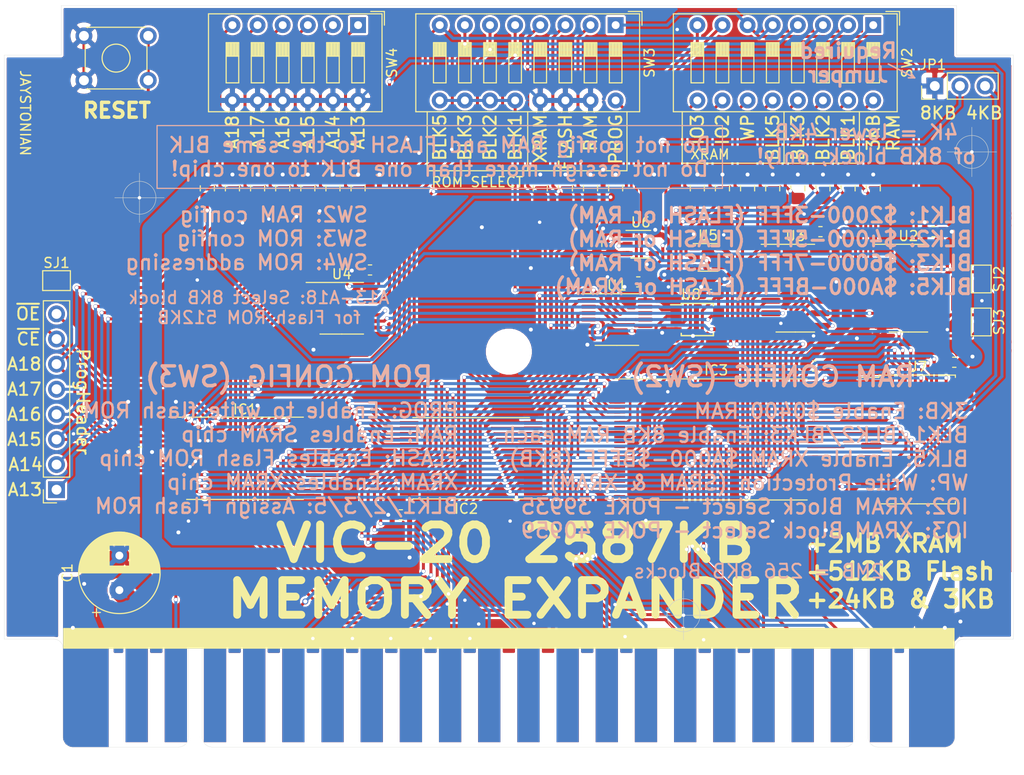
<source format=kicad_pcb>
(kicad_pcb (version 20171130) (host pcbnew "(5.1.10)-1")
  (title_block (title "VIC-20 Hyper Expander SMD") (rev 2) (company Jaystonian))
  (layers (0 F.Cu signal) (31 B.Cu signal) (34 B.Paste user hide) (35 F.Paste user hide) (36 B.SilkS user hide) (37 F.SilkS user) (38 B.Mask user hide) (39 F.Mask user hide) (44 Edge.Cuts user))
  (net 0 "")
  (net 1 +5V)
  (net 2 GND)
  (net 3 /A11)
  (net 4 /A9)
  (net 5 /A8)
  (net 6 /EA13)
  (net 7 /EA14)
  (net 8 /EA17)
  (net 9 /~PROG)
  (net 10 /EA18)
  (net 11 /EA16)
  (net 12 /EA15)
  (net 13 /A12)
  (net 14 /A7)
  (net 15 /A6)
  (net 16 /A5)
  (net 17 /A4)
  (net 18 /A3)
  (net 19 /A2)
  (net 20 /A1)
  (net 21 /A0)
  (net 22 /D0)
  (net 23 /D1)
  (net 24 /D2)
  (net 25 /D3)
  (net 26 /D4)
  (net 27 /D5)
  (net 28 /D6)
  (net 29 /D7)
  (net 30 /A10)
  (net 31 /~CS1)
  (net 32 /~CSRAM1)
  (net 33 /~MEM)
  (net 34 /RA13A)
  (net 35 /VR~W)
  (net 36 /RA14A)
  (net 37 /~CS1Y)
  (net 38 /~BANK0)
  (net 39 /~BANK1)
  (net 40 /~BANK2)
  (net 41 /~BANK3)
  (net 42 /~IO3)
  (net 43 /~IO2)
  (net 44 /~BLK5)
  (net 45 /~CS3K)
  (net 46 /~BLK3)
  (net 47 /~BLK2)
  (net 48 /~BLK1)
  (net 49 /~CS1X)
  (net 50 /~RESET)
  (net 51 "Net-(U1-Pad13)")
  (net 52 /~RAM2)
  (net 53 /~RAM3)
  (net 54 /~RAM1)
  (net 55 /~CS1Z)
  (net 56 /~FLASH)
  (net 57 /Q2)
  (net 58 /Q1)
  (net 59 /Q0)
  (net 60 /Q6)
  (net 61 "Net-(IC3-Pad13)")
  (net 62 "Net-(IC3-Pad14)")
  (net 63 "Net-(IC3-Pad15)")
  (net 64 /Q5)
  (net 65 /Q4)
  (net 66 /~CSEX)
  (net 67 /~EXP)
  (net 68 /Q7)
  (net 69 /Q3)
  (net 70 /~SIO2)
  (net 71 /~SIO3)
  (net 72 "Net-(U1-Pad10)")
  (net 73 "Net-(U1-Pad3)")
  (net 74 "Net-(U1-Pad5)")
  (net 75 "Net-(U3-Pad8)")
  (net 76 "Net-(U3-Pad6)")
  (net 77 /EL)
  (net 78 /LL)
  (net 79 "Net-(U5-Pad4)")
  (net 80 /CR~W)
  (net 81 /~IRQ)
  (net 82 /NC1)
  (net 83 /C13)
  (net 84 /SPhi2)
  (net 85 /~NMI)
  (net 86 /NC2)
  (net 87 /VR~W~2)
  (net 88 /WP)
  (net 89 "Net-(U4-Pad11)")
  (net 90 /VR~W~D)
  (module CPU2:VIC20_EXPANSION_CARD_sven (layer F.Cu) (at 140.335 121.285)
    (fp_text reference X1 hide)
    (fp_text value VIC20_EXPANSION_PORT)
    (fp_arc (start -33.401 -1.016) (end -32.385 -1.016) (angle 90) (layer Edge.Cuts) (width 0.0254))
    (fp_arc (start -44.05238 -1.01612) (end -45.06838 -1.01612) (angle -90) (layer Edge.Cuts) (width 0.0254))
    (fp_arc (start -46 -9.99237) (end -45.06838 -9.99237) (angle -90) (layer Edge.Cuts) (width 0.0254))
    (fp_arc (start 37.338 -1.01563) (end 36.322 -1.01563) (angle -90) (layer Edge.Cuts) (width 0.0254))
    (fp_arc (start -29.972 -1.01563) (end -30.988 -1.01563) (angle -90) (layer Edge.Cuts) (width 0.0254))
    (fp_arc (start 44.05 -1.01551) (end 45.066 -1.01551) (angle 90) (layer Edge.Cuts) (width 0.0254))
    (fp_arc (start 46 -9.98987) (end 45.06625 -9.98987) (angle 90) (layer Edge.Cuts) (width 0.0254))
    (fp_arc (start 33.909 -1.016) (end 34.925 -1.016) (angle 90) (layer Edge.Cuts) (width 0.0254))
    (fp_line (start -51 -10.92399) (end -51 -70) (layer Edge.Cuts) (width 0.0254))
    (fp_line (start 51 -10.92362) (end 51 -70) (layer Edge.Cuts) (width 0.0254))
    (fp_line (start -51 -70) (end -45.25 -70) (layer Edge.Cuts) (width 0.0254))
    (fp_line (start 51 -70) (end 45.25 -70) (layer Edge.Cuts) (width 0.0254))
    (fp_line (start -45.25 -70) (end -45.25 -75) (layer Edge.Cuts) (width 0.0254))
    (fp_line (start -45.25 -75) (end 45.25 -75) (layer Edge.Cuts) (width 0.0254))
    (fp_line (start 45.25 -75) (end 45.25 -70) (layer Edge.Cuts) (width 0.0254))
    (fp_line (start 45.06625 -9.98987) (end 45.06625 -1.016) (layer Edge.Cuts) (width 0.0254))
    (fp_poly (pts (xy -43.60788 -0.071) (xy -44.30638 -0.071) (xy -44.75088 -0.325) (xy -45.00488 -0.7695) (xy -45.00488 -1.0235) (xy -45.00488 -17.1525) (xy -43.60788 -17.1525)) (layer B.Cu) (width 0.1))
    (fp_line (start 36.322 -9.99213) (end 34.925 -9.99225) (layer Edge.Cuts) (width 0.0254))
    (fp_line (start 36.322 -9.99188) (end 36.322 -1.01563) (layer Edge.Cuts) (width 0.0254))
    (fp_line (start 33.909 0.00049) (end -29.972 0.00037) (layer Edge.Cuts) (width 0.0254))
    (fp_line (start -46 -10.92399) (end -51 -10.92399) (layer Edge.Cuts) (width 0.0254))
    (fp_line (start 46 -10.92362) (end 51 -10.92362) (layer Edge.Cuts) (width 0.0254))
    (fp_line (start -45.06838 -9.99237) (end -45.06838 -1.01612) (layer Edge.Cuts) (width 0.0254))
    (fp_poly (pts (xy -43.60788 -0.071) (xy -44.30638 -0.071) (xy -44.75088 -0.325) (xy -45.00488 -0.7695) (xy -45.00488 -1.0235) (xy -45.00488 -17.1525) (xy -43.60788 -17.1525)) (layer F.Cu) (width 0.1))
    (fp_line (start 34.925 -9.99225) (end 34.925 -1.016) (layer Edge.Cuts) (width 0.0254))
    (fp_line (start -30.988 -9.99188) (end -30.988 -1.01563) (layer Edge.Cuts) (width 0.0254))
    (fp_line (start -30.988 -9.99213) (end -32.385 -9.99225) (layer Edge.Cuts) (width 0.0254))
    (fp_line (start -33.401 0) (end -44.05238 -0.00012) (layer Edge.Cuts) (width 0.0254))
    (fp_line (start -32.385 -9.99225) (end -32.385 -1.016) (layer Edge.Cuts) (width 0.0254))
    (fp_line (start 44.05 0.00049) (end 37.338 0.00037) (layer Edge.Cuts) (width 0.0254))
    (pad V connect rect (at -25.74 -5.25 180) (size 2.25 9.5) (layers B.Cu B.Mask) (net 84 /SPhi2))
    (pad N connect rect (at -1.98 -5.25 180) (size 2.25 9.5) (layers B.Cu B.Mask) (net 30 /A10))
    (pad M connect rect (at 1.98 -5.25 180) (size 2.25 9.5) (layers B.Cu B.Mask) (net 4 /A9))
    (pad X connect rect (at -33.66 -5.25 180) (size 2.25 9.5) (layers B.Cu B.Mask) (net 50 /~RESET))
    (pad W connect rect (at -29.7 -5.25 180) (size 2.25 9.5) (layers B.Cu B.Mask) (net 85 /~NMI))
    (pad J connect rect (at 13.86 -5.25 180) (size 2.25 9.5) (layers B.Cu B.Mask) (net 15 /A6))
    (pad Y connect rect (at -37.62 -5.25 180) (size 2.25 9.5) (layers B.Cu B.Mask) (net 86 /NC2))
    (pad 3 connect rect (at 33.66 -5.25) (size 2.25 9.5) (layers F.Cu F.Mask) (net 23 /D1))
    (pad 19 connect rect (at -29.7 -5.25) (size 2.25 9.5) (layers F.Cu F.Mask) (net 81 /~IRQ))
    (pad 21 connect rect (at -37.62 -5.25) (size 2.25 9.5) (layers F.Cu F.Mask) (net 1 +5V))
    (pad 1 connect custom (at 41.58 -5) (size 2.25 10) (layers F.Cu) (net 2 GND) (options (clearance outline) (anchor rect)) (primitives (gr_poly (pts (xy -0.94 -4.98) (xy 0.98 4.95) (xy 2.55 4.95) (xy 2.92 4.83) (xy 3.21 4.61) (xy 3.41 4.2305) (xy 3.42 3.9765) (xy 3.42 -12.1525) (xy 2.023 -12.1525)) (width 0.1))))
    (pad 9 connect rect (at 9.9 -5.25) (size 2.25 9.5) (layers F.Cu F.Mask) (net 29 /D7))
    (pad U connect rect (at -21.78 -5.25 180) (size 2.25 9.5) (layers B.Cu B.Mask) (net 42 /~IO3))
    (pad P connect rect (at -5.94 -5.25 180) (size 2.25 9.5) (layers B.Cu B.Mask) (net 3 /A11))
    (pad T connect rect (at -17.82 -5.25 180) (size 2.25 9.5) (layers B.Cu B.Mask) (net 43 /~IO2))
    (pad Z connect custom (at -41.58 -5 180) (size 2.25 10) (layers B.Cu) (net 2 GND) (options (clearance outline) (anchor rect)) (primitives (gr_poly (pts (xy -0.94 4.98) (xy 0.98 -4.95) (xy 2.55 -4.95) (xy 2.92 -4.83) (xy 3.21 -4.61) (xy 3.41 -4.2305) (xy 3.42 -3.9765) (xy 3.42 12.1525) (xy 2.023 12.1525)) (width 0.1))))
    (pad L connect rect (at 5.94 -5.25 180) (size 2.25 9.5) (layers B.Cu B.Mask) (net 5 /A8))
    (pad 16 connect rect (at -17.82 -5.25) (size 2.25 9.5) (layers F.Cu F.Mask) (net 53 /~RAM3))
    (pad E connect rect (at 25.74 -5.25 180) (size 2.25 9.5) (layers B.Cu B.Mask) (net 18 /A3))
    (pad K connect rect (at 9.9 -5.25 180) (size 2.25 9.5) (layers B.Cu B.Mask) (net 14 /A7))
    (pad 15 connect rect (at -13.86 -5.25) (size 2.25 9.5) (layers F.Cu F.Mask) (net 52 /~RAM2))
    (pad 14 connect rect (at -9.9 -5.25) (size 2.25 9.5) (layers F.Cu F.Mask) (net 54 /~RAM1))
    (pad 20 connect rect (at -33.66 -5.25) (size 2.25 9.5) (layers F.Cu F.Mask) (net 82 /NC1))
    (pad 2 connect rect (at 37.62 -5.25) (size 2.25 9.5) (layers F.Cu F.Mask) (net 22 /D0))
    (pad 5 connect rect (at 25.74 -5.25) (size 2.25 9.5) (layers F.Cu F.Mask) (net 25 /D3))
    (pad 10 connect rect (at 5.94 -5.25) (size 2.25 9.5) (layers F.Cu F.Mask) (net 48 /~BLK1))
    (pad 11 connect rect (at 1.98 -5.25) (size 2.25 9.5) (layers F.Cu F.Mask) (net 47 /~BLK2))
    (pad 7 connect rect (at 17.82 -5.25) (size 2.25 9.5) (layers F.Cu F.Mask) (net 27 /D5))
    (pad 4 connect rect (at 29.7 -5.25) (size 2.25 9.5) (layers F.Cu F.Mask) (net 24 /D2))
    (pad 6 connect rect (at 21.78 -5.25) (size 2.25 9.5) (layers F.Cu F.Mask) (net 26 /D4))
    (pad 12 connect rect (at -1.98 -5.25) (size 2.25 9.5) (layers F.Cu F.Mask) (net 46 /~BLK3))
    (pad 13 connect rect (at -5.94 -5.25) (size 2.25 9.5) (layers F.Cu F.Mask) (net 44 /~BLK5))
    (pad 17 connect rect (at -21.78 -5.25) (size 2.25 9.5) (layers F.Cu F.Mask) (net 35 /VR~W))
    (pad 22 connect custom (at -41.58 -5 180) (size 2.25 10) (layers F.Cu) (net 2 GND) (options (clearance outline) (anchor rect)) (primitives (gr_poly (pts (xy -0.94 4.98) (xy 0.98 -4.95) (xy 2.55 -4.95) (xy 2.92 -4.83) (xy 3.21 -4.61) (xy 3.41 -4.2305) (xy 3.42 -3.9765) (xy 3.42 12.1525) (xy 2.023 12.1525)) (width 0.1))))
    (pad C connect rect (at 33.66 -5.25 180) (size 2.25 9.5) (layers B.Cu B.Mask) (net 20 /A1))
    (pad 8 connect rect (at 13.86 -5.25) (size 2.25 9.5) (layers F.Cu F.Mask) (net 28 /D6))
    (pad D connect rect (at 29.7 -5.25 180) (size 2.25 9.5) (layers B.Cu B.Mask) (net 19 /A2))
    (pad A connect custom (at 41.58 -5) (size 2.25 10) (layers B.Cu) (net 2 GND) (options (clearance outline) (anchor rect)) (primitives (gr_poly (pts (xy -0.94 -4.98) (xy 0.98 4.95) (xy 2.55 4.95) (xy 2.92 4.83) (xy 3.21 4.61) (xy 3.41 4.2305) (xy 3.42 3.9765) (xy 3.42 -12.1525) (xy 2.023 -12.1525)) (width 0.1))))
    (pad H connect rect (at 17.82 -5.25 180) (size 2.25 9.5) (layers B.Cu B.Mask) (net 16 /A5))
    (pad S connect rect (at -13.86 -5.25 180) (size 2.25 9.5) (layers B.Cu B.Mask) (net 83 /C13))
    (pad F connect rect (at 21.78 -5.25 180) (size 2.25 9.5) (layers B.Cu B.Mask) (net 17 /A4))
    (pad 18 connect rect (at -25.74 -5.25) (size 2.25 9.5) (layers F.Cu F.Mask) (net 80 /CR~W))
    (pad B connect rect (at 37.62 -5.25 180) (size 2.25 9.5) (layers B.Cu B.Mask) (net 21 /A0))
    (pad R connect rect (at -9.9 -5.25 180) (size 2.25 9.5) (layers B.Cu B.Mask) (net 13 /A12))
    (pad "" np_thru_hole circle (at 0 -40) (size 4.2 4.2) (drill 4.2) (layers *.Cu *.Mask))
  )
  (module Button_Switch_THT:SW_DIP_SPSTx08_Slide_9.78x22.5mm_W7.62mm_P2.54mm (layer F.Cu) (at 177.165 48.26 270)
    (fp_text reference SW2 (at 3.81 -3.42 90) (layer F.SilkS))
    (fp_text value RAM_CONFIG)
    (pad 16 thru_hole oval (at 7.62 0 270) (size 1.6 1.6) (drill 0.8) (layers *.Cu *.Mask) (net 38 /~BANK0))
    (pad 8 thru_hole oval (at 0 17.78 270) (size 1.6 1.6) (drill 0.8) (layers *.Cu *.Mask) (net 42 /~IO3))
    (pad 15 thru_hole oval (at 7.62 2.54 270) (size 1.6 1.6) (drill 0.8) (layers *.Cu *.Mask) (net 39 /~BANK1))
    (pad 7 thru_hole oval (at 0 15.24 270) (size 1.6 1.6) (drill 0.8) (layers *.Cu *.Mask) (net 43 /~IO2))
    (pad 14 thru_hole oval (at 7.62 5.08 270) (size 1.6 1.6) (drill 0.8) (layers *.Cu *.Mask) (net 40 /~BANK2))
    (pad 6 thru_hole oval (at 0 12.7 270) (size 1.6 1.6) (drill 0.8) (layers *.Cu *.Mask) (net 87 /VR~W~2))
    (pad 13 thru_hole oval (at 7.62 7.62 270) (size 1.6 1.6) (drill 0.8) (layers *.Cu *.Mask) (net 41 /~BANK3))
    (pad 5 thru_hole oval (at 0 10.16 270) (size 1.6 1.6) (drill 0.8) (layers *.Cu *.Mask) (net 44 /~BLK5))
    (pad 12 thru_hole oval (at 7.62 10.16 270) (size 1.6 1.6) (drill 0.8) (layers *.Cu *.Mask) (net 66 /~CSEX))
    (pad 4 thru_hole oval (at 0 7.62 270) (size 1.6 1.6) (drill 0.8) (layers *.Cu *.Mask) (net 46 /~BLK3))
    (pad 11 thru_hole oval (at 7.62 12.7 270) (size 1.6 1.6) (drill 0.8) (layers *.Cu *.Mask) (net 88 /WP))
    (pad 3 thru_hole oval (at 0 5.08 270) (size 1.6 1.6) (drill 0.8) (layers *.Cu *.Mask) (net 47 /~BLK2))
    (pad 10 thru_hole oval (at 7.62 15.24 270) (size 1.6 1.6) (drill 0.8) (layers *.Cu *.Mask) (net 70 /~SIO2))
    (pad 2 thru_hole oval (at 0 2.54 270) (size 1.6 1.6) (drill 0.8) (layers *.Cu *.Mask) (net 48 /~BLK1))
    (pad 9 thru_hole oval (at 7.62 17.78 270) (size 1.6 1.6) (drill 0.8) (layers *.Cu *.Mask) (net 71 /~SIO3))
    (pad 1 thru_hole rect (at 0 0 270) (size 1.6 1.6) (drill 0.8) (layers *.Cu *.Mask) (net 45 /~CS3K))
  )
  (module Capacitor_THT:CP_Radial_D8.0mm_P3.50mm (layer F.Cu) (at 100.965 105.41 90)
    (fp_text reference C1 (at 1.75 -5.25 90) (layer F.SilkS))
    (fp_text value 100u)
    (pad 1 thru_hole rect (at 0 0 90) (size 1.6 1.6) (drill 0.8) (layers *.Cu *.Mask) (net 1 +5V))
    (pad 2 thru_hole circle (at 3.5 0 90) (size 1.6 1.6) (drill 0.8) (layers *.Cu *.Mask) (net 2 GND))
  )
  (module Capacitor_SMD:C_0603_1608Metric_Pad1.05x0.95mm_HandSolder (layer F.Cu) (at 103.0605 91.44 180)
    (fp_text reference C2 hide)
    (fp_text value 0.1u hide)
    (pad 2 smd roundrect (at 0.875 0 180) (size 1.05 0.95) (layers F.Cu F.Paste F.Mask) (net 2 GND))
    (pad 1 smd roundrect (at -0.875 0 180) (size 1.05 0.95) (layers F.Cu F.Paste F.Mask) (net 1 +5V))
  )
  (module Capacitor_SMD:C_0603_1608Metric_Pad1.05x0.95mm_HandSolder (layer F.Cu) (at 129.413 97.79)
    (fp_text reference C3 hide)
    (fp_text value 0.1u hide)
    (pad 1 smd roundrect (at -0.875 0) (size 1.05 0.95) (layers F.Cu F.Paste F.Mask) (net 2 GND))
    (pad 2 smd roundrect (at 0.875 0) (size 1.05 0.95) (layers F.Cu F.Paste F.Mask) (net 1 +5V))
  )
  (module Capacitor_SMD:C_0603_1608Metric_Pad1.05x0.95mm_HandSolder (layer F.Cu) (at 171.196 82.7405)
    (fp_text reference C4 hide)
    (fp_text value 0.1u hide)
    (pad 1 smd roundrect (at -0.875 0) (size 1.05 0.95) (layers F.Cu F.Paste F.Mask) (net 1 +5V))
    (pad 2 smd roundrect (at 0.875 0) (size 1.05 0.95) (layers F.Cu F.Paste F.Mask) (net 2 GND))
  )
  (module Capacitor_SMD:C_0603_1608Metric_Pad1.05x0.95mm_HandSolder (layer F.Cu) (at 153.416 74.2315)
    (fp_text reference C5 hide)
    (fp_text value 0.1u hide)
    (pad 2 smd roundrect (at 0.875 0) (size 1.05 0.95) (layers F.Cu F.Paste F.Mask) (net 1 +5V))
    (pad 1 smd roundrect (at -0.875 0) (size 1.05 0.95) (layers F.Cu F.Paste F.Mask) (net 2 GND))
  )
  (module Capacitor_SMD:C_0603_1608Metric_Pad1.05x0.95mm_HandSolder (layer F.Cu) (at 171.831 69.1515 180)
    (fp_text reference C6 hide)
    (fp_text value 0.1u hide)
    (pad 2 smd roundrect (at 0.875 0 180) (size 1.05 0.95) (layers F.Cu F.Paste F.Mask) (net 2 GND))
    (pad 1 smd roundrect (at -0.875 0 180) (size 1.05 0.95) (layers F.Cu F.Paste F.Mask) (net 1 +5V))
  )
  (module Capacitor_SMD:C_0603_1608Metric_Pad1.05x0.95mm_HandSolder (layer F.Cu) (at 183.261 69.1515)
    (fp_text reference C7 hide)
    (fp_text value 0.1u hide)
    (pad 1 smd roundrect (at -0.875 0) (size 1.05 0.95) (layers F.Cu F.Paste F.Mask) (net 2 GND))
    (pad 2 smd roundrect (at 0.875 0) (size 1.05 0.95) (layers F.Cu F.Paste F.Mask) (net 1 +5V))
  )
  (module Capacitor_SMD:C_0603_1608Metric_Pad1.05x0.95mm_HandSolder (layer F.Cu) (at 126.3015 73.025 180)
    (fp_text reference C8 hide)
    (fp_text value 0.1u hide)
    (pad 1 smd roundrect (at -0.875 0 180) (size 1.05 0.95) (layers F.Cu F.Paste F.Mask) (net 1 +5V))
    (pad 2 smd roundrect (at 0.875 0 180) (size 1.05 0.95) (layers F.Cu F.Paste F.Mask) (net 2 GND))
  )
  (module Capacitor_SMD:C_0603_1608Metric_Pad1.05x0.95mm_HandSolder (layer F.Cu) (at 149.225 70.485 90)
    (fp_text reference C9 hide)
    (fp_text value 0.1u hide)
    (pad 2 smd roundrect (at 0.875 0 90) (size 1.05 0.95) (layers F.Cu F.Paste F.Mask) (net 1 +5V))
    (pad 1 smd roundrect (at -0.875 0 90) (size 1.05 0.95) (layers F.Cu F.Paste F.Mask) (net 2 GND))
  )
  (module Capacitor_SMD:C_0603_1608Metric_Pad1.05x0.95mm_HandSolder (layer F.Cu) (at 160.655 75.5015 180)
    (fp_text reference C10 hide)
    (fp_text value 0.1u hide)
    (pad 2 smd roundrect (at 0.875 0 180) (size 1.05 0.95) (layers F.Cu F.Paste F.Mask) (net 2 GND))
    (pad 1 smd roundrect (at -0.875 0 180) (size 1.05 0.95) (layers F.Cu F.Paste F.Mask) (net 1 +5V))
  )
  (module Capacitor_SMD:C_0603_1608Metric_Pad1.05x0.95mm_HandSolder (layer F.Cu) (at 185.3565 82.3595)
    (fp_text reference C11 hide)
    (fp_text value 0.1u hide)
    (pad 1 smd roundrect (at -0.875 0) (size 1.05 0.95) (layers F.Cu F.Paste F.Mask) (net 2 GND))
    (pad 2 smd roundrect (at 0.875 0) (size 1.05 0.95) (layers F.Cu F.Paste F.Mask) (net 1 +5V))
  )
  (module CPU2:TSOP-32_14x8mm_P0.5mm (layer F.Cu) (at 113.665 92.075)
    (fp_text reference IC1 (at 0 -4.95) (layer F.SilkS))
    (fp_text value SST39SF040-TSOP32)
    (pad 1 smd roundrect (at -6.925 -3.75) (size 1.55 0.3) (layers F.Cu F.Paste F.Mask) (net 3 /A11))
    (pad 2 smd roundrect (at -6.925 -3.25) (size 1.55 0.3) (layers F.Cu F.Paste F.Mask) (net 4 /A9))
    (pad 3 smd roundrect (at -6.925 -2.75) (size 1.55 0.3) (layers F.Cu F.Paste F.Mask) (net 5 /A8))
    (pad 4 smd roundrect (at -6.925 -2.25) (size 1.55 0.3) (layers F.Cu F.Paste F.Mask) (net 6 /EA13))
    (pad 5 smd roundrect (at -6.925 -1.75) (size 1.55 0.3) (layers F.Cu F.Paste F.Mask) (net 7 /EA14))
    (pad 6 smd roundrect (at -6.925 -1.25) (size 1.55 0.3) (layers F.Cu F.Paste F.Mask) (net 8 /EA17))
    (pad 7 smd roundrect (at -6.925 -0.75) (size 1.55 0.3) (layers F.Cu F.Paste F.Mask) (net 9 /~PROG))
    (pad 8 smd roundrect (at -6.925 -0.25) (size 1.55 0.3) (layers F.Cu F.Paste F.Mask) (net 1 +5V))
    (pad 9 smd roundrect (at -6.925 0.25) (size 1.55 0.3) (layers F.Cu F.Paste F.Mask) (net 10 /EA18))
    (pad 10 smd roundrect (at -6.925 0.75) (size 1.55 0.3) (layers F.Cu F.Paste F.Mask) (net 11 /EA16))
    (pad 11 smd roundrect (at -6.925 1.25) (size 1.55 0.3) (layers F.Cu F.Paste F.Mask) (net 12 /EA15))
    (pad 12 smd roundrect (at -6.925 1.75) (size 1.55 0.3) (layers F.Cu F.Paste F.Mask) (net 13 /A12))
    (pad 13 smd roundrect (at -6.925 2.25) (size 1.55 0.3) (layers F.Cu F.Paste F.Mask) (net 14 /A7))
    (pad 14 smd roundrect (at -6.925 2.75) (size 1.55 0.3) (layers F.Cu F.Paste F.Mask) (net 15 /A6))
    (pad 15 smd roundrect (at -6.925 3.25) (size 1.55 0.3) (layers F.Cu F.Paste F.Mask) (net 16 /A5))
    (pad 16 smd roundrect (at -6.925 3.75) (size 1.55 0.3) (layers F.Cu F.Paste F.Mask) (net 17 /A4))
    (pad 17 smd roundrect (at 6.925 3.75) (size 1.55 0.3) (layers F.Cu F.Paste F.Mask) (net 18 /A3))
    (pad 18 smd roundrect (at 6.925 3.25) (size 1.55 0.3) (layers F.Cu F.Paste F.Mask) (net 19 /A2))
    (pad 19 smd roundrect (at 6.925 2.75) (size 1.55 0.3) (layers F.Cu F.Paste F.Mask) (net 20 /A1))
    (pad 20 smd roundrect (at 6.925 2.25) (size 1.55 0.3) (layers F.Cu F.Paste F.Mask) (net 21 /A0))
    (pad 21 smd roundrect (at 6.925 1.75) (size 1.55 0.3) (layers F.Cu F.Paste F.Mask) (net 22 /D0))
    (pad 22 smd roundrect (at 6.925 1.25) (size 1.55 0.3) (layers F.Cu F.Paste F.Mask) (net 23 /D1))
    (pad 23 smd roundrect (at 6.925 0.75) (size 1.55 0.3) (layers F.Cu F.Paste F.Mask) (net 24 /D2))
    (pad 24 smd roundrect (at 6.925 0.25) (size 1.55 0.3) (layers F.Cu F.Paste F.Mask) (net 2 GND))
    (pad 25 smd roundrect (at 6.925 -0.25) (size 1.55 0.3) (layers F.Cu F.Paste F.Mask) (net 25 /D3))
    (pad 26 smd roundrect (at 6.925 -0.75) (size 1.55 0.3) (layers F.Cu F.Paste F.Mask) (net 26 /D4))
    (pad 27 smd roundrect (at 6.925 -1.25) (size 1.55 0.3) (layers F.Cu F.Paste F.Mask) (net 27 /D5))
    (pad 28 smd roundrect (at 6.925 -1.75) (size 1.55 0.3) (layers F.Cu F.Paste F.Mask) (net 28 /D6))
    (pad 29 smd roundrect (at 6.925 -2.25) (size 1.55 0.3) (layers F.Cu F.Paste F.Mask) (net 29 /D7))
    (pad 30 smd roundrect (at 6.925 -2.75) (size 1.55 0.3) (layers F.Cu F.Paste F.Mask) (net 55 /~CS1Z))
    (pad 31 smd roundrect (at 6.925 -3.25) (size 1.55 0.3) (layers F.Cu F.Paste F.Mask) (net 30 /A10))
    (pad 32 smd roundrect (at 6.925 -3.75) (size 1.55 0.3) (layers F.Cu F.Paste F.Mask) (net 56 /~FLASH))
  )
  (module Package_SO:TSOP-I-28_11.8x8mm_P0.55mm (layer F.Cu) (at 136.525 92.075 180)
    (fp_text reference IC2 (at 0.5 -5.1) (layer F.SilkS))
    (fp_text value IS62C256AL-45TLI)
    (pad 7 smd rect (at -6.27 -0.275 180) (size 1.87 0.38) (layers F.Cu F.Paste F.Mask) (net 18 /A3))
    (pad 8 smd rect (at -6.27 0.275 180) (size 1.87 0.38) (layers F.Cu F.Paste F.Mask) (net 19 /A2))
    (pad 9 smd rect (at -6.27 0.825 180) (size 1.87 0.38) (layers F.Cu F.Paste F.Mask) (net 20 /A1))
    (pad 6 smd rect (at -6.27 -0.825 180) (size 1.87 0.38) (layers F.Cu F.Paste F.Mask) (net 13 /A12))
    (pad 5 smd rect (at -6.27 -1.375 180) (size 1.87 0.38) (layers F.Cu F.Paste F.Mask) (net 14 /A7))
    (pad 10 smd rect (at -6.27 1.375 180) (size 1.87 0.38) (layers F.Cu F.Paste F.Mask) (net 21 /A0))
    (pad 4 smd rect (at -6.27 -1.925 180) (size 1.87 0.38) (layers F.Cu F.Paste F.Mask) (net 15 /A6))
    (pad 11 smd rect (at -6.27 1.925 180) (size 1.87 0.38) (layers F.Cu F.Paste F.Mask) (net 22 /D0))
    (pad 3 smd rect (at -6.27 -2.475 180) (size 1.87 0.38) (layers F.Cu F.Paste F.Mask) (net 16 /A5))
    (pad 12 smd rect (at -6.27 2.475 180) (size 1.87 0.38) (layers F.Cu F.Paste F.Mask) (net 23 /D1))
    (pad 13 smd rect (at -6.27 3.025 180) (size 1.87 0.38) (layers F.Cu F.Paste F.Mask) (net 24 /D2))
    (pad 2 smd rect (at -6.27 -3.025 180) (size 1.87 0.38) (layers F.Cu F.Paste F.Mask) (net 17 /A4))
    (pad 1 smd rect (at -6.27 -3.575 180) (size 1.87 0.38) (layers F.Cu F.Paste F.Mask) (net 36 /RA14A))
    (pad 14 smd rect (at -6.27 3.575 180) (size 1.87 0.38) (layers F.Cu F.Paste F.Mask) (net 2 GND))
    (pad 15 smd rect (at 6.27 3.575 180) (size 1.87 0.38) (layers F.Cu F.Paste F.Mask) (net 29 /D7))
    (pad 28 smd rect (at 6.27 -3.575 180) (size 1.87 0.38) (layers F.Cu F.Paste F.Mask) (net 1 +5V))
    (pad 27 smd rect (at 6.27 -3.025 180) (size 1.87 0.38) (layers F.Cu F.Paste F.Mask) (net 88 /WP))
    (pad 16 smd rect (at 6.27 3.025 180) (size 1.87 0.38) (layers F.Cu F.Paste F.Mask) (net 28 /D6))
    (pad 17 smd rect (at 6.27 2.475 180) (size 1.87 0.38) (layers F.Cu F.Paste F.Mask) (net 27 /D5))
    (pad 26 smd rect (at 6.27 -2.475 180) (size 1.87 0.38) (layers F.Cu F.Paste F.Mask) (net 34 /RA13A))
    (pad 18 smd rect (at 6.27 1.925 180) (size 1.87 0.38) (layers F.Cu F.Paste F.Mask) (net 26 /D4))
    (pad 25 smd rect (at 6.27 -1.925 180) (size 1.87 0.38) (layers F.Cu F.Paste F.Mask) (net 5 /A8))
    (pad 19 smd rect (at 6.27 1.375 180) (size 1.87 0.38) (layers F.Cu F.Paste F.Mask) (net 25 /D3))
    (pad 24 smd rect (at 6.27 -1.375 180) (size 1.87 0.38) (layers F.Cu F.Paste F.Mask) (net 4 /A9))
    (pad 23 smd rect (at 6.27 -0.825 180) (size 1.87 0.38) (layers F.Cu F.Paste F.Mask) (net 3 /A11))
    (pad 20 smd rect (at 6.27 0.825 180) (size 1.87 0.38) (layers F.Cu F.Paste F.Mask) (net 32 /~CSRAM1))
    (pad 21 smd rect (at 6.27 0.275 180) (size 1.87 0.38) (layers F.Cu F.Paste F.Mask) (net 30 /A10))
    (pad 22 smd rect (at 6.27 -0.275 180) (size 1.87 0.38) (layers F.Cu F.Paste F.Mask) (net 33 /~MEM))
  )
  (module Package_SO:TSOP-I-48_18.4x12mm_P0.5mm (layer F.Cu) (at 161.29 90.17)
    (fp_text reference IC3 (at 0 -7) (layer F.SilkS))
    (fp_text value CY62167GN-45ZXI)
    (pad 1 smd rect (at -9.75 -5.75) (size 1.1 0.25) (layers F.Cu F.Paste F.Mask) (net 57 /Q2))
    (pad 25 smd rect (at 9.75 5.75) (size 1.1 0.25) (layers F.Cu F.Paste F.Mask) (net 21 /A0))
    (pad 2 smd rect (at -9.75 -5.25) (size 1.1 0.25) (layers F.Cu F.Paste F.Mask) (net 58 /Q1))
    (pad 3 smd rect (at -9.75 -4.75) (size 1.1 0.25) (layers F.Cu F.Paste F.Mask) (net 59 /Q0))
    (pad 4 smd rect (at -9.75 -4.25) (size 1.1 0.25) (layers F.Cu F.Paste F.Mask) (net 20 /A1))
    (pad 5 smd rect (at -9.75 -3.75) (size 1.1 0.25) (layers F.Cu F.Paste F.Mask) (net 3 /A11))
    (pad 6 smd rect (at -9.75 -3.25) (size 1.1 0.25) (layers F.Cu F.Paste F.Mask) (net 4 /A9))
    (pad 7 smd rect (at -9.75 -2.75) (size 1.1 0.25) (layers F.Cu F.Paste F.Mask) (net 5 /A8))
    (pad 8 smd rect (at -9.75 -2.25) (size 1.1 0.25) (layers F.Cu F.Paste F.Mask) (net 30 /A10))
    (pad 9 smd rect (at -9.75 -1.75) (size 1.1 0.25) (layers F.Cu F.Paste F.Mask) (net 60 /Q6))
    (pad 10 smd rect (at -9.75 -1.25) (size 1.1 0.25) (layers F.Cu F.Paste F.Mask))
    (pad 11 smd rect (at -9.75 -0.75) (size 1.1 0.25) (layers F.Cu F.Paste F.Mask) (net 88 /WP))
    (pad 12 smd rect (at -9.75 -0.25) (size 1.1 0.25) (layers F.Cu F.Paste F.Mask) (net 1 +5V))
    (pad 13 smd rect (at -9.75 0.25) (size 1.1 0.25) (layers F.Cu F.Paste F.Mask) (net 61 "Net-(IC3-Pad13)"))
    (pad 14 smd rect (at -9.75 0.75) (size 1.1 0.25) (layers F.Cu F.Paste F.Mask) (net 62 "Net-(IC3-Pad14)"))
    (pad 15 smd rect (at -9.75 1.25) (size 1.1 0.25) (layers F.Cu F.Paste F.Mask) (net 63 "Net-(IC3-Pad15)"))
    (pad 16 smd rect (at -9.75 1.75) (size 1.1 0.25) (layers F.Cu F.Paste F.Mask) (net 64 /Q5))
    (pad 17 smd rect (at -9.75 2.25) (size 1.1 0.25) (layers F.Cu F.Paste F.Mask) (net 65 /Q4))
    (pad 18 smd rect (at -9.75 2.75) (size 1.1 0.25) (layers F.Cu F.Paste F.Mask) (net 19 /A2))
    (pad 19 smd rect (at -9.75 3.25) (size 1.1 0.25) (layers F.Cu F.Paste F.Mask) (net 18 /A3))
    (pad 20 smd rect (at -9.75 3.75) (size 1.1 0.25) (layers F.Cu F.Paste F.Mask) (net 13 /A12))
    (pad 21 smd rect (at -9.75 4.25) (size 1.1 0.25) (layers F.Cu F.Paste F.Mask) (net 14 /A7))
    (pad 22 smd rect (at -9.75 4.75) (size 1.1 0.25) (layers F.Cu F.Paste F.Mask) (net 15 /A6))
    (pad 23 smd rect (at -9.75 5.25) (size 1.1 0.25) (layers F.Cu F.Paste F.Mask) (net 16 /A5))
    (pad 24 smd rect (at -9.75 5.75) (size 1.1 0.25) (layers F.Cu F.Paste F.Mask) (net 17 /A4))
    (pad 26 smd rect (at 9.75 5.25) (size 1.1 0.25) (layers F.Cu F.Paste F.Mask) (net 66 /~CSEX))
    (pad 27 smd rect (at 9.75 4.75) (size 1.1 0.25) (layers F.Cu F.Paste F.Mask) (net 2 GND))
    (pad 28 smd rect (at 9.75 4.25) (size 1.1 0.25) (layers F.Cu F.Paste F.Mask) (net 67 /~EXP))
    (pad 29 smd rect (at 9.75 3.75) (size 1.1 0.25) (layers F.Cu F.Paste F.Mask) (net 22 /D0))
    (pad 30 smd rect (at 9.75 3.25) (size 1.1 0.25) (layers F.Cu F.Paste F.Mask))
    (pad 31 smd rect (at 9.75 2.75) (size 1.1 0.25) (layers F.Cu F.Paste F.Mask) (net 23 /D1))
    (pad 32 smd rect (at 9.75 2.25) (size 1.1 0.25) (layers F.Cu F.Paste F.Mask))
    (pad 33 smd rect (at 9.75 1.75) (size 1.1 0.25) (layers F.Cu F.Paste F.Mask) (net 24 /D2))
    (pad 34 smd rect (at 9.75 1.25) (size 1.1 0.25) (layers F.Cu F.Paste F.Mask))
    (pad 35 smd rect (at 9.75 0.75) (size 1.1 0.25) (layers F.Cu F.Paste F.Mask) (net 25 /D3))
    (pad 36 smd rect (at 9.75 0.25) (size 1.1 0.25) (layers F.Cu F.Paste F.Mask))
    (pad 37 smd rect (at 9.75 -0.25) (size 1.1 0.25) (layers F.Cu F.Paste F.Mask) (net 1 +5V))
    (pad 38 smd rect (at 9.75 -0.75) (size 1.1 0.25) (layers F.Cu F.Paste F.Mask) (net 26 /D4))
    (pad 39 smd rect (at 9.75 -1.25) (size 1.1 0.25) (layers F.Cu F.Paste F.Mask))
    (pad 40 smd rect (at 9.75 -1.75) (size 1.1 0.25) (layers F.Cu F.Paste F.Mask) (net 27 /D5))
    (pad 41 smd rect (at 9.75 -2.25) (size 1.1 0.25) (layers F.Cu F.Paste F.Mask))
    (pad 42 smd rect (at 9.75 -2.75) (size 1.1 0.25) (layers F.Cu F.Paste F.Mask) (net 28 /D6))
    (pad 43 smd rect (at 9.75 -3.25) (size 1.1 0.25) (layers F.Cu F.Paste F.Mask))
    (pad 44 smd rect (at 9.75 -3.75) (size 1.1 0.25) (layers F.Cu F.Paste F.Mask) (net 29 /D7))
    (pad 45 smd rect (at 9.75 -4.25) (size 1.1 0.25) (layers F.Cu F.Paste F.Mask) (net 68 /Q7))
    (pad 46 smd rect (at 9.75 -4.75) (size 1.1 0.25) (layers F.Cu F.Paste F.Mask) (net 2 GND))
    (pad 47 smd rect (at 9.75 -5.25) (size 1.1 0.25) (layers F.Cu F.Paste F.Mask) (net 2 GND))
    (pad 48 smd rect (at 9.75 -5.75) (size 1.1 0.25) (layers F.Cu F.Paste F.Mask) (net 69 /Q3))
  )
  (module Connector_PinSocket_2.54mm:PinSocket_1x08_P2.54mm_Vertical (layer F.Cu) (at 94.615 95.25 180)
    (fp_text reference J1 hide)
    (fp_text value ProgHeader)
    (pad 1 thru_hole rect (at 0 0 180) (size 1.7 1.7) (drill 1) (layers *.Cu *.Mask) (net 6 /EA13))
    (pad 2 thru_hole oval (at 0 2.54 180) (size 1.7 1.7) (drill 1) (layers *.Cu *.Mask) (net 7 /EA14))
    (pad 3 thru_hole oval (at 0 5.08 180) (size 1.7 1.7) (drill 1) (layers *.Cu *.Mask) (net 12 /EA15))
    (pad 4 thru_hole oval (at 0 7.62 180) (size 1.7 1.7) (drill 1) (layers *.Cu *.Mask) (net 11 /EA16))
    (pad 5 thru_hole oval (at 0 10.16 180) (size 1.7 1.7) (drill 1) (layers *.Cu *.Mask) (net 8 /EA17))
    (pad 6 thru_hole oval (at 0 12.7 180) (size 1.7 1.7) (drill 1) (layers *.Cu *.Mask) (net 10 /EA18))
    (pad 7 thru_hole oval (at 0 15.24 180) (size 1.7 1.7) (drill 1) (layers *.Cu *.Mask) (net 55 /~CS1Z))
    (pad 8 thru_hole oval (at 0 17.78 180) (size 1.7 1.7) (drill 1) (layers *.Cu *.Mask) (net 56 /~FLASH))
  )
  (module Connector_PinHeader_2.54mm:PinHeader_1x03_P2.54mm_Vertical (layer F.Cu) (at 183.388 54.4195 90)
    (fp_text reference JP1 (at 2.159 -0.1905) (layer F.SilkS))
    (fp_text value 8KB-4KB)
    (pad 1 thru_hole rect (at 0 0 90) (size 1.7 1.7) (drill 1) (layers *.Cu *.Mask) (net 2 GND))
    (pad 2 thru_hole oval (at 0 2.54 90) (size 1.7 1.7) (drill 1) (layers *.Cu *.Mask) (net 37 /~CS1Y))
    (pad 3 thru_hole oval (at 0 5.08 90) (size 1.7 1.7) (drill 1) (layers *.Cu *.Mask) (net 13 /A12))
  )
  (module Resistor_SMD:R_0805_2012Metric_Pad1.15x1.40mm_HandSolder (layer F.Cu) (at 177.165 64.77 270)
    (fp_text reference R1 hide)
    (fp_text value 10k hide)
    (pad 1 smd roundrect (at -1.025 0 270) (size 1.15 1.4) (layers F.Cu F.Paste F.Mask) (roundrect_rratio 0.2173904347826087) (net 1 +5V))
    (pad 2 smd roundrect (at 1.025 0 270) (size 1.15 1.4) (layers F.Cu F.Paste F.Mask) (roundrect_rratio 0.2173904347826087) (net 38 /~BANK0))
  )
  (module Resistor_SMD:R_0805_2012Metric_Pad1.15x1.40mm_HandSolder (layer F.Cu) (at 174.625 64.77 270)
    (fp_text reference R2 hide)
    (fp_text value 10k hide)
    (pad 2 smd roundrect (at 1.025 0 270) (size 1.15 1.4) (layers F.Cu F.Paste F.Mask) (roundrect_rratio 0.2173904347826087) (net 39 /~BANK1))
    (pad 1 smd roundrect (at -1.025 0 270) (size 1.15 1.4) (layers F.Cu F.Paste F.Mask) (roundrect_rratio 0.2173904347826087) (net 1 +5V))
  )
  (module Resistor_SMD:R_0805_2012Metric_Pad1.15x1.40mm_HandSolder (layer F.Cu) (at 172.085 64.77 270)
    (fp_text reference R3 hide)
    (fp_text value 10k hide)
    (pad 1 smd roundrect (at -1.025 0 270) (size 1.15 1.4) (layers F.Cu F.Paste F.Mask) (roundrect_rratio 0.2173904347826087) (net 1 +5V))
    (pad 2 smd roundrect (at 1.025 0 270) (size 1.15 1.4) (layers F.Cu F.Paste F.Mask) (roundrect_rratio 0.2173904347826087) (net 40 /~BANK2))
  )
  (module Resistor_SMD:R_0805_2012Metric_Pad1.15x1.40mm_HandSolder (layer F.Cu) (at 169.545 64.77 270)
    (fp_text reference R4 hide)
    (fp_text value 10k hide)
    (pad 2 smd roundrect (at 1.025 0 270) (size 1.15 1.4) (layers F.Cu F.Paste F.Mask) (roundrect_rratio 0.2173904347826087) (net 41 /~BANK3))
    (pad 1 smd roundrect (at -1.025 0 270) (size 1.15 1.4) (layers F.Cu F.Paste F.Mask) (roundrect_rratio 0.2173904347826087) (net 1 +5V))
  )
  (module Resistor_SMD:R_0805_2012Metric_Pad1.15x1.40mm_HandSolder (layer F.Cu) (at 125.095 64.77 270)
    (fp_text reference R5 hide)
    (fp_text value 10k hide)
    (pad 1 smd roundrect (at -1.025 0 270) (size 1.15 1.4) (layers F.Cu F.Paste F.Mask) (roundrect_rratio 0.2173904347826087) (net 1 +5V))
    (pad 2 smd roundrect (at 1.025 0 270) (size 1.15 1.4) (layers F.Cu F.Paste F.Mask) (roundrect_rratio 0.2173904347826087) (net 6 /EA13))
  )
  (module Resistor_SMD:R_0805_2012Metric_Pad1.15x1.40mm_HandSolder (layer F.Cu) (at 122.555 64.77 270)
    (fp_text reference R6 hide)
    (fp_text value 10k hide)
    (pad 2 smd roundrect (at 1.025 0 270) (size 1.15 1.4) (layers F.Cu F.Paste F.Mask) (roundrect_rratio 0.2173904347826087) (net 7 /EA14))
    (pad 1 smd roundrect (at -1.025 0 270) (size 1.15 1.4) (layers F.Cu F.Paste F.Mask) (roundrect_rratio 0.2173904347826087) (net 1 +5V))
  )
  (module Resistor_SMD:R_0805_2012Metric_Pad1.15x1.40mm_HandSolder (layer F.Cu) (at 120.015 64.77 270)
    (fp_text reference R7 hide)
    (fp_text value 10k hide)
    (pad 1 smd roundrect (at -1.025 0 270) (size 1.15 1.4) (layers F.Cu F.Paste F.Mask) (roundrect_rratio 0.2173904347826087) (net 1 +5V))
    (pad 2 smd roundrect (at 1.025 0 270) (size 1.15 1.4) (layers F.Cu F.Paste F.Mask) (roundrect_rratio 0.2173904347826087) (net 12 /EA15))
  )
  (module Resistor_SMD:R_0805_2012Metric_Pad1.15x1.40mm_HandSolder (layer F.Cu) (at 117.475 64.77 270)
    (fp_text reference R8 hide)
    (fp_text value 10k hide)
    (pad 1 smd roundrect (at -1.025 0 270) (size 1.15 1.4) (layers F.Cu F.Paste F.Mask) (roundrect_rratio 0.2173904347826087) (net 1 +5V))
    (pad 2 smd roundrect (at 1.025 0 270) (size 1.15 1.4) (layers F.Cu F.Paste F.Mask) (roundrect_rratio 0.2173904347826087) (net 11 /EA16))
  )
  (module Resistor_SMD:R_0805_2012Metric_Pad1.15x1.40mm_HandSolder (layer F.Cu) (at 114.935 64.77 270)
    (fp_text reference R9 hide)
    (fp_text value 10k hide)
    (pad 2 smd roundrect (at 1.025 0 270) (size 1.15 1.4) (layers F.Cu F.Paste F.Mask) (roundrect_rratio 0.2173904347826087) (net 8 /EA17))
    (pad 1 smd roundrect (at -1.025 0 270) (size 1.15 1.4) (layers F.Cu F.Paste F.Mask) (roundrect_rratio 0.2173904347826087) (net 1 +5V))
  )
  (module Resistor_SMD:R_0805_2012Metric_Pad1.15x1.40mm_HandSolder (layer F.Cu) (at 112.395 64.77 270)
    (fp_text reference R10 hide)
    (fp_text value 10k hide)
    (pad 1 smd roundrect (at -1.025 0 270) (size 1.15 1.4) (layers F.Cu F.Paste F.Mask) (roundrect_rratio 0.2173904347826087) (net 1 +5V))
    (pad 2 smd roundrect (at 1.025 0 270) (size 1.15 1.4) (layers F.Cu F.Paste F.Mask) (roundrect_rratio 0.2173904347826087) (net 10 /EA18))
  )
  (module Resistor_SMD:R_0805_2012Metric_Pad1.15x1.40mm_HandSolder (layer F.Cu) (at 109.855 64.77 270)
    (fp_text reference R11 hide)
    (fp_text value 10k hide)
    (pad 2 smd roundrect (at 1.025 0 270) (size 1.15 1.4) (layers F.Cu F.Paste F.Mask) (roundrect_rratio 0.2173904347826087) (net 31 /~CS1))
    (pad 1 smd roundrect (at -1.025 0 270) (size 1.15 1.4) (layers F.Cu F.Paste F.Mask) (roundrect_rratio 0.2173904347826087) (net 1 +5V))
  )
  (module Resistor_SMD:R_0805_2012Metric_Pad1.15x1.40mm_HandSolder (layer F.Cu) (at 146.05 64.77 270)
    (fp_text reference R12 hide)
    (fp_text value 10k hide)
    (pad 2 smd roundrect (at 1.025 0 270) (size 1.15 1.4) (layers F.Cu F.Paste F.Mask) (roundrect_rratio 0.2173904347826087) (net 56 /~FLASH))
    (pad 1 smd roundrect (at -1.025 0 270) (size 1.15 1.4) (layers F.Cu F.Paste F.Mask) (roundrect_rratio 0.2173904347826087) (net 1 +5V))
  )
  (module Resistor_SMD:R_0805_2012Metric_Pad1.15x1.40mm_HandSolder (layer F.Cu) (at 151.13 64.77 270)
    (fp_text reference R13 hide)
    (fp_text value 10k hide)
    (pad 2 smd roundrect (at 1.025 0 270) (size 1.15 1.4) (layers F.Cu F.Paste F.Mask) (roundrect_rratio 0.2173904347826087) (net 9 /~PROG))
    (pad 1 smd roundrect (at -1.025 0 270) (size 1.15 1.4) (layers F.Cu F.Paste F.Mask) (roundrect_rratio 0.2173904347826087) (net 1 +5V))
  )
  (module Resistor_SMD:R_0805_2012Metric_Pad1.15x1.40mm_HandSolder (layer F.Cu) (at 148.59 64.77 270)
    (fp_text reference R14 hide)
    (fp_text value 10k hide)
    (pad 1 smd roundrect (at -1.025 0 270) (size 1.15 1.4) (layers F.Cu F.Paste F.Mask) (roundrect_rratio 0.2173904347826087) (net 1 +5V))
    (pad 2 smd roundrect (at 1.025 0 270) (size 1.15 1.4) (layers F.Cu F.Paste F.Mask) (roundrect_rratio 0.2173904347826087) (net 33 /~MEM))
  )
  (module Resistor_SMD:R_0805_2012Metric_Pad1.15x1.40mm_HandSolder (layer F.Cu) (at 143.51 64.77 270)
    (fp_text reference R15 hide)
    (fp_text value 10k hide)
    (pad 1 smd roundrect (at -1.025 0 270) (size 1.15 1.4) (layers F.Cu F.Paste F.Mask) (roundrect_rratio 0.2173904347826087) (net 1 +5V))
    (pad 2 smd roundrect (at 1.025 0 270) (size 1.15 1.4) (layers F.Cu F.Paste F.Mask) (roundrect_rratio 0.2173904347826087) (net 67 /~EXP))
  )
  (module Resistor_SMD:R_0805_2012Metric_Pad1.15x1.40mm_HandSolder (layer F.Cu) (at 161.925 64.77 270)
    (fp_text reference R16 hide)
    (fp_text value 10k hide)
    (pad 2 smd roundrect (at 1.025 0 270) (size 1.15 1.4) (layers F.Cu F.Paste F.Mask) (roundrect_rratio 0.2173904347826087) (net 70 /~SIO2))
    (pad 1 smd roundrect (at -1.025 0 270) (size 1.15 1.4) (layers F.Cu F.Paste F.Mask) (roundrect_rratio 0.2173904347826087) (net 1 +5V))
  )
  (module Resistor_SMD:R_0805_2012Metric_Pad1.15x1.40mm_HandSolder (layer F.Cu) (at 159.385 64.77 270)
    (fp_text reference R17 hide)
    (fp_text value 10k hide)
    (pad 1 smd roundrect (at -1.025 0 270) (size 1.15 1.4) (layers F.Cu F.Paste F.Mask) (roundrect_rratio 0.2173904347826087) (net 1 +5V))
    (pad 2 smd roundrect (at 1.025 0 270) (size 1.15 1.4) (layers F.Cu F.Paste F.Mask) (roundrect_rratio 0.2173904347826087) (net 71 /~SIO3))
  )
  (module Resistor_SMD:R_0805_2012Metric_Pad1.15x1.40mm_HandSolder (layer F.Cu) (at 167.005 64.77 270)
    (fp_text reference R18 hide)
    (fp_text value 10k hide)
    (pad 2 smd roundrect (at 1.025 0 270) (size 1.15 1.4) (layers F.Cu F.Paste F.Mask) (roundrect_rratio 0.2173904347826087) (net 66 /~CSEX))
    (pad 1 smd roundrect (at -1.025 0 270) (size 1.15 1.4) (layers F.Cu F.Paste F.Mask) (roundrect_rratio 0.2173904347826087) (net 1 +5V))
  )
  (module Resistor_SMD:R_0805_2012Metric_Pad1.15x1.40mm_HandSolder (layer F.Cu) (at 164.465 64.77 270)
    (fp_text reference R19 hide)
    (fp_text value 10k hide)
    (pad 1 smd roundrect (at -1.025 0 270) (size 1.15 1.4) (layers F.Cu F.Paste F.Mask) (roundrect_rratio 0.2173904347826087) (net 1 +5V))
    (pad 2 smd roundrect (at 1.025 0 270) (size 1.15 1.4) (layers F.Cu F.Paste F.Mask) (roundrect_rratio 0.2173904347826087) (net 88 /WP))
  )
  (module Jumper:SolderJumper-2_P1.3mm_Open_TrianglePad1.0x1.5mm (layer F.Cu) (at 94.615 74.1045)
    (fp_text reference SJ1 (at 0 -1.8) (layer F.SilkS))
    (fp_text value SolderJumper_2_Open)
    (pad 2 smd custom (at 0.725 0) (size 0.3 0.3) (layers F.Cu F.Mask) (net 31 /~CS1) (options (clearance outline) (anchor rect)) (primitives (gr_poly (pts (xy -0.65 -0.75) (xy 0.5 -0.75) (xy 0.5 0.75) (xy -0.65 0.75) (xy -0.15 0)) (width 0))))
    (pad 1 smd custom (at -0.725 0) (size 0.3 0.3) (layers F.Cu F.Mask) (net 55 /~CS1Z) (options (clearance outline) (anchor rect)) (primitives (gr_poly (pts (xy -0.5 -0.75) (xy 0.5 -0.75) (xy 1 0) (xy 0.5 0.75) (xy -0.5 0.75)) (width 0))))
  )
  (module Button_Switch_THT:SW_TH_Tactile_Omron_B3F-10xx (layer F.Cu) (at 103.8836 53.848 180)
    (fp_text reference SW1 hide)
    (fp_text value MJTP1230)
    (pad 4 thru_hole circle (at 6.5 4.5 180) (size 1.7 1.7) (drill 1) (layers *.Cu *.Mask) (net 2 GND))
    (pad 3 thru_hole circle (at 0 4.5 180) (size 1.7 1.7) (drill 1) (layers *.Cu *.Mask) (net 50 /~RESET))
    (pad 2 thru_hole circle (at 6.5 0 180) (size 1.7 1.7) (drill 1) (layers *.Cu *.Mask) (net 2 GND))
    (pad 1 thru_hole circle (at 0 0 180) (size 1.7 1.7) (drill 1) (layers *.Cu *.Mask) (net 50 /~RESET))
  )
  (module Button_Switch_THT:SW_DIP_SPSTx08_Slide_9.78x22.5mm_W7.62mm_P2.54mm (layer F.Cu) (at 151.13 48.26 270)
    (fp_text reference SW3 (at 3.81 -3.42 90) (layer F.SilkS))
    (fp_text value ROM_CONFIG)
    (pad 1 thru_hole rect (at 0 0 270) (size 1.6 1.6) (drill 0.8) (layers *.Cu *.Mask) (net 87 /VR~W~2))
    (pad 9 thru_hole oval (at 7.62 17.78 270) (size 1.6 1.6) (drill 0.8) (layers *.Cu *.Mask) (net 49 /~CS1X))
    (pad 2 thru_hole oval (at 0 2.54 270) (size 1.6 1.6) (drill 0.8) (layers *.Cu *.Mask) (net 33 /~MEM))
    (pad 10 thru_hole oval (at 7.62 15.24 270) (size 1.6 1.6) (drill 0.8) (layers *.Cu *.Mask) (net 49 /~CS1X))
    (pad 3 thru_hole oval (at 0 5.08 270) (size 1.6 1.6) (drill 0.8) (layers *.Cu *.Mask) (net 56 /~FLASH))
    (pad 11 thru_hole oval (at 7.62 12.7 270) (size 1.6 1.6) (drill 0.8) (layers *.Cu *.Mask) (net 49 /~CS1X))
    (pad 4 thru_hole oval (at 0 7.62 270) (size 1.6 1.6) (drill 0.8) (layers *.Cu *.Mask) (net 67 /~EXP))
    (pad 12 thru_hole oval (at 7.62 10.16 270) (size 1.6 1.6) (drill 0.8) (layers *.Cu *.Mask) (net 49 /~CS1X))
    (pad 5 thru_hole oval (at 0 10.16 270) (size 1.6 1.6) (drill 0.8) (layers *.Cu *.Mask) (net 48 /~BLK1))
    (pad 13 thru_hole oval (at 7.62 7.62 270) (size 1.6 1.6) (drill 0.8) (layers *.Cu *.Mask) (net 2 GND))
    (pad 6 thru_hole oval (at 0 12.7 270) (size 1.6 1.6) (drill 0.8) (layers *.Cu *.Mask) (net 47 /~BLK2))
    (pad 14 thru_hole oval (at 7.62 5.08 270) (size 1.6 1.6) (drill 0.8) (layers *.Cu *.Mask) (net 2 GND))
    (pad 7 thru_hole oval (at 0 15.24 270) (size 1.6 1.6) (drill 0.8) (layers *.Cu *.Mask) (net 46 /~BLK3))
    (pad 15 thru_hole oval (at 7.62 2.54 270) (size 1.6 1.6) (drill 0.8) (layers *.Cu *.Mask) (net 2 GND))
    (pad 8 thru_hole oval (at 0 17.78 270) (size 1.6 1.6) (drill 0.8) (layers *.Cu *.Mask) (net 44 /~BLK5))
    (pad 16 thru_hole oval (at 7.62 0 270) (size 1.6 1.6) (drill 0.8) (layers *.Cu *.Mask) (net 9 /~PROG))
  )
  (module Button_Switch_THT:SW_DIP_SPSTx06_Slide_9.78x17.42mm_W7.62mm_P2.54mm (layer F.Cu) (at 125.095 48.26 270)
    (fp_text reference SW4 (at 3.81 -3.42 90) (layer F.SilkS))
    (fp_text value ROM_BANKSELECT)
    (pad 1 thru_hole rect (at 0 0 270) (size 1.6 1.6) (drill 0.8) (layers *.Cu *.Mask) (net 6 /EA13))
    (pad 7 thru_hole oval (at 7.62 12.7 270) (size 1.6 1.6) (drill 0.8) (layers *.Cu *.Mask) (net 2 GND))
    (pad 2 thru_hole oval (at 0 2.54 270) (size 1.6 1.6) (drill 0.8) (layers *.Cu *.Mask) (net 7 /EA14))
    (pad 8 thru_hole oval (at 7.62 10.16 270) (size 1.6 1.6) (drill 0.8) (layers *.Cu *.Mask) (net 2 GND))
    (pad 3 thru_hole oval (at 0 5.08 270) (size 1.6 1.6) (drill 0.8) (layers *.Cu *.Mask) (net 12 /EA15))
    (pad 9 thru_hole oval (at 7.62 7.62 270) (size 1.6 1.6) (drill 0.8) (layers *.Cu *.Mask) (net 2 GND))
    (pad 4 thru_hole oval (at 0 7.62 270) (size 1.6 1.6) (drill 0.8) (layers *.Cu *.Mask) (net 11 /EA16))
    (pad 10 thru_hole oval (at 7.62 5.08 270) (size 1.6 1.6) (drill 0.8) (layers *.Cu *.Mask) (net 2 GND))
    (pad 5 thru_hole oval (at 0 10.16 270) (size 1.6 1.6) (drill 0.8) (layers *.Cu *.Mask) (net 8 /EA17))
    (pad 11 thru_hole oval (at 7.62 2.54 270) (size 1.6 1.6) (drill 0.8) (layers *.Cu *.Mask) (net 2 GND))
    (pad 6 thru_hole oval (at 0 12.7 270) (size 1.6 1.6) (drill 0.8) (layers *.Cu *.Mask) (net 10 /EA18))
    (pad 12 thru_hole oval (at 7.62 0 270) (size 1.6 1.6) (drill 0.8) (layers *.Cu *.Mask) (net 2 GND))
  )
  (module Package_SO:TSSOP-14_4.4x5mm_P0.65mm (layer F.Cu) (at 151.257 78.0415)
    (fp_text reference U1 (at 0 -3.45) (layer F.SilkS))
    (fp_text value 74AHCT02PW)
    (pad 1 smd roundrect (at -2.8625 -1.95) (size 1.475 0.4) (layers F.Cu F.Paste F.Mask) (net 34 /RA13A))
    (pad 2 smd roundrect (at -2.8625 -1.3) (size 1.475 0.4) (layers F.Cu F.Paste F.Mask) (net 72 "Net-(U1-Pad10)"))
    (pad 3 smd roundrect (at -2.8625 -0.65) (size 1.475 0.4) (layers F.Cu F.Paste F.Mask) (net 73 "Net-(U1-Pad3)"))
    (pad 4 smd roundrect (at -2.8625 0) (size 1.475 0.4) (layers F.Cu F.Paste F.Mask) (net 36 /RA14A))
    (pad 5 smd roundrect (at -2.8625 0.65) (size 1.475 0.4) (layers F.Cu F.Paste F.Mask) (net 74 "Net-(U1-Pad5)"))
    (pad 6 smd roundrect (at -2.8625 1.3) (size 1.475 0.4) (layers F.Cu F.Paste F.Mask) (net 73 "Net-(U1-Pad3)"))
    (pad 7 smd roundrect (at -2.8625 1.95) (size 1.475 0.4) (layers F.Cu F.Paste F.Mask) (net 2 GND))
    (pad 8 smd roundrect (at 2.8625 1.95) (size 1.475 0.4) (layers F.Cu F.Paste F.Mask) (net 39 /~BANK1))
    (pad 9 smd roundrect (at 2.8625 1.3) (size 1.475 0.4) (layers F.Cu F.Paste F.Mask) (net 74 "Net-(U1-Pad5)"))
    (pad 10 smd roundrect (at 2.8625 0.65) (size 1.475 0.4) (layers F.Cu F.Paste F.Mask) (net 72 "Net-(U1-Pad10)"))
    (pad 11 smd roundrect (at 2.8625 0) (size 1.475 0.4) (layers F.Cu F.Paste F.Mask) (net 49 /~CS1X))
    (pad 12 smd roundrect (at 2.8625 -0.65) (size 1.475 0.4) (layers F.Cu F.Paste F.Mask) (net 37 /~CS1Y))
    (pad 13 smd roundrect (at 2.8625 -1.3) (size 1.475 0.4) (layers F.Cu F.Paste F.Mask) (net 51 "Net-(U1-Pad13)"))
    (pad 14 smd roundrect (at 2.8625 -1.95) (size 1.475 0.4) (layers F.Cu F.Paste F.Mask) (net 1 +5V))
  )
  (module Package_SO:SOIC-14_3.9x8.7mm_P1.27mm (layer F.Cu) (at 180.721 74.8665)
    (fp_text reference U2 (at 0 -5.28) (layer F.SilkS))
    (fp_text value SN74LS21D)
    (pad 1 smd roundrect (at -2.475 -3.81) (size 1.95 0.6) (layers F.Cu F.Paste F.Mask) (net 38 /~BANK0))
    (pad 2 smd roundrect (at -2.475 -2.54) (size 1.95 0.6) (layers F.Cu F.Paste F.Mask) (net 39 /~BANK1))
    (pad 3 smd roundrect (at -2.475 -1.27) (size 1.95 0.6) (layers F.Cu F.Paste F.Mask))
    (pad 4 smd roundrect (at -2.475 0) (size 1.95 0.6) (layers F.Cu F.Paste F.Mask) (net 40 /~BANK2))
    (pad 5 smd roundrect (at -2.475 1.27) (size 1.95 0.6) (layers F.Cu F.Paste F.Mask) (net 41 /~BANK3))
    (pad 6 smd roundrect (at -2.475 2.54) (size 1.95 0.6) (layers F.Cu F.Paste F.Mask) (net 32 /~CSRAM1))
    (pad 7 smd roundrect (at -2.475 3.81) (size 1.95 0.6) (layers F.Cu F.Paste F.Mask) (net 2 GND))
    (pad 8 smd roundrect (at 2.475 3.81) (size 1.95 0.6) (layers F.Cu F.Paste F.Mask) (net 90 /VR~W~D))
    (pad 9 smd roundrect (at 2.475 2.54) (size 1.95 0.6) (layers F.Cu F.Paste F.Mask) (net 35 /VR~W))
    (pad 10 smd roundrect (at 2.475 1.27) (size 1.95 0.6) (layers F.Cu F.Paste F.Mask) (net 35 /VR~W))
    (pad 11 smd roundrect (at 2.475 0) (size 1.95 0.6) (layers F.Cu F.Paste F.Mask))
    (pad 12 smd roundrect (at 2.475 -1.27) (size 1.95 0.6) (layers F.Cu F.Paste F.Mask) (net 35 /VR~W))
    (pad 13 smd roundrect (at 2.475 -2.54) (size 1.95 0.6) (layers F.Cu F.Paste F.Mask) (net 35 /VR~W))
    (pad 14 smd roundrect (at 2.475 -3.81) (size 1.95 0.6) (layers F.Cu F.Paste F.Mask) (net 1 +5V))
  )
  (module Package_SO:SOIC-14_3.9x8.7mm_P1.27mm (layer F.Cu) (at 169.291 74.8665)
    (fp_text reference U3 (at 0 -5.28) (layer F.SilkS))
    (fp_text value SN74LS21D)
    (pad 14 smd roundrect (at 2.475 -3.81) (size 1.95 0.6) (layers F.Cu F.Paste F.Mask) (net 1 +5V))
    (pad 13 smd roundrect (at 2.475 -2.54) (size 1.95 0.6) (layers F.Cu F.Paste F.Mask) (net 18 /A3))
    (pad 12 smd roundrect (at 2.475 -1.27) (size 1.95 0.6) (layers F.Cu F.Paste F.Mask) (net 19 /A2))
    (pad 11 smd roundrect (at 2.475 0) (size 1.95 0.6) (layers F.Cu F.Paste F.Mask))
    (pad 10 smd roundrect (at 2.475 1.27) (size 1.95 0.6) (layers F.Cu F.Paste F.Mask) (net 20 /A1))
    (pad 9 smd roundrect (at 2.475 2.54) (size 1.95 0.6) (layers F.Cu F.Paste F.Mask) (net 21 /A0))
    (pad 8 smd roundrect (at 2.475 3.81) (size 1.95 0.6) (layers F.Cu F.Paste F.Mask) (net 75 "Net-(U3-Pad8)"))
    (pad 7 smd roundrect (at -2.475 3.81) (size 1.95 0.6) (layers F.Cu F.Paste F.Mask) (net 2 GND))
    (pad 6 smd roundrect (at -2.475 2.54) (size 1.95 0.6) (layers F.Cu F.Paste F.Mask) (net 76 "Net-(U3-Pad6)"))
    (pad 5 smd roundrect (at -2.475 1.27) (size 1.95 0.6) (layers F.Cu F.Paste F.Mask) (net 14 /A7))
    (pad 4 smd roundrect (at -2.475 0) (size 1.95 0.6) (layers F.Cu F.Paste F.Mask) (net 15 /A6))
    (pad 3 smd roundrect (at -2.475 -1.27) (size 1.95 0.6) (layers F.Cu F.Paste F.Mask))
    (pad 2 smd roundrect (at -2.475 -2.54) (size 1.95 0.6) (layers F.Cu F.Paste F.Mask) (net 16 /A5))
    (pad 1 smd roundrect (at -2.475 -3.81) (size 1.95 0.6) (layers F.Cu F.Paste F.Mask) (net 17 /A4))
  )
  (module Package_SO:TSSOP-14_4.4x5mm_P0.65mm (layer F.Cu) (at 123.444 76.8985)
    (fp_text reference U4 (at 0 -3.45) (layer F.SilkS))
    (fp_text value SN74LV11APW)
    (pad 14 smd roundrect (at 2.8625 -1.95) (size 1.475 0.4) (layers F.Cu F.Paste F.Mask) (net 1 +5V))
    (pad 13 smd roundrect (at 2.8625 -1.3) (size 1.475 0.4) (layers F.Cu F.Paste F.Mask) (net 53 /~RAM3))
    (pad 12 smd roundrect (at 2.8625 -0.65) (size 1.475 0.4) (layers F.Cu F.Paste F.Mask) (net 45 /~CS3K))
    (pad 11 smd roundrect (at 2.8625 0) (size 1.475 0.4) (layers F.Cu F.Paste F.Mask) (net 89 "Net-(U4-Pad11)"))
    (pad 10 smd roundrect (at 2.8625 0.65) (size 1.475 0.4) (layers F.Cu F.Paste F.Mask) (net 76 "Net-(U3-Pad6)"))
    (pad 9 smd roundrect (at 2.8625 1.3) (size 1.475 0.4) (layers F.Cu F.Paste F.Mask) (net 75 "Net-(U3-Pad8)"))
    (pad 8 smd roundrect (at 2.8625 1.95) (size 1.475 0.4) (layers F.Cu F.Paste F.Mask) (net 78 /LL))
    (pad 7 smd roundrect (at -2.8625 1.95) (size 1.475 0.4) (layers F.Cu F.Paste F.Mask) (net 2 GND))
    (pad 6 smd roundrect (at -2.8625 1.3) (size 1.475 0.4) (layers F.Cu F.Paste F.Mask) (net 89 "Net-(U4-Pad11)"))
    (pad 5 smd roundrect (at -2.8625 0.65) (size 1.475 0.4) (layers F.Cu F.Paste F.Mask) (net 77 /EL))
    (pad 4 smd roundrect (at -2.8625 0) (size 1.475 0.4) (layers F.Cu F.Paste F.Mask) (net 4 /A9))
    (pad 3 smd roundrect (at -2.8625 -0.65) (size 1.475 0.4) (layers F.Cu F.Paste F.Mask) (net 5 /A8))
    (pad 2 smd roundrect (at -2.8625 -1.3) (size 1.475 0.4) (layers F.Cu F.Paste F.Mask) (net 54 /~RAM1))
    (pad 1 smd roundrect (at -2.8625 -1.95) (size 1.475 0.4) (layers F.Cu F.Paste F.Mask) (net 52 /~RAM2))
  )
  (module CPU2:SOT-753 (layer F.Cu) (at 160.4645 71.755)
    (fp_text reference U5 (at 0 -2.2225) (layer F.SilkS))
    (fp_text value 74LVC1G08GV)
    (pad 1 smd rect (at -1.3335 -0.9525) (size 1 0.5) (layers F.Cu F.Paste F.Mask) (net 70 /~SIO2))
    (pad 3 smd rect (at -1.3335 0.9525) (size 1 0.5) (layers F.Cu F.Paste F.Mask) (net 2 GND))
    (pad 2 smd rect (at -1.3335 0) (size 1 0.5) (layers F.Cu F.Paste F.Mask) (net 71 /~SIO3))
    (pad 4 smd rect (at 1.3335 0.9525) (size 1 0.5) (layers F.Cu F.Paste F.Mask) (net 79 "Net-(U5-Pad4)"))
    (pad 5 smd rect (at 1.3335 -0.9525) (size 1 0.5) (layers F.Cu F.Paste F.Mask) (net 1 +5V))
  )
  (module CPU2:SOT-753 (layer F.Cu) (at 153.67 70.4215)
    (fp_text reference U6 (at 0 -2.2225) (layer F.SilkS))
    (fp_text value 74LVC1G02GV)
    (pad 5 smd rect (at 1.3335 -0.9525) (size 1 0.5) (layers F.Cu F.Paste F.Mask) (net 1 +5V))
    (pad 4 smd rect (at 1.3335 0.9525) (size 1 0.5) (layers F.Cu F.Paste F.Mask) (net 77 /EL))
    (pad 2 smd rect (at -1.3335 0) (size 1 0.5) (layers F.Cu F.Paste F.Mask) (net 79 "Net-(U5-Pad4)"))
    (pad 3 smd rect (at -1.3335 0.9525) (size 1 0.5) (layers F.Cu F.Paste F.Mask) (net 2 GND))
    (pad 1 smd rect (at -1.3335 -0.9525) (size 1 0.5) (layers F.Cu F.Paste F.Mask) (net 35 /VR~W))
  )
  (module Package_SO:SOIC-20W_7.5x12.8mm_P1.27mm (layer F.Cu) (at 181.61 90.17)
    (fp_text reference U7 (at 0 -7.35) (layer F.SilkS))
    (fp_text value SN74AHCT573DW)
    (pad 1 smd roundrect (at -4.65 -5.715) (size 2.05 0.6) (layers F.Cu F.Paste F.Mask) (net 2 GND))
    (pad 2 smd roundrect (at -4.65 -4.445) (size 2.05 0.6) (layers F.Cu F.Paste F.Mask) (net 29 /D7))
    (pad 3 smd roundrect (at -4.65 -3.175) (size 2.05 0.6) (layers F.Cu F.Paste F.Mask) (net 28 /D6))
    (pad 4 smd roundrect (at -4.65 -1.905) (size 2.05 0.6) (layers F.Cu F.Paste F.Mask) (net 27 /D5))
    (pad 5 smd roundrect (at -4.65 -0.635) (size 2.05 0.6) (layers F.Cu F.Paste F.Mask) (net 26 /D4))
    (pad 6 smd roundrect (at -4.65 0.635) (size 2.05 0.6) (layers F.Cu F.Paste F.Mask) (net 25 /D3))
    (pad 7 smd roundrect (at -4.65 1.905) (size 2.05 0.6) (layers F.Cu F.Paste F.Mask) (net 24 /D2))
    (pad 8 smd roundrect (at -4.65 3.175) (size 2.05 0.6) (layers F.Cu F.Paste F.Mask) (net 23 /D1))
    (pad 9 smd roundrect (at -4.65 4.445) (size 2.05 0.6) (layers F.Cu F.Paste F.Mask) (net 22 /D0))
    (pad 10 smd roundrect (at -4.65 5.715) (size 2.05 0.6) (layers F.Cu F.Paste F.Mask) (net 2 GND))
    (pad 11 smd roundrect (at 4.65 5.715) (size 2.05 0.6) (layers F.Cu F.Paste F.Mask) (net 78 /LL))
    (pad 12 smd roundrect (at 4.65 4.445) (size 2.05 0.6) (layers F.Cu F.Paste F.Mask) (net 59 /Q0))
    (pad 13 smd roundrect (at 4.65 3.175) (size 2.05 0.6) (layers F.Cu F.Paste F.Mask) (net 58 /Q1))
    (pad 14 smd roundrect (at 4.65 1.905) (size 2.05 0.6) (layers F.Cu F.Paste F.Mask) (net 57 /Q2))
    (pad 15 smd roundrect (at 4.65 0.635) (size 2.05 0.6) (layers F.Cu F.Paste F.Mask) (net 69 /Q3))
    (pad 16 smd roundrect (at 4.65 -0.635) (size 2.05 0.6) (layers F.Cu F.Paste F.Mask) (net 65 /Q4))
    (pad 17 smd roundrect (at 4.65 -1.905) (size 2.05 0.6) (layers F.Cu F.Paste F.Mask) (net 64 /Q5))
    (pad 18 smd roundrect (at 4.65 -3.175) (size 2.05 0.6) (layers F.Cu F.Paste F.Mask) (net 60 /Q6))
    (pad 19 smd roundrect (at 4.65 -4.445) (size 2.05 0.6) (layers F.Cu F.Paste F.Mask) (net 68 /Q7))
    (pad 20 smd roundrect (at 4.65 -5.715) (size 2.05 0.6) (layers F.Cu F.Paste F.Mask) (net 1 +5V))
  )
  (module Package_SO:TSSOP-8_3x3mm_P0.65mm (layer F.Cu) (at 159.385 78.0415)
    (fp_text reference U8 (at -0.635 -2.55) (layer F.SilkS))
    (fp_text value 74LVC3G04DP)
    (pad 1 smd rect (at -2.15 -0.975) (size 1.1 0.4) (layers F.Cu F.Paste F.Mask) (net 51 "Net-(U1-Pad13)"))
    (pad 2 smd rect (at -2.15 -0.325) (size 1.1 0.4) (layers F.Cu F.Paste F.Mask) (net 74 "Net-(U1-Pad5)"))
    (pad 3 smd rect (at -2.15 0.325) (size 1.1 0.4) (layers F.Cu F.Paste F.Mask) (net 41 /~BANK3))
    (pad 4 smd rect (at -2.15 0.975) (size 1.1 0.4) (layers F.Cu F.Paste F.Mask) (net 2 GND))
    (pad 5 smd rect (at 2.15 0.975) (size 1.1 0.4) (layers F.Cu F.Paste F.Mask) (net 73 "Net-(U1-Pad3)"))
    (pad 6 smd rect (at 2.15 0.325) (size 1.1 0.4) (layers F.Cu F.Paste F.Mask) (net 40 /~BANK2))
    (pad 7 smd rect (at 2.15 -0.325) (size 1.1 0.4) (layers F.Cu F.Paste F.Mask) (net 31 /~CS1))
    (pad 8 smd rect (at 2.15 -0.975) (size 1.1 0.4) (layers F.Cu F.Paste F.Mask) (net 1 +5V))
  )
  (module Jumper:SolderJumper-2_P1.3mm_Open_TrianglePad1.0x1.5mm (layer F.Cu) (at 188.081999 73.938001 270)
    (fp_text reference SJ2 (at 0 -1.8 90) (layer F.SilkS))
    (fp_text value SolderJumper_2_Open)
    (pad 2 smd custom (at 0.725 0 270) (size 0.3 0.3) (layers F.Cu F.Mask) (net 87 /VR~W~2) (options (clearance outline) (anchor rect)) (primitives (gr_poly (pts (xy -0.65 -0.75) (xy 0.5 -0.75) (xy 0.5 0.75) (xy -0.65 0.75) (xy -0.15 0)) (width 0))))
    (pad 1 smd custom (at -0.725 0 270) (size 0.3 0.3) (layers F.Cu F.Mask) (net 35 /VR~W) (options (clearance outline) (anchor rect)) (primitives (gr_poly (pts (xy -0.5 -0.75) (xy 0.5 -0.75) (xy 1 0) (xy 0.5 0.75) (xy -0.5 0.75)) (width 0))))
  )
  (module Jumper:SolderJumper-2_P1.3mm_Open_TrianglePad1.0x1.5mm (layer F.Cu) (at 188.081999 78.288001 270)
    (fp_text reference SJ3 (at 0 -1.8 90) (layer F.SilkS))
    (fp_text value SolderJumper_2_Open)
    (pad 1 smd custom (at -0.725 0 270) (size 0.3 0.3) (layers F.Cu F.Mask) (net 90 /VR~W~D) (options (clearance outline) (anchor rect)) (primitives (gr_poly (pts (xy -0.5 -0.75) (xy 0.5 -0.75) (xy 1 0) (xy 0.5 0.75) (xy -0.5 0.75)) (width 0))))
    (pad 2 smd custom (at 0.725 0 270) (size 0.3 0.3) (layers F.Cu F.Mask) (net 87 /VR~W~2) (options (clearance outline) (anchor rect)) (primitives (gr_poly (pts (xy -0.65 -0.75) (xy 0.5 -0.75) (xy 0.5 0.75) (xy -0.65 0.75) (xy -0.15 0)) (width 0))))
  )
  (target plus (at 157.988 107.95) (size 5) (width 0.05) (layer Edge.Cuts))
  (target plus (at 187.1345 61.087) (size 5) (width 0.05) (layer Edge.Cuts))
  (target plus (at 102.997 65.7225) (size 5) (width 0.05) (layer Edge.Cuts))
  (gr_text "2MB = 256 8KB Blocks" (at 165.608 103.505) (layer B.SilkS) (effects (font (size 1.4 1.4) (thickness 0.2)) (justify mirror)))
  (gr_text RESET (at 100.711 56.896) (layer F.SilkS) (effects (font (size 1.5 1.5) (thickness 0.35))))
  (gr_text "ROM SELECT" (at 137.16 64.135) (layer F.SilkS) (effects (font (size 1 1))))
  (gr_text JAYSTONIAN (at 91.44 57.15 270) (layer F.SilkS) (effects (font (size 1 1))))
  (gr_text "+2MB XRAM\n+512KB Flash\n+24KB & 3KB" (at 170.18 103.505) (layer F.SilkS) (effects (font (size 1.75 1.75) (thickness 0.35)) (justify left)))
  (gr_text "VIC-20 2587KB\nMEMORY EXPANDER" (at 140.97 103.505) (layer F.SilkS) (effects (font (size 3.5 4) (thickness 0.8))))
  (gr_text "ROM CONFIG (SW3)" (at 118.11 83.82) (layer B.SilkS) (effects (font (size 2 2) (thickness 0.35)) (justify mirror)))
  (gr_text "RAM CONFIG (SW2)" (at 167.005 83.82) (layer B.SilkS) (effects (font (size 2 2) (thickness 0.35)) (justify mirror)))
  (gr_text "PROG: Enable to write flash ROM\nRAM: Enables SRAM chip\nFLASH: Enables Flash ROM chip\nXRAM: Enables XRAM chip\nBLK1/2/3/5: Assign Flash ROM\n" (at 135.382 92.075) (layer B.SilkS) (effects (font (size 1.5 1.5) (thickness 0.25)) (justify left mirror)))
  (gr_line (start 132.08 62.992) (end 132.08 57.023) (layer F.SilkS) (width 0.12))
  (gr_line (start 142.24 62.992) (end 132.08 62.992) (layer F.SilkS) (width 0.12))
  (gr_line (start 152.273 62.992) (end 152.273 57.023) (layer F.SilkS) (width 0.12))
  (gr_line (start 142.24 62.992) (end 152.273 62.992) (layer F.SilkS) (width 0.12))
  (gr_line (start 142.24 57.023) (end 142.24 62.992) (layer F.SilkS) (width 0.12))
  (gr_line (start 175.768 62.23) (end 175.768 57.023) (layer F.SilkS) (width 0.12))
  (gr_line (start 168.148 62.23) (end 175.768 62.23) (layer F.SilkS) (width 0.12))
  (gr_line (start 157.861 62.23) (end 157.861 57.023) (layer F.SilkS) (width 0.12))
  (gr_line (start 168.148 62.23) (end 157.861 62.23) (layer F.SilkS) (width 0.12))
  (gr_line (start 168.148 57.023) (end 168.148 62.23) (layer F.SilkS) (width 0.12))
  (gr_text XRAM (at 160.655 61.341) (layer F.SilkS) (effects (font (size 1 1))))
  (gr_text "8KB 4KB" (at 186.055 57.15) (layer F.SilkS) (effects (font (size 1.25 1.25) (thickness 0.2))))
  (gr_text ProgHeader (at 97.282 86.36 270) (layer F.SilkS) (effects (font (size 1.25 1.25) (thickness 0.2))))
  (gr_text A13 (at 93.285 95.25) (layer F.SilkS) (effects (font (size 1.25 1.25) (thickness 0.2)) (justify right)))
  (gr_text A14 (at 93.345 92.71) (layer F.SilkS) (effects (font (size 1.25 1.25) (thickness 0.2)) (justify right)))
  (gr_text A15 (at 93.218 90.17) (layer F.SilkS) (effects (font (size 1.25 1.25) (thickness 0.2)) (justify right)))
  (gr_text A16 (at 93.218 87.63) (layer F.SilkS) (effects (font (size 1.25 1.25) (thickness 0.2)) (justify right)))
  (gr_text A17 (at 93.218 85.09) (layer F.SilkS) (effects (font (size 1.25 1.25) (thickness 0.2)) (justify right)))
  (gr_text A18 (at 93.218 82.55) (layer F.SilkS) (effects (font (size 1.25 1.25) (thickness 0.2)) (justify right)))
  (gr_text ~CE (at 93.091 80.01) (layer F.SilkS) (effects (font (size 1.25 1.25) (thickness 0.2)) (justify right)))
  (gr_text ~OE (at 93.091 77.47) (layer F.SilkS) (effects (font (size 1.25 1.25) (thickness 0.2)) (justify right)))
  (gr_text IO3 (at 159.385 57.15 90) (layer F.SilkS) (effects (font (size 1.25 1.25) (thickness 0.2)) (justify right)))
  (gr_text IO2 (at 161.925 57.15 90) (layer F.SilkS) (effects (font (size 1.25 1.25) (thickness 0.2)) (justify right)))
  (gr_text WP (at 164.465 57.15 90) (layer F.SilkS) (effects (font (size 1.25 1.25) (thickness 0.2)) (justify right)))
  (gr_text BLK5 (at 167.005 57.15 90) (layer F.SilkS) (effects (font (size 1.25 1.25) (thickness 0.2)) (justify right)))
  (gr_text BLK3 (at 169.545 57.15 90) (layer F.SilkS) (effects (font (size 1.25 1.25) (thickness 0.2)) (justify right)))
  (gr_text BLK2 (at 172.085 57.15 90) (layer F.SilkS) (effects (font (size 1.25 1.25) (thickness 0.2)) (justify right)))
  (gr_text BLK1 (at 174.625 57.15 90) (layer F.SilkS) (effects (font (size 1.25 1.25) (thickness 0.2)) (justify right)))
  (gr_text "3KB\nRAM" (at 178.181 57.15 90) (layer F.SilkS) (effects (font (size 1.25 1.25) (thickness 0.2)) (justify right)))
  (gr_text PROG (at 151.13 57.15 90) (layer F.SilkS) (effects (font (size 1.25 1.25) (thickness 0.2)) (justify right)))
  (gr_text RAM (at 148.59 57.15 90) (layer F.SilkS) (effects (font (size 1.25 1.25) (thickness 0.2)) (justify right)))
  (gr_text FLASH (at 146.05 57.15 90) (layer F.SilkS) (effects (font (size 1.25 1.25) (thickness 0.2)) (justify right)))
  (gr_text XRAM (at 143.51 57.15 90) (layer F.SilkS) (effects (font (size 1.25 1.25) (thickness 0.2)) (justify right)))
  (gr_text BLK1 (at 140.97 62.103 90) (layer F.SilkS) (effects (font (size 1.25 1.25) (thickness 0.2)) (justify left)))
  (gr_text BLK2 (at 138.43 62.103 90) (layer F.SilkS) (effects (font (size 1.25 1.25) (thickness 0.2)) (justify left)))
  (gr_text BLK3 (at 135.89 62.103 90) (layer F.SilkS) (effects (font (size 1.25 1.25) (thickness 0.2)) (justify left)))
  (gr_text BLK5 (at 133.35 62.103 90) (layer F.SilkS) (effects (font (size 1.25 1.25) (thickness 0.2)) (justify left)))
  (gr_text A18 (at 112.395 60.96 90) (layer F.SilkS) (effects (font (size 1.25 1.25) (thickness 0.2)) (justify left)))
  (gr_text A17 (at 114.935 60.96 90) (layer F.SilkS) (effects (font (size 1.25 1.25) (thickness 0.2)) (justify left)))
  (gr_text A16 (at 117.475 60.96 90) (layer F.SilkS) (effects (font (size 1.25 1.25) (thickness 0.2)) (justify left)))
  (gr_text A15 (at 120.015 60.96 90) (layer F.SilkS) (effects (font (size 1.25 1.25) (thickness 0.2)) (justify left)))
  (gr_text A14 (at 122.555 60.96 90) (layer F.SilkS) (effects (font (size 1.25 1.25) (thickness 0.2)) (justify left)))
  (gr_text A13 (at 125.095 60.96 90) (layer F.SilkS) (effects (font (size 1.25 1.25) (thickness 0.2)) (justify left)))
  (gr_text "A13-A18: Select 8KB block\nfor Flash ROM 512KB\n" (at 115.062 76.835) (layer B.SilkS) (effects (font (size 1.25 1.25) (thickness 0.2)) (justify mirror)))
  (gr_text "3KB: Enable $0400 RAM\nBLK1/BLK2/BLK3: Enable 8KB RAM each\nBLK5: Enable XRAM $A000-$BFFF (8KB)\nWP: Write Protection (SRAM & XRAM)\nIO2: XRAM Block Select - POKE 39935\nIO3: XRAM Block Select - POKE 40959" (at 186.944 93.345) (layer B.SilkS) (effects (font (size 1.5 1.5) (thickness 0.25)) (justify left mirror)))
  (gr_text "SW2: RAM config\nSW3: ROM config\nSW4: ROM addressing" (at 126.238 69.85) (layer B.SilkS) (effects (font (size 1.5 1.5) (thickness 0.25)) (justify left mirror)))
  (gr_line (start 181.356 53.594) (end 180.975 53.086) (layer B.SilkS) (width 0.15))
  (gr_line (start 181.356 53.594) (end 180.721 53.594) (layer B.SilkS) (width 0.15))
  (gr_line (start 178.689 52.197) (end 181.356 53.594) (layer B.SilkS) (width 0.15))
  (gr_text "Required\nJumper" (at 174.625 52.07) (layer B.SilkS) (effects (font (size 1.5 1.5) (thickness 0.3)) (justify mirror)))
  (gr_text "BLK1: $2000-3FFF (FLASH or RAM)\nBLK2: $4000-5FFF (FLASH or RAM)\nBLK3: $6000-7FFF (FLASH or RAM)\nBLK5: $A000-BFFF (FLASH or XRAM)" (at 187.325 71.12) (layer B.SilkS) (effects (font (size 1.5 1.5) (thickness 0.3)) (justify left mirror)))
  (gr_line (start 104.775 64.77) (end 104.775 58.42) (layer B.SilkS) (width 0.12))
  (gr_line (start 161.925 64.77) (end 104.775 64.77) (layer B.SilkS) (width 0.12))
  (gr_line (start 161.925 58.42) (end 161.925 64.77) (layer B.SilkS) (width 0.12))
  (gr_line (start 104.775 58.42) (end 161.925 58.42) (layer B.SilkS) (width 0.12))
  (gr_text "Do not config RAM and FLASH to the same BLK\nDo not assign more than one BLK to one chip!" (at 133.35 61.595) (layer B.SilkS) (effects (font (size 1.5 1.5) (thickness 0.25)) (justify mirror)))
  (gr_text "4K = lower 4KB\nof 8KB block, only!" (at 176.4665 60.325) (layer B.SilkS) (effects (font (size 1.5 1.5) (thickness 0.25)) (justify mirror)))
  (via (at 109.855 63.373) (size 0.8) (drill 0.4) (layers F.Cu B.Cu) (net 1))
  (via (at 125.095 63.373) (size 0.8) (drill 0.4) (layers F.Cu B.Cu) (net 1))
  (via (at 122.555 63.373) (size 0.8) (drill 0.4) (layers F.Cu B.Cu) (net 1))
  (via (at 120.015 63.373) (size 0.8) (drill 0.4) (layers F.Cu B.Cu) (net 1))
  (via (at 117.475 63.373) (size 0.8) (drill 0.4) (layers F.Cu B.Cu) (net 1))
  (via (at 114.935 63.373) (size 0.8) (drill 0.4) (layers F.Cu B.Cu) (net 1))
  (via (at 112.395 63.373) (size 0.8) (drill 0.4) (layers F.Cu B.Cu) (net 1))
  (via (at 151.13 63.373) (size 0.8) (drill 0.4) (layers F.Cu B.Cu) (net 1))
  (via (at 148.59 63.373) (size 0.8) (drill 0.4) (layers F.Cu B.Cu) (net 1))
  (via (at 146.05 63.373) (size 0.8) (drill 0.4) (layers F.Cu B.Cu) (net 1))
  (via (at 143.51 63.373) (size 0.8) (drill 0.4) (layers F.Cu B.Cu) (net 1))
  (via (at 177.165 63.373) (size 0.8) (drill 0.4) (layers F.Cu B.Cu) (net 1))
  (via (at 174.625 63.373) (size 0.8) (drill 0.4) (layers F.Cu B.Cu) (net 1))
  (via (at 172.085 63.373) (size 0.8) (drill 0.4) (layers F.Cu B.Cu) (net 1))
  (via (at 169.545 63.373) (size 0.8) (drill 0.4) (layers F.Cu B.Cu) (net 1))
  (via (at 167.005 63.373) (size 0.8) (drill 0.4) (layers F.Cu B.Cu) (net 1))
  (via (at 161.925 63.373) (size 0.8) (drill 0.4) (layers F.Cu B.Cu) (net 1))
  (via (at 159.385 63.373) (size 0.8) (drill 0.4) (layers F.Cu B.Cu) (net 1))
  (via (at 164.465 63.373) (size 0.8) (drill 0.4) (layers F.Cu B.Cu) (net 1))
  (segment (start 143.51 63.373) (end 151.13 63.373) (width 2) (layer B.Cu) (net 1))
  (segment (start 159.385 63.373) (end 177.165 63.373) (width 2) (layer B.Cu) (net 1))
  (segment (start 112.395 63.373) (end 127.254 63.373) (width 2) (layer B.Cu) (net 1))
  (segment (start 102.715 107.16) (end 100.965 105.41) (width 2) (layer F.Cu) (net 1))
  (segment (start 102.715 116.035) (end 102.715 107.16) (width 2) (layer F.Cu) (net 1))
  (segment (start 109.855 63.373) (end 112.395 63.373) (width 2) (layer B.Cu) (net 1))
  (segment (start 106.74 91.825) (end 105.287 91.825) (width 0.3) (layer F.Cu) (net 1))
  (segment (start 104.902 91.44) (end 103.9355 91.44) (width 0.3) (layer F.Cu) (net 1))
  (segment (start 105.287 91.825) (end 104.902 91.44) (width 0.3) (layer F.Cu) (net 1))
  (segment (start 130.288 95.683) (end 130.255 95.65) (width 0.3) (layer F.Cu) (net 1))
  (segment (start 130.288 97.79) (end 130.288 95.683) (width 0.3) (layer F.Cu) (net 1))
  (segment (start 100.965 105.41) (end 104.267 102.108) (width 2) (layer B.Cu) (net 1))
  (segment (start 104.267 91.44) (end 104.267 91.44) (width 2) (layer B.Cu) (net 1))
  (via (at 104.267 91.44) (size 0.6) (drill 0.4) (layers F.Cu B.Cu) (net 1))
  (segment (start 104.267 68.961) (end 109.855 63.373) (width 2) (layer B.Cu) (net 1))
  (segment (start 104.267 91.44) (end 104.267 68.961) (width 2) (layer B.Cu) (net 1))
  (segment (start 177.165 63.373) (end 184.277 63.373) (width 2) (layer B.Cu) (net 1))
  (segment (start 104.267 100.584) (end 105.791 102.108) (width 2) (layer B.Cu) (net 1))
  (segment (start 105.791 102.108) (end 130.302 102.108) (width 2) (layer B.Cu) (net 1))
  (segment (start 104.267 102.108) (end 105.791 102.108) (width 2) (layer B.Cu) (net 1))
  (segment (start 104.267 98.552) (end 104.267 100.584) (width 2) (layer B.Cu) (net 1))
  (segment (start 104.267 102.108) (end 104.267 98.552) (width 2) (layer B.Cu) (net 1))
  (segment (start 104.267 98.552) (end 104.267 91.44) (width 2) (layer B.Cu) (net 1))
  (segment (start 130.302 102.108) (end 130.302 102.108) (width 2) (layer B.Cu) (net 1))
  (via (at 130.302 102.108) (size 0.6) (drill 0.4) (layers F.Cu B.Cu) (net 1))
  (segment (start 130.302 97.804) (end 130.288 97.79) (width 0.5) (layer F.Cu) (net 1))
  (segment (start 130.302 102.108) (end 130.302 97.804) (width 0.5) (layer F.Cu) (net 1))
  (segment (start 103.9355 91.44) (end 104.267 91.44) (width 0.5) (layer F.Cu) (net 1))
  (segment (start 126.3065 74.9485) (end 126.8545 74.9485) (width 0.3) (layer F.Cu) (net 1))
  (segment (start 127.1765 74.6265) (end 127.1765 73.025) (width 0.3) (layer F.Cu) (net 1))
  (segment (start 126.8545 74.9485) (end 127.1765 74.6265) (width 0.3) (layer F.Cu) (net 1))
  (segment (start 127.254 63.373) (end 143.51 63.373) (width 2) (layer B.Cu) (net 1))
  (via (at 127.254 63.373) (size 0.8) (drill 0.4) (layers F.Cu B.Cu) (net 1))
  (segment (start 127.254 72.9475) (end 127.1765 73.025) (width 0.5) (layer F.Cu) (net 1))
  (segment (start 127.254 63.373) (end 127.254 72.9475) (width 0.5) (layer F.Cu) (net 1))
  (segment (start 186.26 82.388) (end 186.2315 82.3595) (width 0.3) (layer F.Cu) (net 1))
  (segment (start 186.26 84.455) (end 186.26 82.388) (width 0.3) (layer F.Cu) (net 1))
  (segment (start 170.24 89.92) (end 169.9895 89.6695) (width 0.25) (layer F.Cu) (net 1))
  (segment (start 171.04 89.92) (end 170.24 89.92) (width 0.25) (layer F.Cu) (net 1))
  (segment (start 169.9895 89.6695) (end 169.9895 89.2175) (width 0.25) (layer F.Cu) (net 1))
  (segment (start 171.766 71.0565) (end 172.339 71.0565) (width 0.3) (layer F.Cu) (net 1))
  (segment (start 172.706 70.6895) (end 172.706 69.1515) (width 0.3) (layer F.Cu) (net 1))
  (segment (start 172.339 71.0565) (end 172.706 70.6895) (width 0.3) (layer F.Cu) (net 1))
  (segment (start 183.196 71.0565) (end 183.7055 71.0565) (width 0.3) (layer F.Cu) (net 1))
  (segment (start 184.136 70.626) (end 184.136 69.1515) (width 0.3) (layer F.Cu) (net 1))
  (segment (start 183.7055 71.0565) (end 184.136 70.626) (width 0.3) (layer F.Cu) (net 1))
  (segment (start 170.321 83.552) (end 170.321 82.7405) (width 0.5) (layer F.Cu) (net 1))
  (segment (start 169.9895 83.8835) (end 170.321 83.552) (width 0.5) (layer F.Cu) (net 1))
  (segment (start 169.9895 89.2175) (end 169.9895 83.8835) (width 0.5) (layer F.Cu) (net 1))
  (segment (start 172.706 69.1515) (end 174.1805 69.1515) (width 0.5) (layer F.Cu) (net 1))
  (segment (start 174.1805 69.1515) (end 174.1805 69.1515) (width 0.5) (layer F.Cu) (net 1))
  (via (at 174.1805 69.1515) (size 0.6) (drill 0.4) (layers F.Cu B.Cu) (net 1))
  (segment (start 185.1025 69.1515) (end 185.1025 69.1515) (width 0.5) (layer B.Cu) (net 1))
  (via (at 185.1025 69.1515) (size 0.6) (drill 0.4) (layers F.Cu B.Cu) (net 1))
  (segment (start 185.1025 69.1515) (end 184.136 69.1515) (width 0.5) (layer F.Cu) (net 1))
  (segment (start 174.498 69.469) (end 174.1805 69.1515) (width 0.5) (layer F.Cu) (net 1))
  (segment (start 186.2315 82.3595) (end 186.2455 82.3595) (width 0.5) (layer F.Cu) (net 1))
  (segment (start 186.2455 82.3595) (end 186.817 81.788) (width 0.5) (layer F.Cu) (net 1))
  (segment (start 186.817 81.788) (end 187.198 81.788) (width 0.5) (layer F.Cu) (net 1))
  (segment (start 161.535 75.5065) (end 161.53 75.5015) (width 0.3) (layer F.Cu) (net 1))
  (segment (start 161.535 77.0665) (end 161.535 75.5065) (width 0.3) (layer F.Cu) (net 1))
  (segment (start 149.225 69.61) (end 149.225 69.469) (width 0.5) (layer F.Cu) (net 1))
  (segment (start 149.225 69.469) (end 149.86 68.834) (width 0.5) (layer F.Cu) (net 1))
  (segment (start 149.86 68.834) (end 149.86 68.834) (width 0.5) (layer F.Cu) (net 1))
  (segment (start 149.86 62.865) (end 149.86 62.865) (width 0.5) (layer F.Cu) (net 1))
  (via (at 149.86 62.865) (size 0.6) (drill 0.4) (layers F.Cu B.Cu) (net 1))
  (segment (start 159.893 77.1385) (end 161.53 75.5015) (width 0.3) (layer F.Cu) (net 1))
  (segment (start 159.893 80.264) (end 159.893 77.1385) (width 0.3) (layer F.Cu) (net 1))
  (segment (start 156.0195 84.1375) (end 159.893 80.264) (width 0.3) (layer F.Cu) (net 1))
  (via (at 187.198 81.788) (size 0.6) (drill 0.4) (layers F.Cu B.Cu) (net 1))
  (segment (start 154.1195 74.403) (end 154.291 74.2315) (width 0.33) (layer F.Cu) (net 1))
  (segment (start 154.1195 76.0915) (end 154.1195 74.403) (width 0.33) (layer F.Cu) (net 1))
  (segment (start 161.53 75.5015) (end 161.544 75.4875) (width 0.5) (layer F.Cu) (net 1))
  (segment (start 186.1185 65.2145) (end 185.13425 64.23025) (width 2) (layer B.Cu) (net 1))
  (segment (start 187.198 81.788) (end 186.1185 80.7085) (width 2) (layer B.Cu) (net 1))
  (segment (start 184.277 63.373) (end 185.13425 64.23025) (width 2) (layer B.Cu) (net 1))
  (segment (start 185.1025 69.1515) (end 185.8645 68.3895) (width 0.5) (layer B.Cu) (net 1))
  (segment (start 185.8645 68.3895) (end 186.1185 68.3895) (width 0.5) (layer B.Cu) (net 1))
  (segment (start 185.1025 69.1515) (end 186.1185 70.1675) (width 0.5) (layer B.Cu) (net 1))
  (segment (start 186.1185 70.231) (end 186.1185 68.3895) (width 2) (layer B.Cu) (net 1))
  (segment (start 186.1185 70.1675) (end 186.1185 70.231) (width 0.5) (layer B.Cu) (net 1))
  (segment (start 186.1185 80.7085) (end 186.1185 78.486) (width 2) (layer B.Cu) (net 1))
  (segment (start 149.86 68.834) (end 149.86 62.865) (width 0.5) (layer F.Cu) (net 1))
  (via (at 149.86 68.834) (size 0.6) (drill 0.4) (layers F.Cu B.Cu) (net 1))
  (segment (start 155.1305 69.342) (end 155.0035 69.469) (width 0.5) (layer F.Cu) (net 1))
  (segment (start 155.1305 68.961) (end 155.1305 69.342) (width 0.5) (layer F.Cu) (net 1))
  (segment (start 155.1305 68.961) (end 155.1305 68.961) (width 0.5) (layer F.Cu) (net 1))
  (via (at 155.1305 68.961) (size 0.6) (drill 0.4) (layers F.Cu B.Cu) (net 1))
  (segment (start 155.6385 69.469) (end 155.1305 68.961) (width 0.5) (layer F.Cu) (net 1))
  (segment (start 156.591 70.231) (end 155.829 69.469) (width 0.5) (layer F.Cu) (net 1))
  (segment (start 156.591 72.9615) (end 156.591 70.231) (width 0.5) (layer F.Cu) (net 1))
  (segment (start 155.321 74.2315) (end 156.05125 73.50125) (width 0.5) (layer F.Cu) (net 1))
  (segment (start 155.829 69.469) (end 155.6385 69.469) (width 0.5) (layer F.Cu) (net 1))
  (segment (start 154.291 74.2315) (end 155.321 74.2315) (width 0.5) (layer F.Cu) (net 1))
  (segment (start 161.9885 70.8025) (end 161.798 70.8025) (width 0.5) (layer F.Cu) (net 1))
  (segment (start 162.84899 71.66299) (end 161.9885 70.8025) (width 0.5) (layer F.Cu) (net 1))
  (segment (start 162.84899 73.216512) (end 162.84899 71.66299) (width 0.5) (layer F.Cu) (net 1))
  (segment (start 161.53 74.535502) (end 162.133501 73.932001) (width 0.5) (layer F.Cu) (net 1))
  (segment (start 161.53 75.5015) (end 161.53 74.535502) (width 0.5) (layer F.Cu) (net 1))
  (segment (start 162.133501 73.932001) (end 162.84899 73.216512) (width 0.5) (layer F.Cu) (net 1))
  (via (at 162.133501 73.932001) (size 0.6) (drill 0.4) (layers F.Cu B.Cu) (net 1))
  (segment (start 156.05125 73.50125) (end 156.591 72.9615) (width 0.5) (layer F.Cu) (net 1))
  (via (at 156.05125 73.50125) (size 0.6) (drill 0.4) (layers F.Cu B.Cu) (net 1))
  (segment (start 161.70275 73.50125) (end 162.133501 73.932001) (width 1) (layer B.Cu) (net 1))
  (segment (start 156.05125 73.50125) (end 161.70275 73.50125) (width 1) (layer B.Cu) (net 1))
  (segment (start 155.0035 68.834) (end 155.1305 68.961) (width 1) (layer B.Cu) (net 1))
  (segment (start 149.86 68.834) (end 155.0035 68.834) (width 1) (layer B.Cu) (net 1))
  (via (at 155.0162 63.373) (size 0.8) (drill 0.4) (layers F.Cu B.Cu) (net 1))
  (segment (start 155.0162 63.373) (end 154.809999 63.579201) (width 2) (layer B.Cu) (net 1))
  (segment (start 154.809999 64.900001) (end 156.337 63.373) (width 2) (layer B.Cu) (net 1))
  (segment (start 156.337 63.373) (end 159.385 63.373) (width 2) (layer B.Cu) (net 1))
  (segment (start 154.809999 65.668699) (end 154.809999 64.900001) (width 2) (layer B.Cu) (net 1))
  (segment (start 155.0162 63.373) (end 156.337 63.373) (width 2) (layer B.Cu) (net 1))
  (segment (start 154.809999 63.579201) (end 154.809999 65.668699) (width 2) (layer B.Cu) (net 1))
  (segment (start 154.809999 65.668699) (end 154.809999 68.56349) (width 2) (layer B.Cu) (net 1))
  (segment (start 154.809999 64.830499) (end 153.3525 63.373) (width 2) (layer B.Cu) (net 1))
  (segment (start 154.809999 65.668699) (end 154.809999 64.830499) (width 2) (layer B.Cu) (net 1))
  (segment (start 153.3525 63.373) (end 155.0162 63.373) (width 2) (layer B.Cu) (net 1))
  (segment (start 151.13 63.373) (end 153.3525 63.373) (width 2) (layer B.Cu) (net 1))
  (segment (start 174.498 78.548002) (end 174.498 74.8792) (width 1) (layer F.Cu) (net 1))
  (segment (start 172.718502 80.3275) (end 174.498 78.548002) (width 1) (layer F.Cu) (net 1))
  (segment (start 172.259 80.3275) (end 172.718502 80.3275) (width 1) (layer F.Cu) (net 1))
  (segment (start 170.321 82.2655) (end 172.259 80.3275) (width 1) (layer F.Cu) (net 1))
  (segment (start 170.321 82.7405) (end 170.321 82.2655) (width 1) (layer F.Cu) (net 1))
  (segment (start 174.498 74.8792) (end 174.498 69.469) (width 1) (layer F.Cu) (net 1))
  (segment (start 174.228001 69.199001) (end 174.1805 69.199001) (width 1) (layer F.Cu) (net 1))
  (segment (start 174.498 69.469) (end 174.228001 69.199001) (width 1) (layer F.Cu) (net 1))
  (segment (start 185.1025 69.1515) (end 185.054999 69.199001) (width 1) (layer B.Cu) (net 1))
  (segment (start 184.927999 69.199001) (end 186.1185 68.0085) (width 1) (layer B.Cu) (net 1))
  (segment (start 184.496199 69.199001) (end 184.927999 69.199001) (width 1) (layer B.Cu) (net 1))
  (segment (start 186.1185 68.3895) (end 186.1185 68.0085) (width 2) (layer B.Cu) (net 1))
  (segment (start 186.1185 68.0085) (end 186.1185 65.2145) (width 2) (layer B.Cu) (net 1))
  (segment (start 185.054999 69.199001) (end 184.496199 69.199001) (width 1) (layer B.Cu) (net 1))
  (segment (start 184.496199 69.199001) (end 174.1805 69.199001) (width 1) (layer B.Cu) (net 1))
  (segment (start 185.086501 69.199001) (end 186.1185 70.231) (width 1) (layer B.Cu) (net 1))
  (segment (start 184.496199 69.199001) (end 185.086501 69.199001) (width 1) (layer B.Cu) (net 1))
  (segment (start 186.1185 75.7555) (end 186.1185 70.231) (width 2) (layer B.Cu) (net 1))
  (segment (start 186.1185 78.486) (end 186.1185 75.7555) (width 2) (layer B.Cu) (net 1))
  (segment (start 153.3525 86.8045) (end 156.0195 84.1375) (width 0.25) (layer F.Cu) (net 1))
  (segment (start 153.3525 89.154) (end 153.3525 86.8045) (width 0.25) (layer F.Cu) (net 1))
  (segment (start 152.5865 89.92) (end 153.3525 89.154) (width 0.25) (layer F.Cu) (net 1))
  (segment (start 151.54 89.92) (end 152.5865 89.92) (width 0.25) (layer F.Cu) (net 1))
  (via (at 128.143 97.79) (size 0.6) (drill 0.4) (layers F.Cu B.Cu) (net 2))
  (via (at 101.854 91.44) (size 0.6) (drill 0.4) (layers F.Cu B.Cu) (net 2))
  (via (at 184.404 109.22) (size 0.8) (drill 0.4) (layers F.Cu B.Cu) (net 2))
  (via (at 96.266 109.22) (size 0.8) (drill 0.4) (layers F.Cu B.Cu) (net 2))
  (segment (start 112.395 55.88) (end 125.095 55.88) (width 0.33) (layer B.Cu) (net 2))
  (segment (start 143.51 55.88) (end 146.05 55.88) (width 0.33) (layer B.Cu) (net 2))
  (segment (start 98.755 105.867) (end 98.755 116.285) (width 2) (layer F.Cu) (net 2))
  (segment (start 98.755 104.12) (end 98.755 105.867) (width 2) (layer F.Cu) (net 2))
  (segment (start 100.965 101.91) (end 98.755 104.12) (width 2) (layer F.Cu) (net 2))
  (segment (start 98.755 111.709) (end 96.266 109.22) (width 2) (layer F.Cu) (net 2))
  (segment (start 98.755 116.285) (end 98.755 111.709) (width 2) (layer F.Cu) (net 2))
  (segment (start 98.755 107.899) (end 98.755 116.285) (width 2) (layer F.Cu) (net 2))
  (segment (start 98.755 107.899) (end 98.755 106.121) (width 2) (layer F.Cu) (net 2))
  (segment (start 98.755 106.121) (end 97.409 104.775) (width 2) (layer F.Cu) (net 2))
  (segment (start 97.409 104.775) (end 97.409 104.775) (width 2) (layer F.Cu) (net 2))
  (via (at 97.409 104.775) (size 0.8) (drill 0.4) (layers F.Cu B.Cu) (net 2))
  (segment (start 98.1 104.775) (end 100.965 101.91) (width 2) (layer F.Cu) (net 2))
  (segment (start 97.409 104.775) (end 98.1 104.775) (width 2) (layer F.Cu) (net 2))
  (segment (start 97.409 114.939) (end 98.755 116.285) (width 2) (layer B.Cu) (net 2))
  (segment (start 97.409 104.775) (end 97.409 114.939) (width 2) (layer B.Cu) (net 2))
  (segment (start 181.915 112.649513) (end 185.979513 108.585) (width 2) (layer B.Cu) (net 2))
  (segment (start 181.915 116.285) (end 181.915 112.649513) (width 2) (layer B.Cu) (net 2))
  (segment (start 185.979513 108.585) (end 185.979513 108.585) (width 2) (layer B.Cu) (net 2))
  (via (at 185.979513 108.585) (size 0.8) (drill 0.4) (layers F.Cu B.Cu) (net 2))
  (segment (start 181.915 112.649513) (end 185.979513 108.585) (width 2) (layer F.Cu) (net 2))
  (segment (start 181.915 116.285) (end 181.915 112.649513) (width 2) (layer F.Cu) (net 2))
  (segment (start 120.59 92.325) (end 119.503 92.325) (width 0.3) (layer F.Cu) (net 2))
  (segment (start 119.503 92.325) (end 118.745 91.567) (width 0.3) (layer F.Cu) (net 2))
  (segment (start 118.745 91.567) (end 118.745 91.567) (width 0.3) (layer F.Cu) (net 2))
  (segment (start 118.745 91.567) (end 118.745 90.297) (width 0.3) (layer F.Cu) (net 2))
  (segment (start 118.745 90.297) (end 118.745 90.297) (width 0.3) (layer F.Cu) (net 2))
  (via (at 118.745 90.297) (size 0.4) (drill 0.35) (layers F.Cu B.Cu) (net 2))
  (segment (start 102.1855 91.44) (end 101.854 91.44) (width 0.5) (layer F.Cu) (net 2))
  (segment (start 107.823 90.297) (end 106.68 89.154) (width 1) (layer B.Cu) (net 2))
  (segment (start 106.68 89.154) (end 106.68 86.36) (width 1) (layer B.Cu) (net 2))
  (segment (start 106.68 86.36) (end 106.68 86.36) (width 1) (layer B.Cu) (net 2))
  (via (at 106.68 86.36) (size 0.8) (drill 0.4) (layers F.Cu B.Cu) (net 2))
  (segment (start 106.68 86.36) (end 101.854 86.36) (width 1) (layer F.Cu) (net 2))
  (segment (start 101.854 86.36) (end 101.854 86.36) (width 1) (layer F.Cu) (net 2))
  (via (at 101.854 86.36) (size 0.8) (drill 0.4) (layers F.Cu B.Cu) (net 2))
  (segment (start 101.854 86.36) (end 101.854 91.44) (width 1) (layer B.Cu) (net 2))
  (segment (start 100.965 92.329) (end 101.854 91.44) (width 1) (layer B.Cu) (net 2))
  (segment (start 100.965 101.91) (end 100.965 92.329) (width 1) (layer B.Cu) (net 2))
  (segment (start 111.379 90.297) (end 110.744 90.297) (width 1) (layer B.Cu) (net 2))
  (segment (start 118.745 90.297) (end 111.379 90.297) (width 1) (layer B.Cu) (net 2))
  (segment (start 111.379 90.297) (end 109.9185 90.297) (width 1) (layer B.Cu) (net 2))
  (segment (start 106.732499 96.444001) (end 107.824498 97.536) (width 1) (layer B.Cu) (net 2))
  (segment (start 106.732499 94.308501) (end 106.732499 96.444001) (width 1) (layer B.Cu) (net 2))
  (segment (start 127.889 97.536) (end 128.143 97.79) (width 1) (layer B.Cu) (net 2))
  (segment (start 107.823 93.218) (end 107.7595 93.2815) (width 1) (layer B.Cu) (net 2))
  (segment (start 107.7595 93.2815) (end 106.732499 94.308501) (width 1) (layer B.Cu) (net 2))
  (segment (start 107.823 90.297) (end 107.823 93.218) (width 1) (layer B.Cu) (net 2))
  (segment (start 110.744 90.297) (end 109.1565 91.8845) (width 1) (layer B.Cu) (net 2))
  (segment (start 112.395 55.88) (end 112.395 54.102) (width 0.3) (layer B.Cu) (net 2))
  (segment (start 112.395 54.102) (end 106.299 48.006) (width 0.3) (layer B.Cu) (net 2))
  (segment (start 107.824498 97.536) (end 127 97.536) (width 1) (layer B.Cu) (net 2))
  (segment (start 127 97.536) (end 127.889 97.536) (width 1) (layer B.Cu) (net 2))
  (segment (start 128.143 97.79) (end 128.397 97.536) (width 1) (layer B.Cu) (net 2))
  (segment (start 127 97.536) (end 128.397 97.536) (width 1) (layer B.Cu) (net 2))
  (segment (start 118.745 90.297) (end 119.126 90.297) (width 1) (layer B.Cu) (net 2))
  (segment (start 119.126 90.297) (end 120.0785 89.3445) (width 1) (layer B.Cu) (net 2))
  (segment (start 120.0785 89.3445) (end 120.0785 87.884) (width 1) (layer B.Cu) (net 2))
  (segment (start 120.0785 87.884) (end 118.9355 86.741) (width 1) (layer B.Cu) (net 2))
  (segment (start 118.9355 86.741) (end 114.935 86.741) (width 1) (layer B.Cu) (net 2))
  (segment (start 114.935 86.741) (end 114.935 86.741) (width 1) (layer B.Cu) (net 2))
  (via (at 114.935 86.741) (size 0.8) (drill 0.4) (layers F.Cu B.Cu) (net 2))
  (segment (start 146.05 55.88) (end 148.59 55.88) (width 0.3) (layer B.Cu) (net 2))
  (segment (start 126.245001 54.729999) (end 125.095 55.88) (width 0.3) (layer B.Cu) (net 2))
  (segment (start 142.359999 54.729999) (end 126.245001 54.729999) (width 0.3) (layer B.Cu) (net 2))
  (segment (start 143.51 55.88) (end 142.359999 54.729999) (width 0.3) (layer B.Cu) (net 2))
  (segment (start 109.093 90.297) (end 107.823 90.297) (width 1) (layer B.Cu) (net 2))
  (via (at 109.093 90.297) (size 0.4) (drill 0.35) (layers F.Cu B.Cu) (net 2))
  (segment (start 108.6485 92.3925) (end 108.10875 92.93225) (width 1) (layer B.Cu) (net 2))
  (via (at 108.6485 92.3925) (size 0.4) (drill 0.35) (layers F.Cu B.Cu) (net 2))
  (segment (start 109.9185 90.297) (end 109.093 90.297) (width 1) (layer B.Cu) (net 2))
  (via (at 109.9185 90.297) (size 0.4) (drill 0.35) (layers F.Cu B.Cu) (net 2))
  (segment (start 108.10875 92.93225) (end 107.7595 93.2815) (width 1) (layer B.Cu) (net 2))
  (via (at 108.10875 92.93225) (size 0.4) (drill 0.35) (layers F.Cu B.Cu) (net 2))
  (segment (start 109.1565 91.8845) (end 108.6485 92.3925) (width 1) (layer B.Cu) (net 2))
  (via (at 109.1565 91.8845) (size 0.4) (drill 0.35) (layers F.Cu B.Cu) (net 2))
  (segment (start 114.935 86.741) (end 120.5865 81.0895) (width 1) (layer F.Cu) (net 2))
  (segment (start 120.5815 81.0845) (end 120.5865 81.0895) (width 0.3) (layer F.Cu) (net 2))
  (segment (start 120.5815 78.8485) (end 120.5815 81.0845) (width 0.3) (layer F.Cu) (net 2))
  (segment (start 120.5865 81.0895) (end 120.5865 81.0895) (width 1) (layer F.Cu) (net 2))
  (via (at 120.5865 81.0895) (size 0.8) (drill 0.4) (layers F.Cu B.Cu) (net 2))
  (segment (start 120.5865 76.963498) (end 124.46 73.089998) (width 1) (layer B.Cu) (net 2))
  (segment (start 120.5865 81.0895) (end 120.5865 76.963498) (width 1) (layer B.Cu) (net 2))
  (segment (start 124.46 73.089998) (end 124.46 73.089998) (width 1) (layer B.Cu) (net 2))
  (via (at 124.46 73.089998) (size 0.8) (drill 0.4) (layers F.Cu B.Cu) (net 2))
  (segment (start 125.361502 73.089998) (end 125.4265 73.025) (width 0.5) (layer F.Cu) (net 2))
  (segment (start 124.46 73.089998) (end 125.361502 73.089998) (width 0.5) (layer F.Cu) (net 2))
  (segment (start 171.04 85.42) (end 172.263 85.42) (width 0.25) (layer F.Cu) (net 2))
  (segment (start 172.763 84.92) (end 172.94225 84.74075) (width 0.25) (layer F.Cu) (net 2))
  (segment (start 171.04 84.92) (end 172.763 84.92) (width 0.25) (layer F.Cu) (net 2))
  (segment (start 172.94225 84.74075) (end 173.228 84.455) (width 0.25) (layer F.Cu) (net 2))
  (segment (start 172.263 85.42) (end 172.94225 84.74075) (width 0.25) (layer F.Cu) (net 2))
  (segment (start 173.228 84.455) (end 173.355 84.455) (width 0.5) (layer F.Cu) (net 2))
  (segment (start 181.915 108.898599) (end 181.915 116.285) (width 1) (layer B.Cu) (net 2))
  (segment (start 170.552401 97.536) (end 172.36645 99.35005) (width 1) (layer B.Cu) (net 2))
  (segment (start 128.397 97.536) (end 170.552401 97.536) (width 1) (layer B.Cu) (net 2))
  (segment (start 172.36645 99.35005) (end 181.915 108.898599) (width 1) (layer B.Cu) (net 2))
  (via (at 172.36645 99.35005) (size 0.8) (drill 0.4) (layers F.Cu B.Cu) (net 2))
  (segment (start 172.36645 99.35005) (end 172.36645 97.82605) (width 0.5) (layer F.Cu) (net 2))
  (segment (start 172.36645 97.82605) (end 173.4185 96.774) (width 0.5) (layer F.Cu) (net 2))
  (segment (start 173.4185 96.139) (end 173.6725 95.885) (width 0.5) (layer F.Cu) (net 2))
  (segment (start 173.6725 95.885) (end 176.96 95.885) (width 0.25) (layer F.Cu) (net 2))
  (segment (start 173.4185 96.3295) (end 173.4185 96.139) (width 0.5) (layer F.Cu) (net 2))
  (segment (start 173.4185 95.885) (end 173.6725 95.885) (width 0.25) (layer F.Cu) (net 2))
  (segment (start 173.4185 96.774) (end 173.4185 96.3295) (width 0.5) (layer F.Cu) (net 2))
  (segment (start 173.4185 96.3295) (end 173.4185 95.885) (width 0.5) (layer F.Cu) (net 2))
  (segment (start 173.4185 95.885) (end 176.96 95.885) (width 0.5) (layer F.Cu) (net 2))
  (segment (start 183.896 53.9115) (end 183.896 53.848) (width 0.3) (layer F.Cu) (net 2))
  (segment (start 173.228 83.8975) (end 173.228 84.455) (width 0.5) (layer F.Cu) (net 2))
  (segment (start 172.071 82.7405) (end 173.228 83.8975) (width 0.5) (layer F.Cu) (net 2))
  (segment (start 173.228 84.074) (end 173.609 84.455) (width 0.5) (layer F.Cu) (net 2))
  (segment (start 173.228 83.8975) (end 173.228 84.074) (width 0.5) (layer F.Cu) (net 2))
  (segment (start 173.609 84.455) (end 173.228 84.455) (width 0.5) (layer F.Cu) (net 2))
  (segment (start 176.96 84.455) (end 173.609 84.455) (width 0.5) (layer F.Cu) (net 2))
  (segment (start 184.4675 82.3595) (end 184.4815 82.3595) (width 0.5) (layer F.Cu) (net 2))
  (segment (start 184.023 81.915) (end 184.4675 82.3595) (width 0.5) (layer F.Cu) (net 2))
  (segment (start 184.023 81.426) (end 184.023 81.915) (width 0.5) (layer F.Cu) (net 2))
  (segment (start 190.87229 80.33621) (end 190.87229 80.21121) (width 0.5) (layer F.Cu) (net 2))
  (segment (start 190.45875 80.74975) (end 190.87229 80.33621) (width 0.5) (layer F.Cu) (net 2))
  (segment (start 183.34675 80.74975) (end 184.023 81.426) (width 0.5) (layer F.Cu) (net 2))
  (segment (start 190.87229 81.14429) (end 190.87229 81.26929) (width 0.5) (layer F.Cu) (net 2))
  (segment (start 190.47775 80.74975) (end 190.87229 81.14429) (width 0.5) (layer F.Cu) (net 2))
  (segment (start 190.14125 80.74975) (end 190.47775 80.74975) (width 0.5) (layer F.Cu) (net 2))
  (segment (start 190.14125 80.74975) (end 190.45875 80.74975) (width 0.5) (layer F.Cu) (net 2))
  (segment (start 184.69925 80.74975) (end 184.023 81.426) (width 0.5) (layer F.Cu) (net 2))
  (segment (start 184.93425 80.74975) (end 184.69925 80.74975) (width 0.5) (layer F.Cu) (net 2))
  (segment (start 183.34675 80.74975) (end 184.93425 80.74975) (width 0.5) (layer F.Cu) (net 2))
  (segment (start 184.93425 80.74975) (end 190.14125 80.74975) (width 0.5) (layer F.Cu) (net 2))
  (segment (start 166.816 78.6765) (end 167.5765 78.6765) (width 0.3) (layer F.Cu) (net 2))
  (segment (start 167.5765 78.6765) (end 167.8305 78.4225) (width 0.3) (layer F.Cu) (net 2))
  (segment (start 167.8305 78.4225) (end 167.8305 78.4225) (width 0.3) (layer F.Cu) (net 2))
  (via (at 167.8305 78.4225) (size 0.4) (drill 0.35) (layers F.Cu B.Cu) (net 2))
  (segment (start 167.8305 78.4225) (end 170.7515 78.4225) (width 0.5) (layer B.Cu) (net 2))
  (segment (start 170.7515 78.4225) (end 172.2755 79.9465) (width 0.5) (layer B.Cu) (net 2))
  (segment (start 176.976 79.9465) (end 178.246 78.6765) (width 0.5) (layer F.Cu) (net 2))
  (segment (start 170.956 69.1515) (end 171.9085 68.199) (width 0.5) (layer F.Cu) (net 2))
  (segment (start 171.9085 68.199) (end 174.4345 68.199) (width 0.5) (layer F.Cu) (net 2))
  (segment (start 174.4345 68.199) (end 174.4345 68.199) (width 0.5) (layer F.Cu) (net 2))
  (via (at 174.4345 68.199) (size 0.6) (drill 0.4) (layers F.Cu B.Cu) (net 2))
  (segment (start 182.372 68.199) (end 182.372 68.199) (width 0.5) (layer B.Cu) (net 2))
  (via (at 182.372 68.199) (size 0.6) (drill 0.4) (layers F.Cu B.Cu) (net 2))
  (segment (start 182.372 69.1375) (end 182.386 69.1515) (width 0.5) (layer F.Cu) (net 2))
  (segment (start 182.372 68.199) (end 182.372 69.1375) (width 0.5) (layer F.Cu) (net 2))
  (segment (start 175.514 79.9465) (end 176.976 79.9465) (width 0.5) (layer F.Cu) (net 2))
  (via (at 175.514 79.9465) (size 0.6) (drill 0.4) (layers F.Cu B.Cu) (net 2))
  (segment (start 172.2755 79.9465) (end 175.514 79.9465) (width 0.5) (layer B.Cu) (net 2))
  (segment (start 172.071 82.7405) (end 172.071 82.6275) (width 0.5) (layer F.Cu) (net 2))
  (segment (start 174.752 79.9465) (end 175.514 79.9465) (width 0.5) (layer F.Cu) (net 2))
  (segment (start 172.071 82.6275) (end 174.752 79.9465) (width 0.5) (layer F.Cu) (net 2))
  (segment (start 190.54408 68.199) (end 190.87229 68.52721) (width 0.5) (layer F.Cu) (net 2))
  (segment (start 190.87229 67.82671) (end 190.87229 67.68029) (width 0.5) (layer F.Cu) (net 2))
  (segment (start 190.54408 68.15492) (end 190.87229 67.82671) (width 0.5) (layer F.Cu) (net 2))
  (segment (start 190.54408 68.199) (end 190.54408 68.15492) (width 0.5) (layer F.Cu) (net 2))
  (segment (start 190.29008 67.945) (end 190.54408 68.199) (width 0.5) (layer F.Cu) (net 2))
  (segment (start 182.372 68.199) (end 182.626 67.945) (width 0.5) (layer F.Cu) (net 2))
  (segment (start 190.246 67.945) (end 190.87229 67.31871) (width 0.5) (layer F.Cu) (net 2))
  (segment (start 189.9285 67.945) (end 190.246 67.945) (width 0.5) (layer F.Cu) (net 2))
  (segment (start 182.626 67.945) (end 189.9285 67.945) (width 0.5) (layer F.Cu) (net 2))
  (segment (start 190.87229 67.31871) (end 190.87229 67.25721) (width 0.5) (layer F.Cu) (net 2))
  (segment (start 189.9285 67.945) (end 190.29008 67.945) (width 0.5) (layer F.Cu) (net 2))
  (segment (start 148.2725 80.5815) (end 148.2725 80.5815) (width 0.5) (layer F.Cu) (net 2))
  (via (at 148.2725 80.5815) (size 0.6) (drill 0.4) (layers F.Cu B.Cu) (net 2))
  (segment (start 148.2725 80.5815) (end 148.2225 80.5815) (width 0.3) (layer F.Cu) (net 2))
  (segment (start 157.235 79.0165) (end 156.1875 79.0165) (width 0.3) (layer F.Cu) (net 2))
  (segment (start 156.1875 79.0165) (end 155.956 79.248) (width 0.3) (layer F.Cu) (net 2))
  (segment (start 155.956 79.248) (end 155.829 79.375) (width 0.3) (layer F.Cu) (net 2))
  (segment (start 155.829 79.375) (end 155.829 79.375) (width 0.3) (layer F.Cu) (net 2))
  (via (at 155.829 79.375) (size 0.6) (drill 0.4) (layers F.Cu B.Cu) (net 2))
  (segment (start 155.829 79.375) (end 158.623 79.375) (width 0.5) (layer B.Cu) (net 2))
  (segment (start 158.623 79.375) (end 158.9405 79.6925) (width 0.5) (layer B.Cu) (net 2))
  (segment (start 158.9405 79.6925) (end 158.9405 79.6925) (width 0.5) (layer B.Cu) (net 2))
  (via (at 158.9405 79.6925) (size 0.6) (drill 0.4) (layers F.Cu B.Cu) (net 2))
  (segment (start 159.29299 75.98851) (end 159.78 75.5015) (width 0.5) (layer F.Cu) (net 2))
  (segment (start 159.29299 79.34001) (end 159.29299 75.98851) (width 0.5) (layer F.Cu) (net 2))
  (segment (start 158.9405 79.6925) (end 159.29299 79.34001) (width 0.5) (layer F.Cu) (net 2))
  (segment (start 167.005 79.248) (end 167.8305 78.4225) (width 0.5) (layer B.Cu) (net 2))
  (segment (start 163.121998 79.248) (end 167.005 79.248) (width 0.5) (layer B.Cu) (net 2))
  (segment (start 162.687 79.682998) (end 163.121998 79.248) (width 0.5) (layer B.Cu) (net 2))
  (segment (start 162.687 79.6925) (end 162.687 79.682998) (width 0.5) (layer B.Cu) (net 2))
  (segment (start 158.9405 79.6925) (end 162.687 79.6925) (width 0.5) (layer B.Cu) (net 2))
  (segment (start 142.828 87.8675) (end 148.2725 82.423) (width 0.5) (layer F.Cu) (net 2))
  (segment (start 148.2725 82.423) (end 148.2725 80.5815) (width 0.5) (layer F.Cu) (net 2))
  (segment (start 142.800001 88.494999) (end 142.795 88.494999) (width 0.33) (layer F.Cu) (net 2))
  (segment (start 142.828 88.467) (end 142.800001 88.494999) (width 0.33) (layer F.Cu) (net 2))
  (segment (start 142.828 87.8675) (end 142.828 88.467) (width 0.33) (layer F.Cu) (net 2))
  (segment (start 148.2725 80.1135) (end 148.3945 79.9915) (width 0.33) (layer F.Cu) (net 2))
  (segment (start 148.2725 80.5815) (end 148.2725 80.1135) (width 0.33) (layer F.Cu) (net 2))
  (segment (start 149.239 71.374) (end 149.225 71.36) (width 0.5) (layer F.Cu) (net 2))
  (segment (start 152.3365 71.374) (end 149.239 71.374) (width 0.5) (layer F.Cu) (net 2))
  (segment (start 149.225 71.36) (end 148.223 71.36) (width 0.5) (layer F.Cu) (net 2))
  (segment (start 148.223 71.36) (end 146.7485 72.8345) (width 0.5) (layer F.Cu) (net 2))
  (segment (start 146.7485 72.8345) (end 146.7485 72.8345) (width 0.5) (layer F.Cu) (net 2))
  (via (at 146.7485 72.8345) (size 0.6) (drill 0.4) (layers F.Cu B.Cu) (net 2))
  (segment (start 152.541 74.2315) (end 152.527 74.2315) (width 0.5) (layer F.Cu) (net 2))
  (segment (start 152.527 74.2315) (end 152.019 74.7395) (width 0.5) (layer F.Cu) (net 2))
  (segment (start 152.019 74.7395) (end 152.019 74.7395) (width 0.5) (layer F.Cu) (net 2))
  (via (at 152.019 74.7395) (size 0.6) (drill 0.4) (layers F.Cu B.Cu) (net 2))
  (segment (start 148.2725 80.5815) (end 144.0815 80.5815) (width 0.5) (layer B.Cu) (net 2))
  (segment (start 144.0815 80.5815) (end 142.5575 79.0575) (width 0.5) (layer B.Cu) (net 2))
  (segment (start 142.5575 79.0575) (end 142.5575 79.0575) (width 0.5) (layer B.Cu) (net 2))
  (via (at 142.5575 79.0575) (size 0.6) (drill 0.4) (layers F.Cu B.Cu) (net 2))
  (segment (start 142.5575 79.0575) (end 142.5575 74.7395) (width 0.5) (layer F.Cu) (net 2))
  (segment (start 172.6565 95.885) (end 173.4185 95.885) (width 0.25) (layer F.Cu) (net 2))
  (segment (start 171.6915 94.92) (end 172.6565 95.885) (width 0.25) (layer F.Cu) (net 2))
  (segment (start 171.04 94.92) (end 171.6915 94.92) (width 0.25) (layer F.Cu) (net 2))
  (segment (start 183.388 54.356) (end 185.42 52.324) (width 0.3) (layer F.Cu) (net 2))
  (segment (start 183.388 54.4195) (end 183.388 54.356) (width 0.3) (layer F.Cu) (net 2))
  (segment (start 149.987 73.406) (end 147.32 73.406) (width 0.5) (layer B.Cu) (net 2))
  (segment (start 151.3205 74.7395) (end 150.3045 73.7235) (width 0.5) (layer B.Cu) (net 2))
  (segment (start 147.32 73.406) (end 146.7485 72.8345) (width 0.5) (layer B.Cu) (net 2))
  (segment (start 152.019 74.7395) (end 151.3205 74.7395) (width 0.5) (layer B.Cu) (net 2))
  (segment (start 142.5575 74.7395) (end 142.5575 72.8345) (width 0.5) (layer F.Cu) (net 2))
  (segment (start 142.5575 72.8345) (end 142.5575 72.8345) (width 0.5) (layer F.Cu) (net 2))
  (via (at 142.5575 72.8345) (size 0.6) (drill 0.4) (layers F.Cu B.Cu) (net 2))
  (segment (start 142.5575 72.8345) (end 146.7485 72.8345) (width 0.5) (layer B.Cu) (net 2))
  (segment (start 182.09575 80.74975) (end 183.34675 80.74975) (width 0.5) (layer F.Cu) (net 2))
  (segment (start 180.0225 78.6765) (end 182.09575 80.74975) (width 0.5) (layer F.Cu) (net 2))
  (segment (start 178.246 78.6765) (end 180.0225 78.6765) (width 0.5) (layer F.Cu) (net 2))
  (segment (start 152.019 74.7395) (end 156.464 74.7395) (width 0.5) (layer B.Cu) (net 2))
  (segment (start 159.766 74.7395) (end 159.766 74.7395) (width 0.5) (layer B.Cu) (net 2))
  (via (at 159.766 74.7395) (size 0.6) (drill 0.4) (layers F.Cu B.Cu) (net 2))
  (segment (start 159.766 75.4875) (end 159.78 75.5015) (width 0.5) (layer F.Cu) (net 2))
  (segment (start 159.766 74.7395) (end 159.766 75.4875) (width 0.5) (layer F.Cu) (net 2))
  (segment (start 159.766 73.3425) (end 159.131 72.7075) (width 0.5) (layer F.Cu) (net 2))
  (segment (start 159.766 74.7395) (end 159.766 73.3425) (width 0.5) (layer F.Cu) (net 2))
  (via (at 137.6045 68.707) (size 0.6) (drill 0.4) (layers F.Cu B.Cu) (net 2))
  (via (at 147.1295 68.8975) (size 0.4) (drill 0.35) (layers F.Cu B.Cu) (net 2))
  (via (at 143.4465 68.199) (size 0.4) (drill 0.35) (layers F.Cu B.Cu) (net 2))
  (via (at 159.004 69.4055) (size 0.4) (drill 0.35) (layers F.Cu B.Cu) (net 2))
  (via (at 162.052 69.469) (size 0.4) (drill 0.35) (layers F.Cu B.Cu) (net 2))
  (segment (start 156.464 74.7395) (end 159.766 74.7395) (width 0.5) (layer B.Cu) (net 2))
  (via (at 156.464 74.7395) (size 0.4) (drill 0.35) (layers F.Cu B.Cu) (net 2))
  (segment (start 150.3045 73.7235) (end 149.987 73.406) (width 0.5) (layer B.Cu) (net 2))
  (via (at 150.3045 73.7235) (size 0.4) (drill 0.35) (layers F.Cu B.Cu) (net 2))
  (via (at 154.305 72.4535) (size 0.4) (drill 0.35) (layers F.Cu B.Cu) (net 2))
  (via (at 173.4185 74.2315) (size 0.4) (drill 0.35) (layers F.Cu B.Cu) (net 2))
  (via (at 171.1325 79.6925) (size 0.4) (drill 0.35) (layers F.Cu B.Cu) (net 2))
  (via (at 131.2545 61.214) (size 0.4) (drill 0.35) (layers F.Cu B.Cu) (net 2))
  (via (at 130.1115 59.817) (size 0.4) (drill 0.35) (layers F.Cu B.Cu) (net 2))
  (via (at 134.5565 60.833) (size 0.4) (drill 0.35) (layers F.Cu B.Cu) (net 2))
  (via (at 121.2215 67.056) (size 0.4) (drill 0.35) (layers F.Cu B.Cu) (net 2))
  (via (at 118.872 67.6275) (size 0.4) (drill 0.35) (layers F.Cu B.Cu) (net 2))
  (via (at 116.078 67.8815) (size 0.4) (drill 0.35) (layers F.Cu B.Cu) (net 2))
  (via (at 113.411 68.2625) (size 0.4) (drill 0.35) (layers F.Cu B.Cu) (net 2))
  (via (at 108.839 74.041) (size 0.4) (drill 0.35) (layers F.Cu B.Cu) (net 2))
  (via (at 188.1505 76.1365) (size 0.4) (drill 0.35) (layers F.Cu B.Cu) (net 2))
  (via (at 131.445 106.045) (size 0.4) (drill 0.35) (layers F.Cu B.Cu) (net 2))
  (via (at 125.984 105.2195) (size 0.4) (drill 0.35) (layers F.Cu B.Cu) (net 2))
  (via (at 135.89 106.426) (size 0.4) (drill 0.35) (layers F.Cu B.Cu) (net 2))
  (via (at 134.112 106.807) (size 0.4) (drill 0.35) (layers F.Cu B.Cu) (net 2))
  (via (at 151.0665 106.8705) (size 0.4) (drill 0.35) (layers F.Cu B.Cu) (net 2))
  (via (at 157.988 107.95) (size 0.4) (drill 0.35) (layers F.Cu B.Cu) (net 2))
  (via (at 157.353 48.7045) (size 0.4) (drill 0.35) (layers F.Cu B.Cu) (net 2))
  (segment (start 190.99729 52.38949) (end 190.4873 51.8795) (width 0.25) (layer F.Cu) (net 2))
  (segment (start 190.99729 103.51571) (end 190.99729 52.38949) (width 0.25) (layer F.Cu) (net 2))
  (segment (start 189.2935 105.2195) (end 190.99729 103.51571) (width 0.25) (layer F.Cu) (net 2))
  (segment (start 189.2935 105.271013) (end 189.2935 105.2195) (width 0.25) (layer F.Cu) (net 2))
  (segment (start 185.979513 108.585) (end 189.2935 105.271013) (width 0.25) (layer F.Cu) (net 2))
  (segment (start 184.785 49.911) (end 181.6481 46.7741) (width 0.25) (layer F.Cu) (net 2))
  (segment (start 184.785 51.2445) (end 184.785 49.911) (width 0.25) (layer F.Cu) (net 2))
  (segment (start 184.961547 51.421047) (end 184.785 51.2445) (width 0.25) (layer F.Cu) (net 2))
  (segment (start 185.42 51.8795) (end 184.961547 51.421047) (width 0.3) (layer F.Cu) (net 2))
  (segment (start 185.701906 51.8795) (end 185.42 51.8795) (width 0.3) (layer F.Cu) (net 2))
  (segment (start 185.5216 52.324) (end 185.9661 51.8795) (width 0.3) (layer F.Cu) (net 2))
  (segment (start 185.42 52.324) (end 185.5216 52.324) (width 0.3) (layer F.Cu) (net 2))
  (segment (start 185.9661 51.8795) (end 185.701906 51.8795) (width 0.25) (layer F.Cu) (net 2))
  (segment (start 190.4873 51.8795) (end 185.9661 51.8795) (width 0.25) (layer F.Cu) (net 2))
  (segment (start 185.42 52.324) (end 185.42 51.8795) (width 0.3) (layer F.Cu) (net 2))
  (segment (start 97.3836 53.848) (end 97.3836 49.348) (width 0.3) (layer F.Cu) (net 2))
  (segment (start 99.9575 46.7741) (end 100.2284 46.7741) (width 0.25) (layer F.Cu) (net 2))
  (segment (start 97.3836 49.348) (end 99.9575 46.7741) (width 0.25) (layer F.Cu) (net 2))
  (segment (start 181.6481 46.7741) (end 100.2284 46.7741) (width 0.25) (layer F.Cu) (net 2))
  (segment (start 98.7256 48.006) (end 97.3836 49.348) (width 0.3) (layer B.Cu) (net 2))
  (segment (start 106.299 48.006) (end 98.7256 48.006) (width 0.3) (layer B.Cu) (net 2))
  (via (at 156.4005 85.344) (size 0.4) (drill 0.35) (layers F.Cu B.Cu) (net 2))
  (via (at 154.178 98.3615) (size 0.4) (drill 0.35) (layers F.Cu B.Cu) (net 2))
  (via (at 140.462 98.425) (size 0.4) (drill 0.35) (layers F.Cu B.Cu) (net 2))
  (via (at 167.005 98.425) (size 0.4) (drill 0.35) (layers F.Cu B.Cu) (net 2))
  (via (at 107.95 98.425) (size 0.4) (drill 0.35) (layers F.Cu B.Cu) (net 2))
  (via (at 106.934 99.568) (size 0.8) (drill 0.4) (layers F.Cu B.Cu) (net 2))
  (via (at 102.997 65.7225) (size 0.4) (drill 0.35) (layers F.Cu B.Cu) (net 2))
  (via (at 187.1345 61.087) (size 0.4) (drill 0.35) (layers F.Cu B.Cu) (net 2))
  (via (at 184.658 79.0575) (size 0.4) (drill 0.35) (layers F.Cu B.Cu) (net 2))
  (via (at 96.3295 89.5985) (size 0.4) (drill 0.35) (layers F.Cu B.Cu) (net 2))
  (via (at 170.18 67.3735) (size 0.4) (drill 0.35) (layers F.Cu B.Cu) (net 2))
  (via (at 128.397 110.2995) (size 0.4) (drill 0.35) (layers F.Cu B.Cu) (net 2))
  (via (at 124.5235 110.2995) (size 0.4) (drill 0.35) (layers F.Cu B.Cu) (net 2))
  (via (at 120.523 110.2995) (size 0.4) (drill 0.35) (layers F.Cu B.Cu) (net 2))
  (via (at 132.3975 110.2995) (size 0.4) (drill 0.35) (layers F.Cu B.Cu) (net 2))
  (via (at 136.398 110.2995) (size 0.4) (drill 0.35) (layers F.Cu B.Cu) (net 2))
  (via (at 142.875 108.7755) (size 0.4) (drill 0.35) (layers F.Cu B.Cu) (net 2))
  (via (at 137.287 108.839) (size 0.4) (drill 0.35) (layers F.Cu B.Cu) (net 2))
  (via (at 152.0825 110.109) (size 0.4) (drill 0.35) (layers F.Cu B.Cu) (net 2))
  (via (at 160.02 110.4265) (size 0.4) (drill 0.35) (layers F.Cu B.Cu) (net 2))
  (segment (start 131.96136 92.9) (end 133.5405 91.32086) (width 0.3) (layer F.Cu) (net 3))
  (segment (start 130.255 92.9) (end 131.96136 92.9) (width 0.3) (layer F.Cu) (net 3))
  (segment (start 133.5405 91.32086) (end 133.5405 84.5185) (width 0.3) (layer F.Cu) (net 3))
  (segment (start 133.5405 84.5185) (end 133.5405 84.5185) (width 0.3) (layer F.Cu) (net 3))
  (via (at 133.5405 84.5185) (size 0.4) (drill 0.35) (layers F.Cu B.Cu) (net 3))
  (segment (start 106.74 88.325) (end 107.636 88.325) (width 0.3) (layer F.Cu) (net 3))
  (segment (start 107.636 88.325) (end 107.95 88.011) (width 0.3) (layer F.Cu) (net 3))
  (segment (start 107.95 88.011) (end 107.95 88.011) (width 0.3) (layer F.Cu) (net 3))
  (via (at 107.95 88.011) (size 0.4) (drill 0.35) (layers F.Cu B.Cu) (net 3))
  (segment (start 128.70576 92.9) (end 126.111 95.49476) (width 0.3) (layer F.Cu) (net 3))
  (segment (start 130.255 92.9) (end 128.70576 92.9) (width 0.3) (layer F.Cu) (net 3))
  (segment (start 126.111 95.49476) (end 126.111 99.441) (width 0.3) (layer F.Cu) (net 3))
  (segment (start 134.789001 104.685799) (end 130.687202 100.584) (width 0.3) (layer B.Cu) (net 3))
  (segment (start 134.789001 115.640999) (end 134.789001 104.685799) (width 0.3) (layer B.Cu) (net 3))
  (segment (start 134.395 116.035) (end 134.789001 115.640999) (width 0.3) (layer B.Cu) (net 3))
  (segment (start 130.687202 100.584) (end 126.111 100.584) (width 0.3) (layer B.Cu) (net 3))
  (segment (start 126.111 100.584) (end 126.111 100.584) (width 0.3) (layer B.Cu) (net 3))
  (via (at 126.111 100.584) (size 0.4) (drill 0.35) (layers F.Cu B.Cu) (net 3))
  (segment (start 126.111 99.441) (end 126.111 100.584) (width 0.3) (layer F.Cu) (net 3))
  (segment (start 150.60359 86.42) (end 149.987 85.80341) (width 0.25) (layer F.Cu) (net 3))
  (segment (start 151.54 86.42) (end 150.60359 86.42) (width 0.25) (layer F.Cu) (net 3))
  (segment (start 149.987 84.963) (end 149.987 84.5185) (width 0.25) (layer F.Cu) (net 3))
  (segment (start 149.987 85.80341) (end 149.987 84.963) (width 0.25) (layer F.Cu) (net 3))
  (segment (start 149.987 84.963) (end 149.987 84.582) (width 0.25) (layer F.Cu) (net 3))
  (segment (start 149.987 84.5185) (end 149.987 84.5185) (width 0.25) (layer F.Cu) (net 3))
  (via (at 149.987 84.5185) (size 0.4) (drill 0.35) (layers F.Cu B.Cu) (net 3))
  (segment (start 149.987 84.5185) (end 111.4425 84.5185) (width 0.3) (layer B.Cu) (net 3))
  (segment (start 111.4425 84.5185) (end 107.95 88.011) (width 0.3) (layer B.Cu) (net 3))
  (segment (start 132.11848 93.45) (end 134.112 91.45648) (width 0.3) (layer F.Cu) (net 4))
  (segment (start 130.255 93.45) (end 132.11848 93.45) (width 0.3) (layer F.Cu) (net 4))
  (segment (start 134.112 91.45648) (end 134.112 85.09) (width 0.3) (layer F.Cu) (net 4))
  (segment (start 134.112 85.09) (end 134.112 85.09) (width 0.3) (layer F.Cu) (net 4))
  (via (at 134.112 85.09) (size 0.4) (drill 0.35) (layers F.Cu B.Cu) (net 4))
  (segment (start 106.74 88.825) (end 108.152 88.825) (width 0.3) (layer F.Cu) (net 4))
  (segment (start 108.152 88.825) (end 108.585 88.392) (width 0.3) (layer F.Cu) (net 4))
  (segment (start 108.585 88.392) (end 108.585 88.392) (width 0.3) (layer F.Cu) (net 4))
  (via (at 108.585 88.392) (size 0.4) (drill 0.35) (layers F.Cu B.Cu) (net 4))
  (segment (start 108.585 88.109158) (end 108.585 88.392) (width 0.3) (layer B.Cu) (net 4))
  (segment (start 149.4155 85.09) (end 111.604158 85.09) (width 0.3) (layer B.Cu) (net 4))
  (segment (start 111.604158 85.09) (end 108.585 88.109158) (width 0.3) (layer B.Cu) (net 4))
  (segment (start 128.86288 93.45) (end 126.746 95.56688) (width 0.3) (layer F.Cu) (net 4))
  (segment (start 130.255 93.45) (end 128.86288 93.45) (width 0.3) (layer F.Cu) (net 4))
  (segment (start 126.746 95.56688) (end 126.746 99.314) (width 0.3) (layer F.Cu) (net 4))
  (segment (start 142.315 110.797558) (end 130.831442 99.314) (width 0.3) (layer B.Cu) (net 4))
  (segment (start 142.315 116.035) (end 142.315 110.797558) (width 0.3) (layer B.Cu) (net 4))
  (segment (start 130.831442 99.314) (end 126.746 99.314) (width 0.3) (layer B.Cu) (net 4))
  (via (at 126.746 99.314) (size 0.4) (drill 0.35) (layers F.Cu B.Cu) (net 4))
  (segment (start 149.4155 85.09) (end 149.4155 85.09) (width 0.25) (layer F.Cu) (net 4))
  (via (at 149.4155 85.09) (size 0.4) (drill 0.35) (layers F.Cu B.Cu) (net 4))
  (segment (start 149.4155 85.86832) (end 149.4155 85.09) (width 0.25) (layer F.Cu) (net 4))
  (segment (start 150.46718 86.92) (end 149.4155 85.86832) (width 0.25) (layer F.Cu) (net 4))
  (segment (start 151.54 86.92) (end 150.46718 86.92) (width 0.25) (layer F.Cu) (net 4))
  (segment (start 114.9985 85.09) (end 114.9985 85.09) (width 0.3) (layer F.Cu) (net 4))
  (via (at 114.9985 85.09) (size 0.4) (drill 0.35) (layers F.Cu B.Cu) (net 4))
  (segment (start 114.9985 79.84222) (end 114.9985 85.09) (width 0.3) (layer F.Cu) (net 4))
  (segment (start 117.94222 76.8985) (end 114.9985 79.84222) (width 0.3) (layer F.Cu) (net 4))
  (segment (start 120.5815 76.8985) (end 117.94222 76.8985) (width 0.3) (layer F.Cu) (net 4))
  (segment (start 132.2756 94) (end 134.6835 91.5921) (width 0.3) (layer F.Cu) (net 5))
  (segment (start 130.255 94) (end 132.2756 94) (width 0.3) (layer F.Cu) (net 5))
  (segment (start 134.6835 91.5921) (end 134.6835 85.6615) (width 0.3) (layer F.Cu) (net 5))
  (segment (start 134.6835 85.6615) (end 134.6835 85.6615) (width 0.3) (layer F.Cu) (net 5))
  (via (at 134.6835 85.6615) (size 0.4) (drill 0.35) (layers F.Cu B.Cu) (net 5))
  (segment (start 106.74 89.325) (end 108.795 89.325) (width 0.3) (layer F.Cu) (net 5))
  (segment (start 108.795 89.325) (end 109.347 88.773) (width 0.3) (layer F.Cu) (net 5))
  (segment (start 109.347 88.773) (end 109.347 88.773) (width 0.3) (layer F.Cu) (net 5))
  (via (at 109.347 88.773) (size 0.4) (drill 0.35) (layers F.Cu B.Cu) (net 5))
  (segment (start 109.347 88.138) (end 109.347 88.773) (width 0.3) (layer B.Cu) (net 5))
  (segment (start 111.8235 85.6615) (end 109.347 88.138) (width 0.3) (layer B.Cu) (net 5))
  (segment (start 148.844 85.6615) (end 111.8235 85.6615) (width 0.3) (layer B.Cu) (net 5))
  (segment (start 129.02 94) (end 127.381 95.639) (width 0.3) (layer F.Cu) (net 5))
  (segment (start 130.255 94) (end 129.02 94) (width 0.3) (layer F.Cu) (net 5))
  (segment (start 127.381 95.639) (end 127.381 98.679) (width 0.3) (layer F.Cu) (net 5))
  (segment (start 146.275 116.035) (end 146.275 110.715) (width 0.3) (layer B.Cu) (net 5))
  (segment (start 146.275 110.715) (end 145.161 109.601) (width 0.3) (layer B.Cu) (net 5))
  (segment (start 145.161 109.601) (end 141.825562 109.601) (width 0.3) (layer B.Cu) (net 5))
  (segment (start 141.825562 109.601) (end 130.903562 98.679) (width 0.3) (layer B.Cu) (net 5))
  (segment (start 130.903562 98.679) (end 127.381 98.679) (width 0.3) (layer B.Cu) (net 5))
  (via (at 127.381 98.679) (size 0.4) (drill 0.35) (layers F.Cu B.Cu) (net 5))
  (segment (start 150.33077 87.42) (end 148.844 85.93323) (width 0.25) (layer F.Cu) (net 5))
  (segment (start 151.54 87.42) (end 150.33077 87.42) (width 0.25) (layer F.Cu) (net 5))
  (segment (start 148.844 85.93323) (end 148.844 85.6615) (width 0.25) (layer F.Cu) (net 5))
  (segment (start 148.844 85.6615) (end 148.844 85.6615) (width 0.25) (layer F.Cu) (net 5))
  (via (at 148.844 85.6615) (size 0.4) (drill 0.35) (layers F.Cu B.Cu) (net 5))
  (segment (start 114.3635 85.6615) (end 114.3635 85.6615) (width 0.3) (layer F.Cu) (net 5))
  (via (at 114.3635 85.6615) (size 0.4) (drill 0.35) (layers F.Cu B.Cu) (net 5))
  (segment (start 120.5815 76.2485) (end 117.885098 76.2485) (width 0.3) (layer F.Cu) (net 5))
  (segment (start 117.885098 76.2485) (end 114.3635 79.770098) (width 0.3) (layer F.Cu) (net 5))
  (segment (start 114.3635 79.770098) (end 114.3635 85.6615) (width 0.3) (layer F.Cu) (net 5))
  (segment (start 104.62524 89.154) (end 100.965 89.154) (width 0.3) (layer F.Cu) (net 6))
  (segment (start 105.29624 89.825) (end 104.62524 89.154) (width 0.3) (layer F.Cu) (net 6))
  (segment (start 100.965 89.154) (end 100.457 88.646) (width 0.3) (layer F.Cu) (net 6))
  (segment (start 106.74 89.825) (end 105.29624 89.825) (width 0.3) (layer F.Cu) (net 6))
  (segment (start 100.457 88.646) (end 100.33 88.519) (width 0.3) (layer F.Cu) (net 6))
  (segment (start 100.33 88.519) (end 100.33 88.519) (width 0.3) (layer F.Cu) (net 6))
  (via (at 100.33 88.519) (size 0.4) (drill 0.35) (layers F.Cu B.Cu) (net 6))
  (segment (start 94.615 95.25) (end 96.139 93.726) (width 0.3) (layer B.Cu) (net 6))
  (segment (start 96.139 93.726) (end 96.139 91.89312) (width 0.3) (layer B.Cu) (net 6))
  (segment (start 96.139 91.89312) (end 98.87812 89.154) (width 0.3) (layer B.Cu) (net 6))
  (segment (start 98.87812 89.154) (end 99.695 89.154) (width 0.3) (layer B.Cu) (net 6))
  (segment (start 99.822 88.011) (end 99.822 77.978) (width 0.3) (layer B.Cu) (net 6))
  (segment (start 100.076 88.265) (end 100.076 88.773) (width 0.3) (layer B.Cu) (net 6))
  (segment (start 100.076 88.773) (end 100.33 88.519) (width 0.3) (layer B.Cu) (net 6))
  (segment (start 99.695 89.154) (end 100.076 88.773) (width 0.3) (layer B.Cu) (net 6))
  (segment (start 100.33 88.519) (end 100.076 88.265) (width 0.3) (layer B.Cu) (net 6))
  (segment (start 100.076 88.265) (end 99.822 88.011) (width 0.3) (layer B.Cu) (net 6))
  (via (at 99.822 77.978) (size 0.4) (drill 0.35) (layers F.Cu B.Cu) (net 6))
  (segment (start 125.095 48.26) (end 123.825 49.53) (width 0.3) (layer F.Cu) (net 6))
  (segment (start 123.825 64.525) (end 125.095 65.795) (width 0.3) (layer F.Cu) (net 6))
  (segment (start 123.825 49.53) (end 123.825 64.525) (width 0.3) (layer F.Cu) (net 6))
  (segment (start 99.822 77.978) (end 112.619988 77.978) (width 0.3) (layer F.Cu) (net 6))
  (segment (start 124.802988 65.795) (end 125.095 65.795) (width 0.3) (layer F.Cu) (net 6))
  (segment (start 112.619988 77.978) (end 124.802988 65.795) (width 0.3) (layer F.Cu) (net 6))
  (segment (start 106.74 90.325) (end 105.08912 90.325) (width 0.3) (layer F.Cu) (net 7))
  (segment (start 105.08912 90.325) (end 104.55312 89.789) (width 0.3) (layer F.Cu) (net 7))
  (segment (start 104.55312 89.789) (end 101.346 89.789) (width 0.3) (layer F.Cu) (net 7))
  (segment (start 101.346 89.789) (end 100.838 89.789) (width 0.3) (layer F.Cu) (net 7))
  (segment (start 100.838 89.789) (end 100.711 89.789) (width 0.3) (layer F.Cu) (net 7))
  (segment (start 100.711 89.789) (end 99.441 88.519) (width 0.3) (layer F.Cu) (net 7))
  (segment (start 99.441 88.519) (end 99.441 88.519) (width 0.3) (layer F.Cu) (net 7))
  (via (at 99.441 88.519) (size 0.4) (drill 0.35) (layers F.Cu B.Cu) (net 7))
  (segment (start 98.806 88.519) (end 99.441 88.519) (width 0.3) (layer B.Cu) (net 7))
  (segment (start 94.615 92.71) (end 98.679 88.646) (width 0.3) (layer B.Cu) (net 7))
  (segment (start 98.679 88.646) (end 98.806 88.519) (width 0.3) (layer B.Cu) (net 7))
  (segment (start 99.187 83.693) (end 99.187 77.343) (width 0.3) (layer B.Cu) (net 7))
  (segment (start 99.187 88.138) (end 99.187 83.693) (width 0.3) (layer B.Cu) (net 7))
  (segment (start 98.679 88.646) (end 99.187 88.138) (width 0.3) (layer B.Cu) (net 7))
  (segment (start 99.187 88.265) (end 99.187 88.138) (width 0.3) (layer B.Cu) (net 7))
  (segment (start 99.441 88.519) (end 99.187 88.265) (width 0.3) (layer B.Cu) (net 7))
  (via (at 99.187 77.343) (size 0.4) (drill 0.35) (layers F.Cu B.Cu) (net 7))
  (segment (start 122.555 48.26) (end 121.285 49.53) (width 0.3) (layer F.Cu) (net 7))
  (segment (start 121.285 64.525) (end 122.555 65.795) (width 0.3) (layer F.Cu) (net 7))
  (segment (start 121.285 49.53) (end 121.285 64.525) (width 0.3) (layer F.Cu) (net 7))
  (segment (start 112.547866 77.343) (end 99.187 77.343) (width 0.3) (layer F.Cu) (net 7))
  (segment (start 122.6185 67.272366) (end 112.547866 77.343) (width 0.3) (layer F.Cu) (net 7))
  (segment (start 122.6185 65.8585) (end 122.6185 67.272366) (width 0.3) (layer F.Cu) (net 7))
  (segment (start 122.555 65.795) (end 122.6185 65.8585) (width 0.3) (layer F.Cu) (net 7))
  (segment (start 97.0915 87.04988) (end 97.0915 85.09) (width 0.3) (layer F.Cu) (net 8))
  (segment (start 97.0915 85.09) (end 97.0915 85.09) (width 0.3) (layer F.Cu) (net 8))
  (via (at 97.0915 85.09) (size 0.4) (drill 0.35) (layers F.Cu B.Cu) (net 8))
  (segment (start 104.47669 90.41969) (end 104.882 90.825) (width 0.3) (layer F.Cu) (net 8))
  (segment (start 100.46131 90.41969) (end 104.47669 90.41969) (width 0.3) (layer F.Cu) (net 8))
  (segment (start 106.74 90.825) (end 104.882 90.825) (width 0.3) (layer F.Cu) (net 8))
  (segment (start 100.46131 90.41969) (end 97.0915 87.04988) (width 0.3) (layer F.Cu) (net 8))
  (segment (start 96.774 85.09) (end 97.028 84.836) (width 0.3) (layer B.Cu) (net 8))
  (segment (start 97.0915 85.09) (end 96.774 85.09) (width 0.3) (layer B.Cu) (net 8))
  (segment (start 96.774 85.09) (end 94.615 85.09) (width 0.3) (layer B.Cu) (net 8))
  (segment (start 97.028 84.836) (end 97.155 84.709) (width 0.3) (layer B.Cu) (net 8))
  (segment (start 97.0915 84.7725) (end 97.155 84.709) (width 0.3) (layer B.Cu) (net 8))
  (segment (start 97.282 84.582) (end 97.282 76.454) (width 0.3) (layer B.Cu) (net 8))
  (segment (start 97.0915 84.7725) (end 97.282 84.582) (width 0.3) (layer B.Cu) (net 8))
  (segment (start 97.0915 85.09) (end 97.0915 84.7725) (width 0.3) (layer B.Cu) (net 8))
  (segment (start 97.282 75.438) (end 97.282 75.438) (width 0.3) (layer F.Cu) (net 8))
  (via (at 97.282 75.438) (size 0.4) (drill 0.35) (layers F.Cu B.Cu) (net 8))
  (segment (start 97.282 76.454) (end 97.282 75.438) (width 0.3) (layer B.Cu) (net 8))
  (segment (start 114.935 48.26) (end 113.665 49.53) (width 0.3) (layer F.Cu) (net 8))
  (segment (start 113.665 64.525) (end 114.935 65.795) (width 0.3) (layer F.Cu) (net 8))
  (segment (start 113.665 49.53) (end 113.665 64.525) (width 0.3) (layer F.Cu) (net 8))
  (segment (start 112.3315 75.438) (end 97.282 75.438) (width 0.3) (layer F.Cu) (net 8))
  (segment (start 114.8715 72.898) (end 112.3315 75.438) (width 0.3) (layer F.Cu) (net 8))
  (segment (start 114.8715 65.8495) (end 114.8715 72.898) (width 0.3) (layer F.Cu) (net 8))
  (segment (start 114.926 65.795) (end 114.8715 65.8495) (width 0.3) (layer F.Cu) (net 8))
  (segment (start 114.935 65.795) (end 114.926 65.795) (width 0.3) (layer F.Cu) (net 8))
  (segment (start 124.206 74.676) (end 124.206 74.676) (width 0.3) (layer F.Cu) (net 9))
  (via (at 124.206 74.676) (size 0.4) (drill 0.35) (layers F.Cu B.Cu) (net 9))
  (segment (start 112.2045 79.10061) (end 117.58161 73.7235) (width 0.3) (layer F.Cu) (net 9))
  (segment (start 123.2535 73.7235) (end 124.206 74.676) (width 0.3) (layer F.Cu) (net 9))
  (segment (start 117.58161 73.7235) (end 123.2535 73.7235) (width 0.3) (layer F.Cu) (net 9))
  (segment (start 112.2045 89.0905) (end 112.2045 79.10061) (width 0.3) (layer F.Cu) (net 9))
  (segment (start 106.74 91.325) (end 109.97 91.325) (width 0.3) (layer F.Cu) (net 9))
  (segment (start 109.97 91.325) (end 112.2045 89.0905) (width 0.3) (layer F.Cu) (net 9))
  (segment (start 124.206 74.676) (end 127.762 74.676) (width 0.3) (layer B.Cu) (net 9))
  (segment (start 127.762 74.676) (end 136.779 65.659) (width 0.3) (layer B.Cu) (net 9))
  (segment (start 149.098 65.659) (end 150.622 65.659) (width 0.3) (layer B.Cu) (net 9))
  (segment (start 136.779 65.659) (end 149.098 65.659) (width 0.3) (layer B.Cu) (net 9))
  (segment (start 149.098 65.659) (end 149.352 65.659) (width 0.3) (layer B.Cu) (net 9))
  (segment (start 150.622 65.659) (end 150.622 65.659) (width 0.3) (layer B.Cu) (net 9))
  (via (at 150.622 65.659) (size 0.4) (drill 0.35) (layers F.Cu B.Cu) (net 9))
  (segment (start 152.2095 64.7065) (end 152.2095 56.9595) (width 0.3) (layer F.Cu) (net 9))
  (segment (start 152.2095 56.9595) (end 151.13 55.88) (width 0.3) (layer F.Cu) (net 9))
  (segment (start 151.13 65.786) (end 152.2095 64.7065) (width 0.3) (layer F.Cu) (net 9))
  (segment (start 151.13 65.795) (end 151.13 65.786) (width 0.3) (layer F.Cu) (net 9))
  (segment (start 96.4565 84.3915) (end 94.615 82.55) (width 0.3) (layer F.Cu) (net 10))
  (segment (start 96.4565 87.122) (end 96.4565 84.3915) (width 0.3) (layer F.Cu) (net 10))
  (segment (start 101.6595 92.325) (end 96.4565 87.122) (width 0.3) (layer F.Cu) (net 10))
  (segment (start 106.74 92.325) (end 101.6595 92.325) (width 0.3) (layer F.Cu) (net 10))
  (segment (start 96.647 74.803) (end 96.647 74.803) (width 0.3) (layer F.Cu) (net 10))
  (via (at 96.647 74.803) (size 0.4) (drill 0.35) (layers F.Cu B.Cu) (net 10))
  (segment (start 96.65499 74.81099) (end 96.647 74.803) (width 0.3) (layer B.Cu) (net 10))
  (segment (start 96.65499 80.51001) (end 96.65499 74.81099) (width 0.3) (layer B.Cu) (net 10))
  (segment (start 94.615 82.55) (end 96.65499 80.51001) (width 0.3) (layer B.Cu) (net 10))
  (segment (start 112.395 48.26) (end 111.125 49.53) (width 0.3) (layer F.Cu) (net 10))
  (segment (start 111.125 64.525) (end 112.395 65.795) (width 0.3) (layer F.Cu) (net 10))
  (segment (start 111.125 49.53) (end 111.125 64.525) (width 0.3) (layer F.Cu) (net 10))
  (segment (start 112.395 66.683622) (end 104.275622 74.803) (width 0.3) (layer F.Cu) (net 10))
  (segment (start 112.395 65.795) (end 112.395 66.683622) (width 0.3) (layer F.Cu) (net 10))
  (segment (start 104.275622 74.803) (end 96.647 74.803) (width 0.3) (layer F.Cu) (net 10))
  (segment (start 106.74 92.825) (end 101.40612 92.825) (width 0.3) (layer F.Cu) (net 11))
  (segment (start 96.21112 87.63) (end 94.615 87.63) (width 0.3) (layer F.Cu) (net 11))
  (segment (start 101.40612 92.825) (end 96.21112 87.63) (width 0.3) (layer F.Cu) (net 11))
  (segment (start 94.615 87.63) (end 95.817081 87.63) (width 0.3) (layer B.Cu) (net 11))
  (segment (start 97.917 85.530081) (end 97.917 76.581) (width 0.3) (layer B.Cu) (net 11))
  (segment (start 95.817081 87.63) (end 97.917 85.530081) (width 0.3) (layer B.Cu) (net 11))
  (segment (start 97.917 76.073) (end 97.917 76.073) (width 0.3) (layer F.Cu) (net 11))
  (via (at 97.917 76.073) (size 0.4) (drill 0.35) (layers F.Cu B.Cu) (net 11))
  (segment (start 97.917 76.581) (end 97.917 76.073) (width 0.3) (layer B.Cu) (net 11))
  (segment (start 117.475 48.26) (end 116.205 49.53) (width 0.3) (layer F.Cu) (net 11))
  (segment (start 116.205 64.525) (end 117.475 65.795) (width 0.3) (layer F.Cu) (net 11))
  (segment (start 116.205 49.53) (end 116.205 64.525) (width 0.3) (layer F.Cu) (net 11))
  (segment (start 117.4115 65.8585) (end 117.475 65.795) (width 0.3) (layer F.Cu) (net 11))
  (segment (start 117.4115 71.065122) (end 117.4115 65.8585) (width 0.3) (layer F.Cu) (net 11))
  (segment (start 112.403622 76.073) (end 117.4115 71.065122) (width 0.3) (layer F.Cu) (net 11))
  (segment (start 97.917 76.073) (end 112.403622 76.073) (width 0.3) (layer F.Cu) (net 11))
  (segment (start 106.74 93.325) (end 101.199 93.325) (width 0.3) (layer F.Cu) (net 12))
  (segment (start 98.044 90.17) (end 94.615 90.17) (width 0.3) (layer F.Cu) (net 12))
  (segment (start 101.199 93.325) (end 98.044 90.17) (width 0.3) (layer F.Cu) (net 12))
  (segment (start 94.615 90.17) (end 98.552 86.233) (width 0.3) (layer B.Cu) (net 12))
  (segment (start 98.552 86.233) (end 98.552 76.708) (width 0.3) (layer B.Cu) (net 12))
  (segment (start 98.552 76.708) (end 98.552 76.708) (width 0.3) (layer F.Cu) (net 12))
  (via (at 98.552 76.708) (size 0.4) (drill 0.35) (layers F.Cu B.Cu) (net 12))
  (segment (start 120.015 48.26) (end 118.745 49.53) (width 0.3) (layer F.Cu) (net 12))
  (segment (start 118.745 64.525) (end 120.015 65.795) (width 0.3) (layer F.Cu) (net 12))
  (segment (start 118.745 49.53) (end 118.745 64.525) (width 0.3) (layer F.Cu) (net 12))
  (segment (start 120.0785 69.105244) (end 112.475744 76.708) (width 0.3) (layer F.Cu) (net 12))
  (segment (start 120.0785 65.8585) (end 120.0785 69.105244) (width 0.3) (layer F.Cu) (net 12))
  (segment (start 112.475744 76.708) (end 98.552 76.708) (width 0.3) (layer F.Cu) (net 12))
  (segment (start 120.015 65.795) (end 120.0785 65.8585) (width 0.3) (layer F.Cu) (net 12))
  (segment (start 142.795 92.9) (end 140.526 92.9) (width 0.3) (layer F.Cu) (net 13))
  (segment (start 140.526 92.9) (end 139.7 93.726) (width 0.3) (layer F.Cu) (net 13))
  (segment (start 139.7 93.726) (end 139.7 93.726) (width 0.3) (layer F.Cu) (net 13))
  (via (at 139.7 93.726) (size 0.4) (drill 0.35) (layers F.Cu B.Cu) (net 13))
  (segment (start 130.435 116.035) (end 130.435 109.595) (width 0.3) (layer B.Cu) (net 13))
  (segment (start 130.435 109.595) (end 134.239 105.791) (width 0.3) (layer B.Cu) (net 13))
  (segment (start 134.239 105.791) (end 134.239 105.791) (width 0.3) (layer B.Cu) (net 13))
  (via (at 134.239 105.791) (size 0.4) (drill 0.35) (layers F.Cu B.Cu) (net 13))
  (segment (start 134.239 99.187) (end 139.7 93.726) (width 0.3) (layer F.Cu) (net 13))
  (segment (start 134.239 105.791) (end 134.239 99.187) (width 0.3) (layer F.Cu) (net 13))
  (segment (start 151.54 93.92) (end 151.022912 93.92) (width 0.25) (layer F.Cu) (net 13))
  (segment (start 151.54 93.92) (end 150.428 93.92) (width 0.25) (layer F.Cu) (net 13))
  (segment (start 150.428 93.92) (end 149.673 93.92) (width 0.25) (layer F.Cu) (net 13))
  (segment (start 149.673 93.92) (end 149.479 93.726) (width 0.25) (layer F.Cu) (net 13))
  (segment (start 149.479 93.726) (end 149.479 93.726) (width 0.25) (layer F.Cu) (net 13))
  (via (at 149.479 93.726) (size 0.4) (drill 0.35) (layers F.Cu B.Cu) (net 13))
  (via (at 109.601 93.726) (size 0.4) (drill 0.35) (layers F.Cu B.Cu) (net 13))
  (segment (start 106.74 93.825) (end 107.724 93.825) (width 0.3) (layer F.Cu) (net 13))
  (segment (start 107.823 93.726) (end 109.601 93.726) (width 0.3) (layer F.Cu) (net 13))
  (segment (start 107.724 93.825) (end 107.823 93.726) (width 0.3) (layer F.Cu) (net 13))
  (segment (start 189.5475 83.713252) (end 189.5475 55.499) (width 0.3) (layer B.Cu) (net 13))
  (segment (start 181.820752 91.44) (end 189.5475 83.713252) (width 0.3) (layer B.Cu) (net 13))
  (segment (start 169.164 91.44) (end 181.820752 91.44) (width 0.3) (layer B.Cu) (net 13))
  (segment (start 166.878 93.726) (end 169.164 91.44) (width 0.3) (layer B.Cu) (net 13))
  (segment (start 189.5475 55.499) (end 188.468 54.4195) (width 0.3) (layer B.Cu) (net 13))
  (segment (start 109.601 93.726) (end 166.878 93.726) (width 0.3) (layer B.Cu) (net 13))
  (segment (start 166.0525 94.2975) (end 109.526002 94.2975) (width 0.3) (layer B.Cu) (net 14))
  (segment (start 139.954 94.2975) (end 139.954 94.2975) (width 0.3) (layer F.Cu) (net 14))
  (via (at 139.954 94.2975) (size 0.4) (drill 0.35) (layers F.Cu B.Cu) (net 14))
  (segment (start 140.8015 93.45) (end 139.954 94.2975) (width 0.3) (layer F.Cu) (net 14))
  (segment (start 142.795 93.45) (end 140.8015 93.45) (width 0.3) (layer F.Cu) (net 14))
  (segment (start 151.0624 94.41899) (end 150.885492 94.41899) (width 0.25) (layer F.Cu) (net 14))
  (segment (start 151.06341 94.42) (end 151.0624 94.41899) (width 0.25) (layer F.Cu) (net 14))
  (segment (start 151.54 94.42) (end 151.06341 94.42) (width 0.25) (layer F.Cu) (net 14))
  (segment (start 150.235 116.035) (end 150.235 105.8485) (width 0.3) (layer B.Cu) (net 14))
  (segment (start 147.22475 102.83825) (end 147.1295 102.743) (width 0.3) (layer B.Cu) (net 14))
  (segment (start 150.235 105.8485) (end 147.22475 102.83825) (width 0.3) (layer B.Cu) (net 14))
  (segment (start 147.1295 102.743) (end 147.1295 102.235) (width 0.3) (layer B.Cu) (net 14))
  (segment (start 147.1295 102.235) (end 147.1295 102.235) (width 0.3) (layer B.Cu) (net 14))
  (via (at 147.1295 102.235) (size 0.4) (drill 0.35) (layers F.Cu B.Cu) (net 14))
  (segment (start 147.1295 102.235) (end 147.1295 94.2975) (width 0.3) (layer F.Cu) (net 14))
  (segment (start 147.1295 94.2975) (end 147.1295 94.2975) (width 0.3) (layer F.Cu) (net 14))
  (via (at 147.1295 94.2975) (size 0.4) (drill 0.35) (layers F.Cu B.Cu) (net 14))
  (segment (start 151.54 94.42) (end 149.397489 94.42) (width 0.25) (layer F.Cu) (net 14))
  (segment (start 149.397489 94.42) (end 149.274989 94.2975) (width 0.25) (layer F.Cu) (net 14))
  (segment (start 149.274989 94.2975) (end 148.971 94.2975) (width 0.25) (layer F.Cu) (net 14))
  (segment (start 148.971 94.2975) (end 148.971 94.2975) (width 0.25) (layer F.Cu) (net 14))
  (via (at 148.971 94.2975) (size 0.4) (drill 0.35) (layers F.Cu B.Cu) (net 14))
  (segment (start 109.526002 94.2975) (end 109.093 94.2975) (width 0.3) (layer B.Cu) (net 14))
  (segment (start 109.093 94.2975) (end 109.093 94.2975) (width 0.3) (layer B.Cu) (net 14))
  (via (at 109.093 94.2975) (size 0.4) (drill 0.35) (layers F.Cu B.Cu) (net 14))
  (segment (start 106.74 94.325) (end 107.886492 94.325) (width 0.3) (layer F.Cu) (net 14))
  (segment (start 107.913992 94.2975) (end 109.093 94.2975) (width 0.3) (layer F.Cu) (net 14))
  (segment (start 107.886492 94.325) (end 107.913992 94.2975) (width 0.3) (layer F.Cu) (net 14))
  (segment (start 166.0525 94.2975) (end 166.0525 94.2975) (width 0.3) (layer F.Cu) (net 14))
  (via (at 166.0525 94.2975) (size 0.4) (drill 0.35) (layers F.Cu B.Cu) (net 14))
  (segment (start 166.816 76.1365) (end 166.403876 76.1365) (width 0.3) (layer F.Cu) (net 14))
  (segment (start 166.403876 76.1365) (end 165.49099 77.049386) (width 0.3) (layer F.Cu) (net 14))
  (segment (start 165.49099 77.049386) (end 165.49099 93.73599) (width 0.3) (layer F.Cu) (net 14))
  (segment (start 165.49099 93.73599) (end 165.852501 94.097501) (width 0.3) (layer F.Cu) (net 14))
  (segment (start 165.852501 94.097501) (end 166.0525 94.2975) (width 0.3) (layer F.Cu) (net 14))
  (segment (start 165.481 94.869) (end 150.5585 94.869) (width 0.3) (layer B.Cu) (net 15))
  (segment (start 142.795 94) (end 141.1405 94) (width 0.3) (layer F.Cu) (net 15))
  (segment (start 141.1405 94) (end 141.077 94) (width 0.3) (layer F.Cu) (net 15))
  (segment (start 141.077 94) (end 140.208 94.869) (width 0.3) (layer F.Cu) (net 15))
  (segment (start 140.208 94.869) (end 140.208 94.869) (width 0.3) (layer F.Cu) (net 15))
  (via (at 140.208 94.869) (size 0.4) (drill 0.35) (layers F.Cu B.Cu) (net 15))
  (segment (start 150.5585 94.869) (end 149.9235 94.869) (width 0.3) (layer B.Cu) (net 15))
  (segment (start 149.9235 94.869) (end 109.661622 94.869) (width 0.3) (layer B.Cu) (net 15))
  (segment (start 151.54 94.92) (end 151.4985 94.92) (width 0.25) (layer F.Cu) (net 15))
  (segment (start 147.701 101.4095) (end 147.701 95.4405) (width 0.3) (layer F.Cu) (net 15))
  (segment (start 147.701 102.489) (end 147.701 101.981) (width 0.3) (layer B.Cu) (net 15))
  (segment (start 154.195 108.983) (end 147.701 102.489) (width 0.3) (layer B.Cu) (net 15))
  (segment (start 154.195 116.035) (end 154.195 108.983) (width 0.3) (layer B.Cu) (net 15))
  (segment (start 147.701 101.981) (end 147.701 101.981) (width 0.3) (layer B.Cu) (net 15))
  (via (at 147.701 101.981) (size 0.4) (drill 0.35) (layers F.Cu B.Cu) (net 15))
  (segment (start 147.701 101.4095) (end 147.701 101.981) (width 0.3) (layer F.Cu) (net 15))
  (segment (start 147.701 95.4405) (end 147.701 94.869) (width 0.3) (layer F.Cu) (net 15))
  (segment (start 147.701 94.869) (end 147.701 94.869) (width 0.3) (layer F.Cu) (net 15))
  (via (at 147.701 94.869) (size 0.4) (drill 0.35) (layers F.Cu B.Cu) (net 15))
  (segment (start 150.556501 94.915499) (end 149.017499 94.915499) (width 0.25) (layer F.Cu) (net 15))
  (segment (start 150.561002 94.92) (end 150.556501 94.915499) (width 0.25) (layer F.Cu) (net 15))
  (segment (start 151.54 94.92) (end 150.561002 94.92) (width 0.25) (layer F.Cu) (net 15))
  (segment (start 149.017499 94.915499) (end 148.971 94.869) (width 0.25) (layer F.Cu) (net 15))
  (segment (start 148.971 94.869) (end 148.59 94.869) (width 0.25) (layer F.Cu) (net 15))
  (segment (start 148.59 94.869) (end 148.59 94.869) (width 0.25) (layer F.Cu) (net 15))
  (via (at 148.59 94.869) (size 0.4) (drill 0.35) (layers F.Cu B.Cu) (net 15))
  (segment (start 109.661622 94.869) (end 109.601 94.869) (width 0.3) (layer B.Cu) (net 15))
  (via (at 109.601 94.869) (size 0.4) (drill 0.35) (layers F.Cu B.Cu) (net 15))
  (segment (start 108.850498 94.869) (end 109.601 94.869) (width 0.3) (layer F.Cu) (net 15))
  (segment (start 108.806498 94.825) (end 108.850498 94.869) (width 0.3) (layer F.Cu) (net 15))
  (segment (start 106.74 94.825) (end 108.806498 94.825) (width 0.3) (layer F.Cu) (net 15))
  (segment (start 165.481 94.869) (end 165.481 94.869) (width 0.3) (layer F.Cu) (net 15))
  (via (at 165.481 94.869) (size 0.4) (drill 0.35) (layers F.Cu B.Cu) (net 15))
  (segment (start 165.281001 94.669001) (end 165.481 94.869) (width 0.3) (layer F.Cu) (net 15))
  (segment (start 164.990979 94.378979) (end 165.281001 94.669001) (width 0.3) (layer F.Cu) (net 15))
  (segment (start 164.990979 75.991521) (end 164.990979 94.378979) (width 0.3) (layer F.Cu) (net 15))
  (segment (start 166.116 74.8665) (end 164.990979 75.991521) (width 0.3) (layer F.Cu) (net 15))
  (segment (start 166.816 74.8665) (end 166.116 74.8665) (width 0.3) (layer F.Cu) (net 15))
  (segment (start 164.9095 95.4405) (end 109.797242 95.4405) (width 0.3) (layer B.Cu) (net 16))
  (segment (start 142.795 94.55) (end 141.3525 94.55) (width 0.3) (layer F.Cu) (net 16))
  (segment (start 141.3525 94.55) (end 140.462 95.4405) (width 0.3) (layer F.Cu) (net 16))
  (segment (start 140.462 95.4405) (end 140.462 95.4405) (width 0.3) (layer F.Cu) (net 16))
  (via (at 140.462 95.4405) (size 0.4) (drill 0.35) (layers F.Cu B.Cu) (net 16))
  (segment (start 151.54 95.42) (end 150.7695 95.42) (width 0.25) (layer F.Cu) (net 16))
  (segment (start 150.7695 95.42) (end 150.749 95.4405) (width 0.25) (layer F.Cu) (net 16))
  (segment (start 150.749 95.4405) (end 150.3045 95.4405) (width 0.25) (layer F.Cu) (net 16))
  (segment (start 150.3045 95.4405) (end 150.3045 95.4405) (width 0.25) (layer F.Cu) (net 16))
  (via (at 150.3045 95.4405) (size 0.4) (drill 0.35) (layers F.Cu B.Cu) (net 16))
  (segment (start 148.2725 102.235) (end 148.2725 102.235) (width 0.3) (layer B.Cu) (net 16))
  (segment (start 153.289 107.2515) (end 148.2725 102.235) (width 0.3) (layer B.Cu) (net 16))
  (segment (start 155.6385 107.2515) (end 153.289 107.2515) (width 0.3) (layer B.Cu) (net 16))
  (segment (start 158.155 109.768) (end 155.6385 107.2515) (width 0.3) (layer B.Cu) (net 16))
  (segment (start 158.155 116.035) (end 158.155 109.768) (width 0.3) (layer B.Cu) (net 16))
  (via (at 148.2725 102.235) (size 0.4) (drill 0.35) (layers F.Cu B.Cu) (net 16))
  (segment (start 148.2725 101.6635) (end 148.2725 102.235) (width 0.3) (layer F.Cu) (net 16))
  (segment (start 148.2725 96.393) (end 148.2725 95.4405) (width 0.3) (layer F.Cu) (net 16))
  (segment (start 148.2725 101.6635) (end 148.2725 96.393) (width 0.3) (layer F.Cu) (net 16))
  (segment (start 148.2725 96.393) (end 148.2725 96.012) (width 0.3) (layer F.Cu) (net 16))
  (segment (start 148.2725 95.4405) (end 148.2725 95.4405) (width 0.3) (layer F.Cu) (net 16))
  (via (at 148.2725 95.4405) (size 0.4) (drill 0.35) (layers F.Cu B.Cu) (net 16))
  (segment (start 109.797242 95.4405) (end 109.093 95.4405) (width 0.3) (layer B.Cu) (net 16))
  (segment (start 109.093 95.4405) (end 109.093 95.4405) (width 0.3) (layer B.Cu) (net 16))
  (via (at 109.093 95.4405) (size 0.4) (drill 0.35) (layers F.Cu B.Cu) (net 16))
  (segment (start 106.74 95.325) (end 108.4695 95.325) (width 0.3) (layer F.Cu) (net 16))
  (segment (start 108.585 95.4405) (end 109.093 95.4405) (width 0.3) (layer F.Cu) (net 16))
  (segment (start 108.4695 95.325) (end 108.585 95.4405) (width 0.3) (layer F.Cu) (net 16))
  (segment (start 164.9095 95.4405) (end 164.9095 95.4405) (width 0.3) (layer F.Cu) (net 16))
  (via (at 164.9095 95.4405) (size 0.4) (drill 0.35) (layers F.Cu B.Cu) (net 16))
  (segment (start 164.709501 95.240501) (end 164.9095 95.4405) (width 0.3) (layer F.Cu) (net 16))
  (segment (start 164.480981 95.011981) (end 164.709501 95.240501) (width 0.3) (layer F.Cu) (net 16))
  (segment (start 164.480981 80.265263) (end 164.480981 95.011981) (width 0.3) (layer F.Cu) (net 16))
  (segment (start 164.490969 80.255275) (end 164.480981 80.265263) (width 0.3) (layer F.Cu) (net 16))
  (segment (start 164.490969 75.784409) (end 164.490969 80.255275) (width 0.3) (layer F.Cu) (net 16))
  (segment (start 165.457033 74.818345) (end 164.490969 75.784409) (width 0.3) (layer F.Cu) (net 16))
  (segment (start 165.457033 72.710467) (end 165.457033 74.818345) (width 0.3) (layer F.Cu) (net 16))
  (segment (start 165.841 72.3265) (end 165.457033 72.710467) (width 0.3) (layer F.Cu) (net 16))
  (segment (start 166.816 72.3265) (end 165.841 72.3265) (width 0.3) (layer F.Cu) (net 16))
  (segment (start 164.338 96.012) (end 148.844 96.012) (width 0.3) (layer B.Cu) (net 17))
  (segment (start 141.56 95.1) (end 141.097 95.563) (width 0.3) (layer F.Cu) (net 17))
  (segment (start 142.795 95.1) (end 141.56 95.1) (width 0.3) (layer F.Cu) (net 17))
  (segment (start 141.097 95.563) (end 141.097 96.012) (width 0.3) (layer F.Cu) (net 17))
  (segment (start 141.097 96.012) (end 141.097 96.012) (width 0.3) (layer F.Cu) (net 17))
  (via (at 141.097 96.012) (size 0.4) (drill 0.35) (layers F.Cu B.Cu) (net 17))
  (segment (start 151.54 95.92) (end 151.095 95.92) (width 0.25) (layer F.Cu) (net 17))
  (segment (start 151.54 95.92) (end 151.0315 95.92) (width 0.25) (layer F.Cu) (net 17))
  (segment (start 151.0315 95.92) (end 150.9395 96.012) (width 0.25) (layer F.Cu) (net 17))
  (segment (start 150.9395 96.012) (end 150.5585 96.012) (width 0.25) (layer F.Cu) (net 17))
  (segment (start 150.5585 96.012) (end 150.5585 96.012) (width 0.25) (layer F.Cu) (net 17))
  (via (at 150.5585 96.012) (size 0.4) (drill 0.35) (layers F.Cu B.Cu) (net 17))
  (segment (start 148.844 96.012) (end 109.932862 96.012) (width 0.3) (layer B.Cu) (net 17))
  (via (at 148.844 96.012) (size 0.4) (drill 0.35) (layers F.Cu B.Cu) (net 17))
  (segment (start 148.844 96.012) (end 148.844 98.171) (width 0.3) (layer F.Cu) (net 17))
  (segment (start 148.844 98.171) (end 148.844 101.981) (width 0.3) (layer F.Cu) (net 17))
  (segment (start 148.844 101.981) (end 148.844 101.981) (width 0.3) (layer F.Cu) (net 17))
  (via (at 148.844 101.981) (size 0.4) (drill 0.35) (layers F.Cu B.Cu) (net 17))
  (segment (start 153.6065 106.7435) (end 148.844 101.981) (width 0.3) (layer B.Cu) (net 17))
  (segment (start 159.258 106.7435) (end 153.6065 106.7435) (width 0.3) (layer B.Cu) (net 17))
  (segment (start 162.115 109.6005) (end 159.258 106.7435) (width 0.3) (layer B.Cu) (net 17))
  (segment (start 162.115 116.035) (end 162.115 109.6005) (width 0.3) (layer B.Cu) (net 17))
  (segment (start 109.932862 96.012) (end 109.601 96.012) (width 0.3) (layer B.Cu) (net 17))
  (via (at 109.601 96.012) (size 0.4) (drill 0.35) (layers F.Cu B.Cu) (net 17))
  (segment (start 106.74 95.825) (end 108.0805 95.825) (width 0.3) (layer F.Cu) (net 17))
  (segment (start 108.2675 96.012) (end 109.601 96.012) (width 0.3) (layer F.Cu) (net 17))
  (segment (start 108.0805 95.825) (end 108.2675 96.012) (width 0.3) (layer F.Cu) (net 17))
  (segment (start 164.338 96.012) (end 164.338 96.012) (width 0.3) (layer F.Cu) (net 17))
  (via (at 164.338 96.012) (size 0.4) (drill 0.35) (layers F.Cu B.Cu) (net 17))
  (segment (start 164.138001 95.812001) (end 164.338 96.012) (width 0.3) (layer F.Cu) (net 17))
  (segment (start 163.98097 80.058152) (end 163.98097 95.65497) (width 0.3) (layer F.Cu) (net 17))
  (segment (start 163.990959 80.048163) (end 163.98097 80.058152) (width 0.3) (layer F.Cu) (net 17))
  (segment (start 163.990959 75.522422) (end 163.990959 80.048163) (width 0.3) (layer F.Cu) (net 17))
  (segment (start 164.957022 74.556359) (end 163.990959 75.522422) (width 0.3) (layer F.Cu) (net 17))
  (segment (start 164.957022 72.21548) (end 164.957022 74.556359) (width 0.3) (layer F.Cu) (net 17))
  (segment (start 163.98097 95.65497) (end 164.138001 95.812001) (width 0.3) (layer F.Cu) (net 17))
  (segment (start 166.116 71.0565) (end 164.957022 72.21548) (width 0.3) (layer F.Cu) (net 17))
  (segment (start 166.816 71.0565) (end 166.116 71.0565) (width 0.3) (layer F.Cu) (net 17))
  (segment (start 118.91314 95.825) (end 116.24264 93.1545) (width 0.3) (layer F.Cu) (net 18))
  (segment (start 120.59 95.825) (end 118.91314 95.825) (width 0.3) (layer F.Cu) (net 18))
  (via (at 116.2685 93.1545) (size 0.4) (drill 0.35) (layers F.Cu B.Cu) (net 18))
  (segment (start 117.094 93.1545) (end 116.2685 93.1545) (width 0.3) (layer B.Cu) (net 18))
  (segment (start 166.624 93.1545) (end 117.094 93.1545) (width 0.3) (layer B.Cu) (net 18))
  (segment (start 142.795 92.35) (end 140.2505 92.35) (width 0.3) (layer F.Cu) (net 18))
  (segment (start 140.2505 92.35) (end 139.446 93.1545) (width 0.3) (layer F.Cu) (net 18))
  (segment (start 139.446 93.1545) (end 139.446 93.1545) (width 0.3) (layer F.Cu) (net 18))
  (via (at 139.446 93.1545) (size 0.4) (drill 0.35) (layers F.Cu B.Cu) (net 18))
  (segment (start 151.54 93.42) (end 150.3795 93.42) (width 0.25) (layer F.Cu) (net 18))
  (segment (start 150.3795 93.42) (end 150.189 93.42) (width 0.25) (layer F.Cu) (net 18))
  (segment (start 150.189 93.42) (end 149.9235 93.1545) (width 0.25) (layer F.Cu) (net 18))
  (segment (start 149.9235 93.1545) (end 149.9235 93.1545) (width 0.25) (layer F.Cu) (net 18))
  (via (at 149.9235 93.1545) (size 0.4) (drill 0.35) (layers F.Cu B.Cu) (net 18))
  (segment (start 166.075 116.035) (end 166.075 110.6395) (width 0.3) (layer B.Cu) (net 18))
  (segment (start 166.075 110.6395) (end 158.3055 102.87) (width 0.3) (layer B.Cu) (net 18))
  (segment (start 158.3055 102.87) (end 158.3055 101.2825) (width 0.3) (layer B.Cu) (net 18))
  (via (at 158.3055 101.2825) (size 0.4) (drill 0.35) (layers F.Cu B.Cu) (net 18))
  (segment (start 158.3055 101.2825) (end 158.3055 93.1545) (width 0.3) (layer F.Cu) (net 18))
  (segment (start 158.3055 93.1545) (end 158.3055 93.1545) (width 0.3) (layer F.Cu) (net 18))
  (via (at 158.3055 93.1545) (size 0.4) (drill 0.35) (layers F.Cu B.Cu) (net 18))
  (segment (start 166.624 93.1545) (end 166.624 93.1545) (width 0.3) (layer F.Cu) (net 18))
  (via (at 166.624 93.1545) (size 0.4) (drill 0.35) (layers F.Cu B.Cu) (net 18))
  (segment (start 166.624 80.87314) (end 166.624 93.1545) (width 0.3) (layer F.Cu) (net 18))
  (segment (start 168.8465 78.65064) (end 166.624 80.87314) (width 0.3) (layer F.Cu) (net 18))
  (segment (start 169.93399 75.85727) (end 168.8465 76.94476) (width 0.3) (layer F.Cu) (net 18))
  (segment (start 168.8465 76.94476) (end 168.8465 78.65064) (width 0.3) (layer F.Cu) (net 18))
  (segment (start 169.93399 73.39801) (end 169.93399 75.85727) (width 0.3) (layer F.Cu) (net 18))
  (segment (start 171.0055 72.3265) (end 169.93399 73.39801) (width 0.3) (layer F.Cu) (net 18))
  (segment (start 171.766 72.3265) (end 171.0055 72.3265) (width 0.3) (layer F.Cu) (net 18))
  (segment (start 122.861002 92.583) (end 167.1955 92.583) (width 0.3) (layer B.Cu) (net 19))
  (segment (start 119.12026 95.325) (end 116.967 93.17174) (width 0.3) (layer F.Cu) (net 19))
  (segment (start 120.59 95.325) (end 119.12026 95.325) (width 0.3) (layer F.Cu) (net 19))
  (segment (start 116.967 93.17174) (end 116.967 92.583) (width 0.3) (layer F.Cu) (net 19))
  (segment (start 116.967 92.583) (end 116.967 92.583) (width 0.3) (layer F.Cu) (net 19))
  (via (at 116.967 92.583) (size 0.4) (drill 0.35) (layers F.Cu B.Cu) (net 19))
  (segment (start 117.602 92.583) (end 116.967 92.583) (width 0.3) (layer B.Cu) (net 19))
  (segment (start 122.861002 92.583) (end 117.602 92.583) (width 0.3) (layer B.Cu) (net 19))
  (segment (start 142.795 91.8) (end 139.975 91.8) (width 0.3) (layer F.Cu) (net 19))
  (segment (start 139.975 91.8) (end 139.192 92.583) (width 0.3) (layer F.Cu) (net 19))
  (segment (start 139.192 92.583) (end 139.192 92.583) (width 0.3) (layer F.Cu) (net 19))
  (via (at 139.192 92.583) (size 0.4) (drill 0.35) (layers F.Cu B.Cu) (net 19))
  (segment (start 150.368 92.583) (end 150.368 92.583) (width 0.25) (layer F.Cu) (net 19))
  (via (at 150.368 92.583) (size 0.4) (drill 0.35) (layers F.Cu B.Cu) (net 19))
  (segment (start 151.54 92.92) (end 150.896911 92.92) (width 0.25) (layer F.Cu) (net 19))
  (segment (start 150.896911 92.92) (end 150.559911 92.583) (width 0.25) (layer F.Cu) (net 19))
  (segment (start 150.559911 92.583) (end 150.368 92.583) (width 0.25) (layer F.Cu) (net 19))
  (segment (start 170.035 116.035) (end 170.035 110.599) (width 0.3) (layer B.Cu) (net 19))
  (segment (start 170.035 110.599) (end 168.91 109.474) (width 0.3) (layer B.Cu) (net 19))
  (segment (start 168.91 109.474) (end 165.61662 109.474) (width 0.3) (layer B.Cu) (net 19))
  (segment (start 165.61662 109.474) (end 158.877 102.73438) (width 0.3) (layer B.Cu) (net 19))
  (segment (start 158.877 102.73438) (end 158.877 100.965) (width 0.3) (layer B.Cu) (net 19))
  (via (at 158.877 100.965) (size 0.4) (drill 0.35) (layers F.Cu B.Cu) (net 19))
  (segment (start 158.877 100.965) (end 158.877 92.583) (width 0.3) (layer F.Cu) (net 19))
  (segment (start 158.877 92.583) (end 158.877 92.583) (width 0.3) (layer F.Cu) (net 19))
  (via (at 158.877 92.583) (size 0.4) (drill 0.35) (layers F.Cu B.Cu) (net 19))
  (segment (start 167.1955 92.583) (end 167.1955 92.583) (width 0.3) (layer F.Cu) (net 19))
  (via (at 167.1955 92.583) (size 0.4) (drill 0.35) (layers F.Cu B.Cu) (net 19))
  (segment (start 167.1955 81.00876) (end 167.1955 92.583) (width 0.3) (layer F.Cu) (net 19))
  (segment (start 169.3545 78.84976) (end 167.1955 81.00876) (width 0.3) (layer F.Cu) (net 19))
  (segment (start 169.3545 77.14388) (end 169.3545 78.84976) (width 0.3) (layer F.Cu) (net 19))
  (segment (start 170.434 76.06438) (end 169.3545 77.14388) (width 0.3) (layer F.Cu) (net 19))
  (segment (start 171.1325 73.5965) (end 170.434 74.295) (width 0.3) (layer F.Cu) (net 19))
  (segment (start 170.434 74.295) (end 170.434 76.06438) (width 0.3) (layer F.Cu) (net 19))
  (segment (start 171.766 73.5965) (end 171.1325 73.5965) (width 0.3) (layer F.Cu) (net 19))
  (segment (start 123.087754 92.0115) (end 147.1295 92.0115) (width 0.3) (layer B.Cu) (net 20))
  (segment (start 119.32738 94.825) (end 117.5385 93.03612) (width 0.3) (layer F.Cu) (net 20))
  (segment (start 120.59 94.825) (end 119.32738 94.825) (width 0.3) (layer F.Cu) (net 20))
  (segment (start 117.5385 93.03612) (end 117.5385 92.0115) (width 0.3) (layer F.Cu) (net 20))
  (segment (start 117.5385 92.0115) (end 117.5385 92.0115) (width 0.3) (layer F.Cu) (net 20))
  (via (at 117.5385 92.0115) (size 0.4) (drill 0.35) (layers F.Cu B.Cu) (net 20))
  (segment (start 117.983 92.0115) (end 117.5385 92.0115) (width 0.3) (layer B.Cu) (net 20))
  (segment (start 123.087754 92.0115) (end 117.983 92.0115) (width 0.3) (layer B.Cu) (net 20))
  (segment (start 142.795 91.25) (end 139.6995 91.25) (width 0.3) (layer F.Cu) (net 20))
  (segment (start 139.6995 91.25) (end 138.938 92.0115) (width 0.3) (layer F.Cu) (net 20))
  (segment (start 138.938 92.0115) (end 138.938 92.0115) (width 0.3) (layer F.Cu) (net 20))
  (via (at 138.938 92.0115) (size 0.4) (drill 0.35) (layers F.Cu B.Cu) (net 20))
  (segment (start 147.1295 92.0115) (end 167.767 92.0115) (width 0.3) (layer B.Cu) (net 20))
  (segment (start 173.995 116.035) (end 173.995 110.6855) (width 0.3) (layer B.Cu) (net 20))
  (segment (start 173.995 110.6855) (end 172.2755 108.966) (width 0.3) (layer B.Cu) (net 20))
  (segment (start 172.2755 108.966) (end 165.81574 108.966) (width 0.3) (layer B.Cu) (net 20))
  (segment (start 165.81574 108.966) (end 159.4485 102.59876) (width 0.3) (layer B.Cu) (net 20))
  (segment (start 159.4485 102.59876) (end 159.4485 101.2825) (width 0.3) (layer B.Cu) (net 20))
  (via (at 159.4485 101.2825) (size 0.4) (drill 0.35) (layers F.Cu B.Cu) (net 20))
  (segment (start 159.4485 101.2825) (end 159.4485 101.219) (width 0.3) (layer F.Cu) (net 20))
  (segment (start 159.4485 101.219) (end 159.4485 92.0115) (width 0.3) (layer F.Cu) (net 20))
  (segment (start 159.4485 92.0115) (end 159.4485 92.0115) (width 0.3) (layer F.Cu) (net 20))
  (via (at 159.4485 92.0115) (size 0.4) (drill 0.35) (layers F.Cu B.Cu) (net 20))
  (segment (start 167.767 92.0115) (end 167.767 92.0115) (width 0.3) (layer F.Cu) (net 20))
  (via (at 167.767 92.0115) (size 0.4) (drill 0.35) (layers F.Cu B.Cu) (net 20))
  (segment (start 147.2565 92.0115) (end 147.2565 92.0115) (width 0.25) (layer F.Cu) (net 20))
  (via (at 147.2565 92.0115) (size 0.4) (drill 0.35) (layers F.Cu B.Cu) (net 20))
  (segment (start 167.767 81.14438) (end 167.767 92.0115) (width 0.3) (layer F.Cu) (net 20))
  (segment (start 169.8625 79.04888) (end 167.767 81.14438) (width 0.3) (layer F.Cu) (net 20))
  (segment (start 169.8625 77.343) (end 169.8625 79.04888) (width 0.3) (layer F.Cu) (net 20))
  (segment (start 171.069 76.1365) (end 169.8625 77.343) (width 0.3) (layer F.Cu) (net 20))
  (segment (start 171.766 76.1365) (end 171.069 76.1365) (width 0.3) (layer F.Cu) (net 20))
  (segment (start 147.32 91.948) (end 147.2565 92.0115) (width 0.25) (layer F.Cu) (net 20))
  (segment (start 147.32 85.725) (end 147.32 91.948) (width 0.25) (layer F.Cu) (net 20))
  (segment (start 148.59 84.455) (end 147.32 85.725) (width 0.25) (layer F.Cu) (net 20))
  (segment (start 148.59 83.693) (end 148.59 84.455) (width 0.25) (layer F.Cu) (net 20))
  (segment (start 148.971 83.312) (end 148.59 83.693) (width 0.25) (layer F.Cu) (net 20))
  (segment (start 149.557502 83.312) (end 148.971 83.312) (width 0.25) (layer F.Cu) (net 20))
  (segment (start 150.5585 85.7385) (end 150.5585 84.312998) (width 0.25) (layer F.Cu) (net 20))
  (segment (start 150.5585 84.312998) (end 149.557502 83.312) (width 0.25) (layer F.Cu) (net 20))
  (segment (start 150.74 85.92) (end 150.5585 85.7385) (width 0.25) (layer F.Cu) (net 20))
  (segment (start 151.54 85.92) (end 150.74 85.92) (width 0.25) (layer F.Cu) (net 20))
  (segment (start 123.624249 91.44) (end 168.3385 91.44) (width 0.3) (layer B.Cu) (net 21))
  (segment (start 120.59 94.325) (end 119.5345 94.325) (width 0.3) (layer F.Cu) (net 21))
  (segment (start 119.5345 94.325) (end 118.11 92.9005) (width 0.3) (layer F.Cu) (net 21))
  (segment (start 118.11 92.9005) (end 118.11 91.44) (width 0.3) (layer F.Cu) (net 21))
  (segment (start 118.11 91.44) (end 118.11 91.44) (width 0.3) (layer F.Cu) (net 21))
  (via (at 118.11 91.44) (size 0.4) (drill 0.35) (layers F.Cu B.Cu) (net 21))
  (segment (start 118.745 91.44) (end 118.11 91.44) (width 0.3) (layer B.Cu) (net 21))
  (segment (start 123.624249 91.44) (end 118.745 91.44) (width 0.3) (layer B.Cu) (net 21))
  (segment (start 142.795 90.7) (end 139.424 90.7) (width 0.3) (layer F.Cu) (net 21))
  (segment (start 139.424 90.7) (end 138.684 91.44) (width 0.3) (layer F.Cu) (net 21))
  (segment (start 138.684 91.44) (end 138.684 91.44) (width 0.3) (layer F.Cu) (net 21))
  (via (at 138.684 91.44) (size 0.4) (drill 0.35) (layers F.Cu B.Cu) (net 21))
  (segment (start 177.955 116.035) (end 177.955 110.5815) (width 0.3) (layer B.Cu) (net 21))
  (segment (start 177.955 110.5815) (end 175.8315 108.458) (width 0.3) (layer B.Cu) (net 21))
  (segment (start 175.8315 108.458) (end 166.01486 108.458) (width 0.3) (layer B.Cu) (net 21))
  (segment (start 166.01486 108.458) (end 164.41443 106.85757) (width 0.3) (layer B.Cu) (net 21))
  (segment (start 164.41443 106.85757) (end 160.02 102.46314) (width 0.3) (layer B.Cu) (net 21))
  (segment (start 160.02 102.46314) (end 160.02 100.965) (width 0.3) (layer B.Cu) (net 21))
  (via (at 160.02 100.965) (size 0.4) (drill 0.35) (layers F.Cu B.Cu) (net 21))
  (segment (start 160.02 100.965) (end 160.02 91.44) (width 0.3) (layer F.Cu) (net 21))
  (segment (start 160.02 91.44) (end 160.02 91.44) (width 0.3) (layer F.Cu) (net 21))
  (via (at 160.02 91.44) (size 0.4) (drill 0.35) (layers F.Cu B.Cu) (net 21))
  (segment (start 171.04 100.994) (end 171.04 100.994) (width 0.25) (layer F.Cu) (net 21))
  (via (at 171.04 100.994) (size 0.4) (drill 0.35) (layers F.Cu B.Cu) (net 21))
  (segment (start 171.04 103.6665) (end 175.8315 108.458) (width 0.3) (layer B.Cu) (net 21))
  (segment (start 171.04 100.994) (end 171.04 103.6665) (width 0.3) (layer B.Cu) (net 21))
  (segment (start 171.04 95.92) (end 171.04 100.994) (width 0.25) (layer F.Cu) (net 21))
  (segment (start 168.3385 91.44) (end 168.3385 91.44) (width 0.3) (layer F.Cu) (net 21))
  (via (at 168.3385 91.44) (size 0.4) (drill 0.35) (layers F.Cu B.Cu) (net 21))
  (segment (start 170.3705 79.248) (end 168.3385 81.28) (width 0.3) (layer F.Cu) (net 21))
  (segment (start 170.3705 77.6605) (end 170.3705 79.248) (width 0.3) (layer F.Cu) (net 21))
  (segment (start 170.6245 77.4065) (end 170.3705 77.6605) (width 0.3) (layer F.Cu) (net 21))
  (segment (start 168.3385 81.28) (end 168.3385 91.44) (width 0.3) (layer F.Cu) (net 21))
  (segment (start 171.766 77.4065) (end 170.6245 77.4065) (width 0.3) (layer F.Cu) (net 21))
  (via (at 126.25705 90.83675) (size 0.4) (drill 0.35) (layers F.Cu B.Cu) (net 22))
  (segment (start 125.984 91.1098) (end 126.25705 90.83675) (width 0.3) (layer F.Cu) (net 22))
  (segment (start 125.984 91.1225) (end 125.984 91.1098) (width 0.3) (layer F.Cu) (net 22))
  (segment (start 123.2815 93.825) (end 125.984 91.1225) (width 0.3) (layer F.Cu) (net 22))
  (segment (start 120.59 93.825) (end 123.2815 93.825) (width 0.3) (layer F.Cu) (net 22))
  (segment (start 126.84125 90.83675) (end 126.25705 90.83675) (width 0.3) (layer B.Cu) (net 22))
  (segment (start 126.84125 90.83675) (end 181.61 90.83675) (width 0.3) (layer B.Cu) (net 22))
  (segment (start 142.795 90.15) (end 139.1485 90.15) (width 0.3) (layer F.Cu) (net 22))
  (segment (start 139.1485 90.15) (end 138.44905 90.84945) (width 0.3) (layer F.Cu) (net 22))
  (via (at 138.44905 90.84945) (size 0.4) (drill 0.35) (layers F.Cu B.Cu) (net 22))
  (segment (start 177.955 116.035) (end 177.955 109.756) (width 0.3) (layer F.Cu) (net 22))
  (segment (start 177.955 109.756) (end 175.45849 107.25949) (width 0.3) (layer F.Cu) (net 22))
  (segment (start 175.45849 107.25949) (end 167.86435 107.25949) (width 0.3) (layer F.Cu) (net 22))
  (segment (start 167.86435 107.25949) (end 162.85868 102.25382) (width 0.3) (layer F.Cu) (net 22))
  (segment (start 162.85868 102.25382) (end 162.306 101.70114) (width 0.3) (layer F.Cu) (net 22))
  (segment (start 162.306 101.70114) (end 162.306 90.83675) (width 0.3) (layer F.Cu) (net 22))
  (segment (start 162.306 90.83675) (end 162.306 90.83675) (width 0.3) (layer F.Cu) (net 22))
  (via (at 162.306 90.83675) (size 0.4) (drill 0.35) (layers F.Cu B.Cu) (net 22))
  (segment (start 176.96 94.615) (end 180.213 94.615) (width 0.3) (layer F.Cu) (net 22))
  (segment (start 180.213 94.615) (end 181.61 93.218) (width 0.3) (layer F.Cu) (net 22))
  (segment (start 181.61 93.218) (end 181.61 90.83675) (width 0.3) (layer F.Cu) (net 22))
  (segment (start 181.61 90.83675) (end 181.61 90.83675) (width 0.3) (layer F.Cu) (net 22))
  (via (at 181.61 90.83675) (size 0.4) (drill 0.35) (layers F.Cu B.Cu) (net 22))
  (segment (start 174.819 93.92) (end 175.514 94.615) (width 0.25) (layer F.Cu) (net 22))
  (segment (start 175.514 94.615) (end 176.96 94.615) (width 0.25) (layer F.Cu) (net 22))
  (segment (start 171.04 93.92) (end 174.819 93.92) (width 0.25) (layer F.Cu) (net 22))
  (segment (start 120.59 93.325) (end 122.956 93.325) (width 0.3) (layer F.Cu) (net 23))
  (segment (start 122.956 93.325) (end 126.0475 90.2335) (width 0.3) (layer F.Cu) (net 23))
  (via (at 126.0475 90.2335) (size 0.4) (drill 0.35) (layers F.Cu B.Cu) (net 23))
  (segment (start 126.5555 90.2335) (end 126.0475 90.2335) (width 0.3) (layer B.Cu) (net 23))
  (segment (start 126.5555 90.2335) (end 181.0385 90.2335) (width 0.3) (layer B.Cu) (net 23))
  (segment (start 142.795 89.6) (end 138.873 89.6) (width 0.3) (layer F.Cu) (net 23))
  (segment (start 138.873 89.6) (end 138.2395 90.2335) (width 0.3) (layer F.Cu) (net 23))
  (segment (start 138.2395 90.2335) (end 138.2395 90.2335) (width 0.3) (layer F.Cu) (net 23))
  (via (at 138.2395 90.2335) (size 0.4) (drill 0.35) (layers F.Cu B.Cu) (net 23))
  (segment (start 171.04 92.92) (end 172.422 92.92) (width 0.25) (layer F.Cu) (net 23))
  (segment (start 172.847 93.345) (end 176.96 93.345) (width 0.25) (layer F.Cu) (net 23))
  (segment (start 172.422 92.92) (end 172.847 93.345) (width 0.25) (layer F.Cu) (net 23))
  (segment (start 173.995 116.035) (end 173.995 109.86) (width 0.3) (layer F.Cu) (net 23))
  (segment (start 173.995 109.86) (end 171.8945 107.7595) (width 0.3) (layer F.Cu) (net 23))
  (segment (start 171.8945 107.7595) (end 167.65724 107.7595) (width 0.3) (layer F.Cu) (net 23))
  (segment (start 167.65724 107.7595) (end 161.7345 101.83676) (width 0.3) (layer F.Cu) (net 23))
  (segment (start 161.7345 101.83676) (end 161.7345 90.2335) (width 0.3) (layer F.Cu) (net 23))
  (segment (start 161.7345 90.2335) (end 161.7345 90.2335) (width 0.3) (layer F.Cu) (net 23))
  (via (at 161.7345 90.2335) (size 0.4) (drill 0.35) (layers F.Cu B.Cu) (net 23))
  (segment (start 176.96 93.345) (end 179.8955 93.345) (width 0.3) (layer F.Cu) (net 23))
  (segment (start 179.8955 93.345) (end 181.0385 92.202) (width 0.3) (layer F.Cu) (net 23))
  (segment (start 181.0385 92.202) (end 181.0385 90.2335) (width 0.3) (layer F.Cu) (net 23))
  (segment (start 181.0385 90.2335) (end 181.0385 90.2335) (width 0.3) (layer F.Cu) (net 23))
  (via (at 181.0385 90.2335) (size 0.4) (drill 0.35) (layers F.Cu B.Cu) (net 23))
  (segment (start 120.59 92.825) (end 122.6305 92.825) (width 0.3) (layer F.Cu) (net 24))
  (segment (start 122.6305 92.825) (end 125.7935 89.662) (width 0.3) (layer F.Cu) (net 24))
  (via (at 125.7935 89.662) (size 0.4) (drill 0.35) (layers F.Cu B.Cu) (net 24))
  (segment (start 126.238 89.662) (end 125.7935 89.662) (width 0.3) (layer B.Cu) (net 24))
  (segment (start 126.238 89.662) (end 180.467 89.662) (width 0.3) (layer B.Cu) (net 24))
  (segment (start 137.9855 89.662) (end 137.9855 89.662) (width 0.3) (layer F.Cu) (net 24))
  (segment (start 171.04 91.92) (end 172.819 91.92) (width 0.25) (layer F.Cu) (net 24))
  (segment (start 172.974 92.075) (end 176.96 92.075) (width 0.25) (layer F.Cu) (net 24))
  (segment (start 172.819 91.92) (end 172.974 92.075) (width 0.25) (layer F.Cu) (net 24))
  (segment (start 170.035 116.035) (end 170.035 110.84438) (width 0.3) (layer F.Cu) (net 24))
  (segment (start 170.035 110.84438) (end 161.163 101.97238) (width 0.3) (layer F.Cu) (net 24))
  (segment (start 161.163 101.97238) (end 161.163 89.662) (width 0.3) (layer F.Cu) (net 24))
  (segment (start 161.163 89.662) (end 161.163 89.662) (width 0.3) (layer F.Cu) (net 24))
  (via (at 161.163 89.662) (size 0.4) (drill 0.35) (layers F.Cu B.Cu) (net 24))
  (segment (start 176.96 92.075) (end 179.578 92.075) (width 0.3) (layer F.Cu) (net 24))
  (segment (start 179.578 92.075) (end 180.467 91.186) (width 0.3) (layer F.Cu) (net 24))
  (segment (start 180.467 91.186) (end 180.467 89.662) (width 0.3) (layer F.Cu) (net 24))
  (segment (start 180.467 89.662) (end 180.467 89.662) (width 0.3) (layer F.Cu) (net 24))
  (via (at 180.467 89.662) (size 0.4) (drill 0.35) (layers F.Cu B.Cu) (net 24))
  (via (at 137.985511 89.662) (size 0.4) (drill 0.35) (layers F.Cu B.Cu) (net 24))
  (segment (start 138.597511 89.05) (end 137.985511 89.662) (width 0.3) (layer F.Cu) (net 24))
  (segment (start 142.795 89.05) (end 138.597511 89.05) (width 0.3) (layer F.Cu) (net 24))
  (segment (start 120.59 91.825) (end 122.805 91.825) (width 0.3) (layer F.Cu) (net 25))
  (segment (start 122.805 91.825) (end 125.5395 89.0905) (width 0.3) (layer F.Cu) (net 25))
  (via (at 125.5395 89.0905) (size 0.4) (drill 0.35) (layers F.Cu B.Cu) (net 25))
  (segment (start 125.9205 89.0905) (end 125.5395 89.0905) (width 0.3) (layer B.Cu) (net 25))
  (segment (start 125.9205 89.0905) (end 179.8955 89.0905) (width 0.3) (layer B.Cu) (net 25))
  (segment (start 130.255 90.7) (end 127.7205 90.7) (width 0.3) (layer F.Cu) (net 25))
  (segment (start 126.111 89.0905) (end 125.5395 89.0905) (width 0.3) (layer F.Cu) (net 25))
  (segment (start 127.7205 90.7) (end 126.111 89.0905) (width 0.3) (layer F.Cu) (net 25))
  (segment (start 171.04 90.92) (end 174.1685 90.92) (width 0.25) (layer F.Cu) (net 25))
  (segment (start 174.2835 90.805) (end 176.96 90.805) (width 0.25) (layer F.Cu) (net 25))
  (segment (start 174.1685 90.92) (end 174.2835 90.805) (width 0.25) (layer F.Cu) (net 25))
  (segment (start 166.075 116.035) (end 166.075 107.5915) (width 0.3) (layer F.Cu) (net 25))
  (segment (start 166.075 107.5915) (end 160.5915 102.108) (width 0.3) (layer F.Cu) (net 25))
  (segment (start 160.5915 102.108) (end 160.5915 101.219) (width 0.3) (layer F.Cu) (net 25))
  (segment (start 160.5915 101.219) (end 160.5915 89.0905) (width 0.3) (layer F.Cu) (net 25))
  (segment (start 160.5915 89.0905) (end 160.5915 89.0905) (width 0.3) (layer F.Cu) (net 25))
  (via (at 160.5915 89.0905) (size 0.4) (drill 0.35) (layers F.Cu B.Cu) (net 25))
  (segment (start 176.96 90.805) (end 179.1335 90.805) (width 0.3) (layer F.Cu) (net 25))
  (segment (start 179.1335 90.805) (end 179.8955 90.043) (width 0.3) (layer F.Cu) (net 25))
  (segment (start 179.8955 90.043) (end 179.8955 89.0905) (width 0.3) (layer F.Cu) (net 25))
  (segment (start 179.8955 89.0905) (end 179.8955 89.0905) (width 0.3) (layer F.Cu) (net 25))
  (via (at 179.8955 89.0905) (size 0.4) (drill 0.35) (layers F.Cu B.Cu) (net 25))
  (segment (start 120.59 91.325) (end 122.4795 91.325) (width 0.3) (layer F.Cu) (net 26))
  (segment (start 122.4795 91.325) (end 125.2855 88.519) (width 0.3) (layer F.Cu) (net 26))
  (via (at 125.2855 88.519) (size 0.4) (drill 0.35) (layers F.Cu B.Cu) (net 26))
  (segment (start 126.111 88.519) (end 125.2855 88.519) (width 0.3) (layer B.Cu) (net 26))
  (segment (start 126.111 88.519) (end 146.685 88.519) (width 0.3) (layer B.Cu) (net 26))
  (segment (start 130.255 90.15) (end 127.87762 90.15) (width 0.3) (layer F.Cu) (net 26))
  (segment (start 126.24662 88.519) (end 125.2855 88.519) (width 0.3) (layer F.Cu) (net 26))
  (segment (start 127.87762 90.15) (end 126.24662 88.519) (width 0.3) (layer F.Cu) (net 26))
  (segment (start 171.04 89.42) (end 172.732 89.42) (width 0.25) (layer F.Cu) (net 26))
  (segment (start 172.847 89.535) (end 176.96 89.535) (width 0.25) (layer F.Cu) (net 26))
  (segment (start 172.732 89.42) (end 172.847 89.535) (width 0.25) (layer F.Cu) (net 26))
  (segment (start 178.308 89.535) (end 179.324 88.519) (width 0.3) (layer F.Cu) (net 26))
  (segment (start 176.96 89.535) (end 178.308 89.535) (width 0.3) (layer F.Cu) (net 26))
  (segment (start 179.324 88.519) (end 179.324 88.519) (width 0.3) (layer F.Cu) (net 26))
  (via (at 179.324 88.519) (size 0.4) (drill 0.35) (layers F.Cu B.Cu) (net 26))
  (segment (start 146.685 88.519) (end 179.324 88.519) (width 0.3) (layer B.Cu) (net 26))
  (via (at 146.685 88.519) (size 0.4) (drill 0.35) (layers F.Cu B.Cu) (net 26))
  (segment (start 146.558 91.7575) (end 146.685 91.6305) (width 0.3) (layer F.Cu) (net 26))
  (segment (start 146.558 103.5685) (end 146.558 91.7575) (width 0.3) (layer F.Cu) (net 26))
  (segment (start 150.876 107.8865) (end 146.558 103.5685) (width 0.3) (layer F.Cu) (net 26))
  (segment (start 156.6545 107.8865) (end 150.876 107.8865) (width 0.3) (layer F.Cu) (net 26))
  (segment (start 157.734 108.966) (end 156.6545 107.8865) (width 0.3) (layer F.Cu) (net 26))
  (segment (start 160.7185 108.966) (end 157.734 108.966) (width 0.3) (layer F.Cu) (net 26))
  (segment (start 162.115 110.3625) (end 160.7185 108.966) (width 0.3) (layer F.Cu) (net 26))
  (segment (start 146.685 91.6305) (end 146.685 88.519) (width 0.3) (layer F.Cu) (net 26))
  (segment (start 162.115 116.035) (end 162.115 110.3625) (width 0.3) (layer F.Cu) (net 26))
  (segment (start 120.59 90.825) (end 122.154 90.825) (width 0.3) (layer F.Cu) (net 27))
  (segment (start 122.154 90.825) (end 125.0315 87.9475) (width 0.3) (layer F.Cu) (net 27))
  (via (at 125.0315 87.9475) (size 0.4) (drill 0.35) (layers F.Cu B.Cu) (net 27))
  (segment (start 125.73 87.9475) (end 125.0315 87.9475) (width 0.3) (layer B.Cu) (net 27))
  (segment (start 125.73 87.9475) (end 146.558 87.9475) (width 0.3) (layer B.Cu) (net 27))
  (segment (start 130.255 89.6) (end 128.03474 89.6) (width 0.3) (layer F.Cu) (net 27))
  (segment (start 126.38224 87.9475) (end 125.0315 87.9475) (width 0.3) (layer F.Cu) (net 27))
  (segment (start 128.03474 89.6) (end 126.38224 87.9475) (width 0.3) (layer F.Cu) (net 27))
  (segment (start 150.676878 108.3945) (end 145.9865 103.704122) (width 0.3) (layer F.Cu) (net 27))
  (segment (start 156.1465 108.3945) (end 150.676878 108.3945) (width 0.3) (layer F.Cu) (net 27))
  (segment (start 158.155 110.403) (end 156.1465 108.3945) (width 0.3) (layer F.Cu) (net 27))
  (segment (start 158.155 116.035) (end 158.155 110.403) (width 0.3) (layer F.Cu) (net 27))
  (segment (start 171.04 88.42) (end 173.835 88.42) (width 0.25) (layer F.Cu) (net 27))
  (segment (start 173.99 88.265) (end 176.96 88.265) (width 0.25) (layer F.Cu) (net 27))
  (segment (start 173.835 88.42) (end 173.99 88.265) (width 0.25) (layer F.Cu) (net 27))
  (segment (start 176.96 88.265) (end 178.435 88.265) (width 0.3) (layer F.Cu) (net 27))
  (segment (start 178.435 88.265) (end 178.7525 87.9475) (width 0.3) (layer F.Cu) (net 27))
  (segment (start 178.7525 87.9475) (end 178.7525 87.9475) (width 0.3) (layer F.Cu) (net 27))
  (via (at 178.7525 87.9475) (size 0.4) (drill 0.35) (layers F.Cu B.Cu) (net 27))
  (segment (start 146.558 87.9475) (end 178.7525 87.9475) (width 0.3) (layer B.Cu) (net 27))
  (segment (start 146.275158 87.9475) (end 146.431 87.9475) (width 0.3) (layer F.Cu) (net 27))
  (segment (start 145.9865 88.236158) (end 146.275158 87.9475) (width 0.3) (layer F.Cu) (net 27))
  (segment (start 145.9865 88.773) (end 145.9865 88.236158) (width 0.3) (layer F.Cu) (net 27))
  (segment (start 145.9865 103.704122) (end 145.9865 88.773) (width 0.3) (layer F.Cu) (net 27))
  (segment (start 145.9865 88.773) (end 145.9865 88.519) (width 0.3) (layer F.Cu) (net 27))
  (via (at 146.431 87.9475) (size 0.4) (drill 0.35) (layers F.Cu B.Cu) (net 27))
  (segment (start 124.7775 87.376) (end 124.7775 87.376) (width 0.3) (layer B.Cu) (net 28))
  (segment (start 124.7775 87.376) (end 124.7775 87.376) (width 0.3) (layer B.Cu) (net 28))
  (segment (start 124.7775 87.376) (end 124.7775 87.376) (width 0.3) (layer B.Cu) (net 28))
  (via (at 124.7775 87.376) (size 0.4) (drill 0.35) (layers F.Cu B.Cu) (net 28))
  (segment (start 121.8285 90.325) (end 124.7775 87.376) (width 0.3) (layer F.Cu) (net 28))
  (segment (start 120.59 90.325) (end 121.8285 90.325) (width 0.3) (layer F.Cu) (net 28))
  (segment (start 125.2855 87.376) (end 124.7775 87.376) (width 0.3) (layer B.Cu) (net 28))
  (segment (start 179.324 87.376) (end 146.3675 87.376) (width 0.3) (layer B.Cu) (net 28))
  (segment (start 130.015001 89.059999) (end 128.201859 89.059999) (width 0.3) (layer F.Cu) (net 28))
  (segment (start 130.025 89.05) (end 130.015001 89.059999) (width 0.3) (layer F.Cu) (net 28))
  (segment (start 130.255 89.05) (end 130.025 89.05) (width 0.3) (layer F.Cu) (net 28))
  (segment (start 126.51786 87.376) (end 124.7775 87.376) (width 0.3) (layer F.Cu) (net 28))
  (segment (start 128.201859 89.059999) (end 126.51786 87.376) (width 0.3) (layer F.Cu) (net 28))
  (segment (start 171.04 87.42) (end 173.6285 87.42) (width 0.25) (layer F.Cu) (net 28))
  (segment (start 174.0535 86.995) (end 176.96 86.995) (width 0.25) (layer F.Cu) (net 28))
  (segment (start 173.6285 87.42) (end 174.0535 86.995) (width 0.25) (layer F.Cu) (net 28))
  (segment (start 176.96 86.995) (end 178.943 86.995) (width 0.3) (layer F.Cu) (net 28))
  (segment (start 178.943 86.995) (end 179.324 87.376) (width 0.3) (layer F.Cu) (net 28))
  (segment (start 179.324 87.376) (end 179.324 87.376) (width 0.3) (layer F.Cu) (net 28))
  (via (at 179.324 87.376) (size 0.4) (drill 0.35) (layers F.Cu B.Cu) (net 28))
  (segment (start 146.3675 87.376) (end 146.177 87.376) (width 0.3) (layer B.Cu) (net 28))
  (segment (start 146.177 87.376) (end 125.2855 87.376) (width 0.3) (layer B.Cu) (net 28))
  (via (at 146.177 87.376) (size 0.4) (drill 0.35) (layers F.Cu B.Cu) (net 28))
  (segment (start 145.923 87.376) (end 146.139538 87.376) (width 0.3) (layer F.Cu) (net 28))
  (segment (start 145.415 87.884) (end 145.923 87.376) (width 0.3) (layer F.Cu) (net 28))
  (segment (start 145.415 103.839744) (end 145.415 87.884) (width 0.3) (layer F.Cu) (net 28))
  (segment (start 150.477756 108.9025) (end 145.415 103.839744) (width 0.3) (layer F.Cu) (net 28))
  (segment (start 152.654 108.9025) (end 150.477756 108.9025) (width 0.3) (layer F.Cu) (net 28))
  (segment (start 154.195 110.4435) (end 152.654 108.9025) (width 0.3) (layer F.Cu) (net 28))
  (segment (start 154.195 116.035) (end 154.195 110.4435) (width 0.3) (layer F.Cu) (net 28))
  (segment (start 120.59 89.825) (end 121.503 89.825) (width 0.3) (layer F.Cu) (net 29))
  (segment (start 121.503 89.825) (end 124.5235 86.8045) (width 0.3) (layer F.Cu) (net 29))
  (via (at 124.5235 86.8045) (size 0.4) (drill 0.35) (layers F.Cu B.Cu) (net 29))
  (segment (start 130.255 88.5) (end 128.34898 88.5) (width 0.3) (layer F.Cu) (net 29))
  (segment (start 126.65348 86.8045) (end 124.5235 86.8045) (width 0.3) (layer F.Cu) (net 29))
  (segment (start 128.34898 88.5) (end 126.65348 86.8045) (width 0.3) (layer F.Cu) (net 29))
  (segment (start 171.04 86.42) (end 174.692 86.42) (width 0.25) (layer F.Cu) (net 29))
  (segment (start 175.387 85.725) (end 176.96 85.725) (width 0.25) (layer F.Cu) (net 29))
  (segment (start 174.692 86.42) (end 175.387 85.725) (width 0.25) (layer F.Cu) (net 29))
  (segment (start 176.96 85.725) (end 178.816 85.725) (width 0.3) (layer F.Cu) (net 29))
  (segment (start 178.816 85.725) (end 179.8955 86.8045) (width 0.3) (layer F.Cu) (net 29))
  (segment (start 179.8955 86.8045) (end 179.8955 86.8045) (width 0.3) (layer F.Cu) (net 29))
  (via (at 179.8955 86.8045) (size 0.4) (drill 0.35) (layers F.Cu B.Cu) (net 29))
  (segment (start 146.2405 86.8045) (end 179.8955 86.8045) (width 0.3) (layer B.Cu) (net 29))
  (segment (start 145.669 86.8045) (end 146.2405 86.8045) (width 0.3) (layer B.Cu) (net 29))
  (segment (start 124.5235 86.8045) (end 145.669 86.8045) (width 0.3) (layer B.Cu) (net 29))
  (segment (start 144.8435 87.63) (end 145.669 86.8045) (width 0.3) (layer F.Cu) (net 29))
  (segment (start 144.8435 104.013) (end 144.8435 87.63) (width 0.3) (layer F.Cu) (net 29))
  (segment (start 145.669 86.8045) (end 145.923 86.8045) (width 0.3) (layer F.Cu) (net 29))
  (segment (start 150.235 109.4045) (end 144.8435 104.013) (width 0.3) (layer F.Cu) (net 29))
  (segment (start 150.235 116.035) (end 150.235 109.4045) (width 0.3) (layer F.Cu) (net 29))
  (via (at 145.923 86.8045) (size 0.4) (drill 0.35) (layers F.Cu B.Cu) (net 29))
  (segment (start 124.206 86.233) (end 124.206 86.233) (width 0.25) (layer F.Cu) (net 30))
  (via (at 124.206 86.233) (size 0.4) (drill 0.35) (layers F.Cu B.Cu) (net 30))
  (segment (start 121.614 88.825) (end 124.206 86.233) (width 0.3) (layer F.Cu) (net 30))
  (segment (start 120.59 88.825) (end 121.614 88.825) (width 0.3) (layer F.Cu) (net 30))
  (segment (start 124.968 86.233) (end 124.206 86.233) (width 0.3) (layer B.Cu) (net 30))
  (segment (start 148.336 86.233) (end 124.968 86.233) (width 0.3) (layer B.Cu) (net 30))
  (segment (start 131.64712 91.8) (end 132.3975 91.04962) (width 0.3) (layer F.Cu) (net 30))
  (segment (start 130.255 91.8) (end 131.64712 91.8) (width 0.3) (layer F.Cu) (net 30))
  (segment (start 132.3975 91.04962) (end 132.3975 86.233) (width 0.3) (layer F.Cu) (net 30))
  (segment (start 132.3975 86.233) (end 132.3975 86.233) (width 0.3) (layer F.Cu) (net 30))
  (via (at 132.3975 86.233) (size 0.4) (drill 0.35) (layers F.Cu B.Cu) (net 30))
  (segment (start 138.355 107.544678) (end 138.355 116.035) (width 0.3) (layer B.Cu) (net 30))
  (segment (start 130.759322 99.949) (end 138.355 107.544678) (width 0.3) (layer B.Cu) (net 30))
  (segment (start 129.02 91.8) (end 125.476 95.344) (width 0.3) (layer F.Cu) (net 30))
  (segment (start 130.255 91.8) (end 129.02 91.8) (width 0.3) (layer F.Cu) (net 30))
  (segment (start 125.476 95.344) (end 125.476 99.949) (width 0.3) (layer F.Cu) (net 30))
  (segment (start 125.476 99.949) (end 130.759322 99.949) (width 0.3) (layer B.Cu) (net 30))
  (via (at 125.476 99.949) (size 0.4) (drill 0.35) (layers F.Cu B.Cu) (net 30))
  (segment (start 148.336 86.233) (end 148.336 86.233) (width 0.25) (layer F.Cu) (net 30))
  (via (at 148.336 86.233) (size 0.4) (drill 0.35) (layers F.Cu B.Cu) (net 30))
  (segment (start 149.97301 87.87001) (end 148.336 86.233) (width 0.25) (layer F.Cu) (net 30))
  (segment (start 150.023 87.92) (end 149.97301 87.87001) (width 0.25) (layer F.Cu) (net 30))
  (segment (start 151.54 87.92) (end 150.023 87.92) (width 0.25) (layer F.Cu) (net 30))
  (segment (start 109.855 65.795) (end 109.855 66.9925) (width 0.3) (layer F.Cu) (net 31))
  (via (at 109.855 66.9925) (size 0.4) (drill 0.35) (layers F.Cu B.Cu) (net 31))
  (segment (start 104.267 74.1045) (end 95.34 74.1045) (width 0.3) (layer F.Cu) (net 31))
  (segment (start 109.855 68.5165) (end 104.267 74.1045) (width 0.3) (layer F.Cu) (net 31))
  (segment (start 109.855 66.9925) (end 109.855 68.5165) (width 0.3) (layer F.Cu) (net 31))
  (segment (start 130.6195 78.0415) (end 141.1605 78.0415) (width 0.3) (layer B.Cu) (net 31))
  (segment (start 126.5555 82.1055) (end 130.6195 78.0415) (width 0.3) (layer B.Cu) (net 31))
  (segment (start 120.400405 82.1055) (end 126.5555 82.1055) (width 0.3) (layer B.Cu) (net 31))
  (segment (start 109.855 71.560095) (end 120.400405 82.1055) (width 0.3) (layer B.Cu) (net 31))
  (segment (start 109.855 66.9925) (end 109.855 71.560095) (width 0.3) (layer B.Cu) (net 31))
  (segment (start 160.4645 78.0415) (end 160.4645 78.0415) (width 0.3) (layer F.Cu) (net 31))
  (via (at 160.4645 78.0415) (size 0.4) (drill 0.35) (layers F.Cu B.Cu) (net 31))
  (segment (start 159.893 78.0415) (end 160.4645 78.0415) (width 0.3) (layer B.Cu) (net 31))
  (segment (start 141.1605 78.0415) (end 159.893 78.0415) (width 0.3) (layer B.Cu) (net 31))
  (segment (start 159.893 78.0415) (end 160.274 78.0415) (width 0.3) (layer B.Cu) (net 31))
  (segment (start 160.782 77.724) (end 160.4645 78.0415) (width 0.3) (layer F.Cu) (net 31))
  (segment (start 161.163 77.724) (end 160.782 77.724) (width 0.3) (layer F.Cu) (net 31))
  (segment (start 161.1705 77.7165) (end 161.163 77.724) (width 0.3) (layer F.Cu) (net 31))
  (segment (start 161.535 77.7165) (end 161.1705 77.7165) (width 0.3) (layer F.Cu) (net 31))
  (segment (start 178.246 77.4065) (end 176.784 77.4065) (width 0.3) (layer F.Cu) (net 32))
  (segment (start 176.784 77.4065) (end 176.784 77.4065) (width 0.3) (layer F.Cu) (net 32))
  (via (at 176.784 77.4065) (size 0.4) (drill 0.35) (layers F.Cu B.Cu) (net 32))
  (segment (start 176.784 77.4065) (end 172.5295 77.4065) (width 0.3) (layer B.Cu) (net 32))
  (segment (start 172.5295 77.4065) (end 170.7515 75.6285) (width 0.3) (layer B.Cu) (net 32))
  (segment (start 170.7515 75.6285) (end 146.05 75.6285) (width 0.3) (layer B.Cu) (net 32))
  (segment (start 143.4465 75.6285) (end 143.4465 75.6285) (width 0.3) (layer F.Cu) (net 32))
  (via (at 143.4465 75.6285) (size 0.4) (drill 0.35) (layers F.Cu B.Cu) (net 32))
  (segment (start 146.05 75.6285) (end 143.4465 75.6285) (width 0.3) (layer B.Cu) (net 32))
  (segment (start 131.826 90.914) (end 131.49 91.25) (width 0.3) (layer F.Cu) (net 32))
  (segment (start 131.826 84.709) (end 131.826 90.914) (width 0.3) (layer F.Cu) (net 32))
  (segment (start 134.28652 82.24848) (end 131.826 84.709) (width 0.3) (layer F.Cu) (net 32))
  (segment (start 131.49 91.25) (end 130.255 91.25) (width 0.3) (layer F.Cu) (net 32))
  (segment (start 136.54098 82.24848) (end 134.28652 82.24848) (width 0.3) (layer F.Cu) (net 32))
  (segment (start 138.557 84.2645) (end 136.54098 82.24848) (width 0.3) (layer F.Cu) (net 32))
  (segment (start 141.9225 84.2645) (end 138.557 84.2645) (width 0.3) (layer F.Cu) (net 32))
  (segment (start 143.4465 82.7405) (end 141.9225 84.2645) (width 0.3) (layer F.Cu) (net 32))
  (segment (start 143.4465 75.6285) (end 143.4465 82.7405) (width 0.3) (layer F.Cu) (net 32))
  (segment (start 148.59 48.26) (end 147.32 49.53) (width 0.3) (layer F.Cu) (net 33))
  (segment (start 147.32 64.525) (end 148.59 65.795) (width 0.3) (layer F.Cu) (net 33))
  (segment (start 147.32 49.53) (end 147.32 64.525) (width 0.3) (layer F.Cu) (net 33))
  (segment (start 144.018 70.367) (end 147.3925 66.9925) (width 0.3) (layer F.Cu) (net 33))
  (segment (start 144.018 82.9945) (end 144.018 70.367) (width 0.3) (layer F.Cu) (net 33))
  (segment (start 138.357878 84.7725) (end 142.24 84.7725) (width 0.3) (layer F.Cu) (net 33))
  (segment (start 136.333869 82.748491) (end 138.357878 84.7725) (width 0.3) (layer F.Cu) (net 33))
  (segment (start 132.969 84.275998) (end 134.496507 82.748491) (width 0.3) (layer F.Cu) (net 33))
  (segment (start 132.969 91.18524) (end 132.969 84.275998) (width 0.3) (layer F.Cu) (net 33))
  (segment (start 131.80424 92.35) (end 132.969 91.18524) (width 0.3) (layer F.Cu) (net 33))
  (segment (start 147.3925 66.9925) (end 148.59 65.795) (width 0.3) (layer F.Cu) (net 33))
  (segment (start 142.24 84.7725) (end 144.018 82.9945) (width 0.3) (layer F.Cu) (net 33))
  (segment (start 134.496507 82.748491) (end 136.333869 82.748491) (width 0.3) (layer F.Cu) (net 33))
  (segment (start 130.255 92.35) (end 131.80424 92.35) (width 0.3) (layer F.Cu) (net 33))
  (segment (start 146.685 78.613) (end 146.7485 78.613) (width 0.3) (layer B.Cu) (net 34))
  (via (at 146.7485 78.613) (size 0.4) (drill 0.35) (layers F.Cu B.Cu) (net 34))
  (segment (start 146.7485 78.613) (end 146.7485 76.7715) (width 0.3) (layer F.Cu) (net 34))
  (segment (start 147.4285 76.0915) (end 148.3945 76.0915) (width 0.3) (layer F.Cu) (net 34))
  (segment (start 146.7485 76.7715) (end 147.4285 76.0915) (width 0.3) (layer F.Cu) (net 34))
  (segment (start 144.5895 78.613) (end 146.685 78.613) (width 0.3) (layer B.Cu) (net 34))
  (via (at 144.5895 78.613) (size 0.4) (drill 0.35) (layers F.Cu B.Cu) (net 34))
  (segment (start 142.375622 85.344) (end 144.5895 83.130122) (width 0.3) (layer F.Cu) (net 34))
  (segment (start 138.222256 85.344) (end 142.375622 85.344) (width 0.3) (layer F.Cu) (net 34))
  (segment (start 144.5895 83.130122) (end 144.5895 78.613) (width 0.3) (layer F.Cu) (net 34))
  (segment (start 136.126758 83.248502) (end 138.222256 85.344) (width 0.3) (layer F.Cu) (net 34))
  (segment (start 135.255 83.640998) (end 135.647496 83.248502) (width 0.3) (layer F.Cu) (net 34))
  (segment (start 135.255 91.72772) (end 135.255 83.640998) (width 0.3) (layer F.Cu) (net 34))
  (segment (start 132.43272 94.55) (end 135.255 91.72772) (width 0.3) (layer F.Cu) (net 34))
  (segment (start 135.647496 83.248502) (end 136.126758 83.248502) (width 0.3) (layer F.Cu) (net 34))
  (segment (start 130.255 94.55) (end 132.43272 94.55) (width 0.3) (layer F.Cu) (net 34))
  (segment (start 118.555 116.035) (end 118.555 107.759) (width 0.3) (layer F.Cu) (net 35))
  (segment (start 118.555 107.759) (end 119.761 106.553) (width 0.3) (layer F.Cu) (net 35))
  (via (at 119.761 106.553) (size 0.6) (drill 0.4) (layers F.Cu B.Cu) (net 35))
  (segment (start 119.761 106.553) (end 122.428 103.886) (width 0.3) (layer B.Cu) (net 35))
  (segment (start 122.428 103.886) (end 130.937 103.886) (width 0.3) (layer B.Cu) (net 35))
  (segment (start 130.937 103.886) (end 131.318 103.886) (width 0.3) (layer B.Cu) (net 35))
  (segment (start 131.318 103.886) (end 131.699 103.505) (width 0.3) (layer B.Cu) (net 35))
  (segment (start 131.699 103.505) (end 131.699 103.505) (width 0.3) (layer B.Cu) (net 35))
  (via (at 131.699 103.505) (size 0.4) (drill 0.35) (layers F.Cu B.Cu) (net 35))
  (segment (start 184.3405 73.5965) (end 183.196 73.5965) (width 0.3) (layer F.Cu) (net 35))
  (segment (start 184.658 73.279) (end 184.3405 73.5965) (width 0.3) (layer F.Cu) (net 35))
  (segment (start 184.658 77.089) (end 184.3405 77.4065) (width 0.3) (layer F.Cu) (net 35))
  (segment (start 184.3405 77.4065) (end 183.196 77.4065) (width 0.3) (layer F.Cu) (net 35))
  (segment (start 183.196 76.1365) (end 184.277 76.1365) (width 0.3) (layer F.Cu) (net 35))
  (segment (start 184.404 73.5965) (end 184.658 73.8505) (width 0.3) (layer F.Cu) (net 35))
  (segment (start 183.196 73.5965) (end 184.404 73.5965) (width 0.3) (layer F.Cu) (net 35))
  (segment (start 184.658 73.8505) (end 184.658 74.295) (width 0.3) (layer F.Cu) (net 35))
  (segment (start 184.658 73.025) (end 184.658 73.279) (width 0.3) (layer F.Cu) (net 35))
  (segment (start 184.658 75.6285) (end 184.658 76.835) (width 0.3) (layer F.Cu) (net 35))
  (segment (start 184.658 76.835) (end 184.658 77.089) (width 0.3) (layer F.Cu) (net 35))
  (segment (start 184.658 74.295) (end 184.658 75.6285) (width 0.3) (layer F.Cu) (net 35))
  (segment (start 184.3405 76.1365) (end 184.658 75.819) (width 0.3) (layer F.Cu) (net 35))
  (segment (start 184.277 76.1365) (end 184.3405 76.1365) (width 0.3) (layer F.Cu) (net 35))
  (segment (start 184.658 75.6285) (end 184.658 75.819) (width 0.3) (layer F.Cu) (net 35))
  (segment (start 184.658 72.5805) (end 184.658 72.9615) (width 0.3) (layer F.Cu) (net 35))
  (segment (start 184.404 72.3265) (end 184.658 72.5805) (width 0.3) (layer F.Cu) (net 35))
  (segment (start 183.196 72.3265) (end 184.404 72.3265) (width 0.3) (layer F.Cu) (net 35))
  (segment (start 184.658 76.454) (end 184.658 76.835) (width 0.3) (layer F.Cu) (net 35))
  (segment (start 184.3405 76.1365) (end 184.658 76.454) (width 0.3) (layer F.Cu) (net 35))
  (segment (start 184.658 72.9615) (end 184.658 73.025) (width 0.3) (layer F.Cu) (net 35))
  (via (at 184.658 72.9615) (size 0.4) (drill 0.35) (layers F.Cu B.Cu) (net 35))
  (segment (start 142.447744 85.979) (end 145.161 83.265744) (width 0.3) (layer F.Cu) (net 35))
  (segment (start 138.1125 85.979) (end 142.447744 85.979) (width 0.3) (layer F.Cu) (net 35))
  (segment (start 136.435479 87.656021) (end 138.1125 85.979) (width 0.3) (layer F.Cu) (net 35))
  (segment (start 136.435479 94.869161) (end 136.435479 87.656021) (width 0.3) (layer F.Cu) (net 35))
  (segment (start 131.699 99.60564) (end 136.435479 94.869161) (width 0.3) (layer F.Cu) (net 35))
  (segment (start 131.699 103.505) (end 131.699 99.60564) (width 0.3) (layer F.Cu) (net 35))
  (segment (start 145.9865 70.485) (end 145.161 71.3105) (width 0.3) (layer F.Cu) (net 35))
  (segment (start 149.987 70.485) (end 145.9865 70.485) (width 0.3) (layer F.Cu) (net 35))
  (segment (start 145.161 83.265744) (end 145.161 71.3105) (width 0.3) (layer F.Cu) (net 35))
  (segment (start 150.59025 69.88175) (end 149.987 70.485) (width 0.3) (layer F.Cu) (net 35))
  (via (at 150.59025 69.88175) (size 0.4) (drill 0.35) (layers F.Cu B.Cu) (net 35))
  (segment (start 184.909501 73.213001) (end 184.658 72.9615) (width 0.3) (layer F.Cu) (net 35))
  (segment (start 184.914499 73.213001) (end 184.658 73.4695) (width 0.3) (layer F.Cu) (net 35))
  (segment (start 185.163501 73.213001) (end 184.914499 73.213001) (width 0.3) (layer F.Cu) (net 35))
  (segment (start 184.658 73.4695) (end 184.658 74.295) (width 0.3) (layer F.Cu) (net 35))
  (segment (start 184.658 73.025) (end 184.658 73.4695) (width 0.3) (layer F.Cu) (net 35))
  (segment (start 185.163501 73.213001) (end 184.909501 73.213001) (width 0.3) (layer F.Cu) (net 35))
  (segment (start 187.256499 73.213001) (end 186.946499 73.213001) (width 0.3) (layer F.Cu) (net 35))
  (segment (start 186.946499 73.213001) (end 188.081999 73.213001) (width 0.3) (layer F.Cu) (net 35))
  (segment (start 186.946499 73.213001) (end 185.163501 73.213001) (width 0.3) (layer F.Cu) (net 35))
  (segment (start 180.6575 72.9615) (end 184.658 72.9615) (width 0.3) (layer B.Cu) (net 35))
  (segment (start 179.103189 71.407189) (end 180.6575 72.9615) (width 0.3) (layer B.Cu) (net 35))
  (segment (start 155.859311 71.407189) (end 179.103189 71.407189) (width 0.3) (layer B.Cu) (net 35))
  (segment (start 155.448 70.995878) (end 155.859311 71.407189) (width 0.3) (layer B.Cu) (net 35))
  (segment (start 154.3685 69.9135) (end 155.448 70.993) (width 0.3) (layer B.Cu) (net 35))
  (segment (start 155.448 70.993) (end 155.448 70.995878) (width 0.3) (layer B.Cu) (net 35))
  (segment (start 150.622 69.9135) (end 154.3685 69.9135) (width 0.3) (layer B.Cu) (net 35))
  (segment (start 150.59025 69.88175) (end 150.622 69.9135) (width 0.3) (layer B.Cu) (net 35))
  (segment (start 151.003 69.469) (end 150.59025 69.88175) (width 0.3) (layer F.Cu) (net 35))
  (segment (start 152.3365 69.469) (end 151.003 69.469) (width 0.3) (layer F.Cu) (net 35))
  (segment (start 144.03 95.65) (end 142.795 95.65) (width 0.3) (layer F.Cu) (net 36))
  (segment (start 144.272 95.408) (end 144.03 95.65) (width 0.3) (layer F.Cu) (net 36))
  (segment (start 144.272 87.272043) (end 144.272 95.408) (width 0.3) (layer F.Cu) (net 36))
  (segment (start 149.887001 81.657042) (end 144.272 87.272043) (width 0.3) (layer F.Cu) (net 36))
  (segment (start 149.887001 78.427499) (end 149.887001 81.657042) (width 0.3) (layer F.Cu) (net 36))
  (segment (start 149.501002 78.0415) (end 149.887001 78.427499) (width 0.3) (layer F.Cu) (net 36))
  (segment (start 148.3945 78.0415) (end 149.501002 78.0415) (width 0.3) (layer F.Cu) (net 36))
  (segment (start 151.13 76.327) (end 151.13 75.565) (width 0.3) (layer F.Cu) (net 37))
  (segment (start 152.1945 77.3915) (end 151.13 76.327) (width 0.3) (layer F.Cu) (net 37))
  (segment (start 154.1195 77.3915) (end 152.1945 77.3915) (width 0.3) (layer F.Cu) (net 37))
  (segment (start 185.928 56.388) (end 185.928 54.4195) (width 0.3) (layer B.Cu) (net 37))
  (segment (start 182.245 60.071) (end 185.928 56.388) (width 0.3) (layer B.Cu) (net 37))
  (segment (start 151.13 75.565) (end 151.13 73.914) (width 0.3) (layer F.Cu) (net 37))
  (segment (start 151.13 73.914) (end 151.77299 73.27101) (width 0.3) (layer F.Cu) (net 37))
  (segment (start 151.77299 73.27101) (end 152.83651 73.27101) (width 0.3) (layer F.Cu) (net 37))
  (segment (start 154.486492 73.27101) (end 155.8925 71.865002) (width 0.3) (layer F.Cu) (net 37))
  (segment (start 152.83651 73.27101) (end 154.486492 73.27101) (width 0.3) (layer F.Cu) (net 37))
  (segment (start 155.8925 71.865002) (end 155.8925 71.0565) (width 0.3) (layer F.Cu) (net 37))
  (segment (start 155.8925 71.0565) (end 155.8925 70.5485) (width 0.3) (layer F.Cu) (net 37))
  (segment (start 155.8925 70.5485) (end 155.8925 70.5485) (width 0.3) (layer F.Cu) (net 37))
  (via (at 155.8925 70.5485) (size 0.4) (drill 0.35) (layers F.Cu B.Cu) (net 37))
  (segment (start 155.8925 60.071) (end 182.245 60.071) (width 0.3) (layer B.Cu) (net 37))
  (via (at 155.8925 60.071) (size 0.4) (drill 0.35) (layers F.Cu B.Cu) (net 37))
  (segment (start 156.21 60.3885) (end 155.8925 60.071) (width 0.3) (layer F.Cu) (net 37))
  (segment (start 156.21 68.2625) (end 156.21 68.2625) (width 0.3) (layer F.Cu) (net 37))
  (segment (start 156.21 68.2625) (end 156.21 60.3885) (width 0.3) (layer F.Cu) (net 37))
  (via (at 156.21 68.2625) (size 0.4) (drill 0.35) (layers F.Cu B.Cu) (net 37))
  (segment (start 156.21 70.231) (end 155.8925 70.5485) (width 0.3) (layer B.Cu) (net 37))
  (segment (start 156.21 68.2625) (end 156.21 70.231) (width 0.3) (layer B.Cu) (net 37))
  (segment (start 177.419 70.73938) (end 177.53801 70.85839) (width 0.3) (layer F.Cu) (net 38))
  (segment (start 177.165 55.88) (end 175.895 57.15) (width 0.3) (layer F.Cu) (net 38))
  (segment (start 175.895 64.525) (end 176.3985 65.0285) (width 0.3) (layer F.Cu) (net 38))
  (segment (start 175.895 57.15) (end 175.895 64.525) (width 0.3) (layer F.Cu) (net 38))
  (segment (start 177.165 65.795) (end 177.165 66.8655) (width 0.3) (layer F.Cu) (net 38))
  (segment (start 177.165 66.8655) (end 177.165 67.6275) (width 0.3) (layer F.Cu) (net 38))
  (segment (start 177.292 67.75488) (end 177.41101 67.87389) (width 0.3) (layer F.Cu) (net 38))
  (segment (start 177.292 67.7545) (end 177.292 67.75488) (width 0.3) (layer F.Cu) (net 38))
  (segment (start 177.165 67.6275) (end 177.292 67.7545) (width 0.3) (layer F.Cu) (net 38))
  (segment (start 177.41101 67.87389) (end 177.41101 70.5485) (width 0.3) (layer F.Cu) (net 38))
  (segment (start 177.41101 70.5485) (end 177.41101 70.739) (width 0.3) (layer F.Cu) (net 38))
  (segment (start 177.73612 71.0565) (end 177.53801 70.85839) (width 0.3) (layer F.Cu) (net 38))
  (segment (start 178.246 71.0565) (end 177.73612 71.0565) (width 0.3) (layer F.Cu) (net 38))
  (segment (start 176.3985 65.0285) (end 177.165 65.795) (width 0.3) (layer F.Cu) (net 38))
  (via (at 176.3985 65.0285) (size 0.4) (drill 0.35) (layers F.Cu B.Cu) (net 38))
  (segment (start 174.625 55.88) (end 173.355 57.15) (width 0.3) (layer F.Cu) (net 39))
  (segment (start 173.355 64.525) (end 173.82675 64.99675) (width 0.3) (layer F.Cu) (net 39))
  (segment (start 173.355 57.15) (end 173.355 64.525) (width 0.3) (layer F.Cu) (net 39))
  (segment (start 177.4825 72.3265) (end 176.911 71.755) (width 0.3) (layer F.Cu) (net 39))
  (segment (start 176.911 71.755) (end 176.911 68.081) (width 0.3) (layer F.Cu) (net 39))
  (segment (start 178.246 72.3265) (end 177.4825 72.3265) (width 0.3) (layer F.Cu) (net 39))
  (segment (start 176.911 68.081) (end 174.625 65.795) (width 0.3) (layer F.Cu) (net 39))
  (segment (start 173.82675 64.99675) (end 174.625 65.795) (width 0.3) (layer F.Cu) (net 39))
  (via (at 173.82675 64.99675) (size 0.4) (drill 0.35) (layers F.Cu B.Cu) (net 39))
  (segment (start 173.82675 64.99675) (end 170.688 68.1355) (width 0.3) (layer B.Cu) (net 39))
  (segment (start 170.688 68.1355) (end 157.9245 68.1355) (width 0.3) (layer B.Cu) (net 39))
  (via (at 157.9245 68.1355) (size 0.4) (drill 0.35) (layers F.Cu B.Cu) (net 39))
  (segment (start 154.343501 80.215501) (end 154.1195 79.9915) (width 0.3) (layer F.Cu) (net 39))
  (segment (start 157.337999 80.215501) (end 154.343501 80.215501) (width 0.3) (layer F.Cu) (net 39))
  (segment (start 158.6865 75.42938) (end 158.6865 78.867) (width 0.3) (layer F.Cu) (net 39))
  (segment (start 157.734 74.47688) (end 158.6865 75.42938) (width 0.3) (layer F.Cu) (net 39))
  (segment (start 157.734 68.326) (end 157.734 74.47688) (width 0.3) (layer F.Cu) (net 39))
  (segment (start 158.6865 78.867) (end 157.337999 80.215501) (width 0.3) (layer F.Cu) (net 39))
  (segment (start 157.9245 68.1355) (end 157.734 68.326) (width 0.3) (layer F.Cu) (net 39))
  (segment (start 172.085 55.88) (end 170.815 57.15) (width 0.3) (layer F.Cu) (net 40))
  (segment (start 170.815 64.525) (end 171.28675 64.99675) (width 0.3) (layer F.Cu) (net 40))
  (segment (start 170.815 57.15) (end 170.815 64.525) (width 0.3) (layer F.Cu) (net 40))
  (segment (start 173.001454 65.795) (end 172.085 65.795) (width 0.3) (layer F.Cu) (net 40))
  (segment (start 174.84289 66.72001) (end 173.926464 66.72001) (width 0.3) (layer F.Cu) (net 40))
  (segment (start 176.41099 68.28811) (end 174.84289 66.72001) (width 0.3) (layer F.Cu) (net 40))
  (segment (start 176.41099 71.96211) (end 176.41099 68.28811) (width 0.3) (layer F.Cu) (net 40))
  (segment (start 173.926464 66.72001) (end 173.001454 65.795) (width 0.3) (layer F.Cu) (net 40))
  (segment (start 176.92099 72.47211) (end 176.41099 71.96211) (width 0.3) (layer F.Cu) (net 40))
  (segment (start 176.92099 74.24149) (end 176.92099 72.47211) (width 0.3) (layer F.Cu) (net 40))
  (segment (start 177.546 74.8665) (end 176.92099 74.24149) (width 0.3) (layer F.Cu) (net 40))
  (segment (start 178.246 74.8665) (end 177.546 74.8665) (width 0.3) (layer F.Cu) (net 40))
  (segment (start 171.28675 64.99675) (end 172.085 65.795) (width 0.3) (layer F.Cu) (net 40))
  (via (at 171.28675 64.99675) (size 0.4) (drill 0.35) (layers F.Cu B.Cu) (net 40))
  (segment (start 171.28675 64.99675) (end 168.7195 67.564) (width 0.3) (layer B.Cu) (net 40))
  (segment (start 168.7195 67.564) (end 164.9095 67.564) (width 0.3) (layer B.Cu) (net 40))
  (segment (start 162.365001 78.266501) (end 162.435001 78.196501) (width 0.3) (layer F.Cu) (net 40))
  (segment (start 162.265002 78.3665) (end 162.435001 78.196501) (width 0.3) (layer F.Cu) (net 40))
  (segment (start 161.535 78.3665) (end 162.265002 78.3665) (width 0.3) (layer F.Cu) (net 40))
  (segment (start 163.1315 67.564) (end 163.1315 67.564) (width 0.3) (layer F.Cu) (net 40))
  (via (at 163.1315 67.564) (size 0.4) (drill 0.35) (layers F.Cu B.Cu) (net 40))
  (segment (start 164.9095 67.564) (end 163.1315 67.564) (width 0.3) (layer B.Cu) (net 40))
  (segment (start 163.449 67.8815) (end 163.1315 67.564) (width 0.3) (layer F.Cu) (net 40))
  (segment (start 162.433 74.8665) (end 163.449 73.8505) (width 0.3) (layer F.Cu) (net 40))
  (segment (start 162.433 76.584498) (end 162.433 74.8665) (width 0.3) (layer F.Cu) (net 40))
  (segment (start 163.449 73.8505) (end 163.449 67.8815) (width 0.3) (layer F.Cu) (net 40))
  (segment (start 162.435001 76.586499) (end 162.433 76.584498) (width 0.3) (layer F.Cu) (net 40))
  (segment (start 162.435001 78.196501) (end 162.435001 76.586499) (width 0.3) (layer F.Cu) (net 40))
  (segment (start 169.545 55.88) (end 168.275 57.15) (width 0.3) (layer F.Cu) (net 41))
  (segment (start 168.275 64.525) (end 168.7785 65.0285) (width 0.3) (layer F.Cu) (net 41))
  (segment (start 168.275 57.15) (end 168.275 64.525) (width 0.3) (layer F.Cu) (net 41))
  (segment (start 170.47001 66.72001) (end 169.545 65.795) (width 0.3) (layer F.Cu) (net 41))
  (segment (start 173.719354 67.22002) (end 173.219344 66.72001) (width 0.3) (layer F.Cu) (net 41))
  (segment (start 174.63578 67.22002) (end 173.719354 67.22002) (width 0.3) (layer F.Cu) (net 41))
  (segment (start 175.91098 68.49522) (end 174.63578 67.22002) (width 0.3) (layer F.Cu) (net 41))
  (segment (start 175.91098 72.16922) (end 175.91098 68.49522) (width 0.3) (layer F.Cu) (net 41))
  (segment (start 176.42098 74.4486) (end 176.42098 72.67922) (width 0.3) (layer F.Cu) (net 41))
  (segment (start 173.219344 66.72001) (end 170.47001 66.72001) (width 0.3) (layer F.Cu) (net 41))
  (segment (start 176.92099 74.94861) (end 176.42098 74.4486) (width 0.3) (layer F.Cu) (net 41))
  (segment (start 176.92099 75.51149) (end 176.92099 74.94861) (width 0.3) (layer F.Cu) (net 41))
  (segment (start 176.42098 72.67922) (end 175.91098 72.16922) (width 0.3) (layer F.Cu) (net 41))
  (segment (start 177.546 76.1365) (end 176.92099 75.51149) (width 0.3) (layer F.Cu) (net 41))
  (segment (start 178.246 76.1365) (end 177.546 76.1365) (width 0.3) (layer F.Cu) (net 41))
  (segment (start 168.7785 65.0285) (end 169.545 65.795) (width 0.3) (layer F.Cu) (net 41))
  (via (at 168.7785 65.0285) (size 0.4) (drill 0.35) (layers F.Cu B.Cu) (net 41))
  (segment (start 168.7785 65.0285) (end 168.7785 66.235) (width 0.3) (layer B.Cu) (net 41))
  (segment (start 168.7785 66.235) (end 168.021 66.9925) (width 0.3) (layer B.Cu) (net 41))
  (segment (start 168.021 66.9925) (end 157.226 66.9925) (width 0.3) (layer B.Cu) (net 41))
  (segment (start 157.965002 78.3665) (end 157.235 78.3665) (width 0.3) (layer F.Cu) (net 41))
  (segment (start 158.1785 78.153002) (end 157.965002 78.3665) (width 0.3) (layer F.Cu) (net 41))
  (segment (start 158.1785 75.6285) (end 158.1785 78.153002) (width 0.3) (layer F.Cu) (net 41))
  (segment (start 157.226 74.676) (end 158.1785 75.6285) (width 0.3) (layer F.Cu) (net 41))
  (segment (start 157.226 68.707) (end 157.226 74.676) (width 0.3) (layer F.Cu) (net 41))
  (segment (start 157.226 68.707) (end 157.226 66.9925) (width 0.3) (layer F.Cu) (net 41))
  (segment (start 157.226 66.9925) (end 157.226 66.9925) (width 0.3) (layer F.Cu) (net 41))
  (via (at 157.226 66.9925) (size 0.4) (drill 0.35) (layers F.Cu B.Cu) (net 41))
  (segment (start 124.97599 104.38601) (end 130.937 104.38601) (width 0.3) (layer B.Cu) (net 42))
  (segment (start 118.555 110.807) (end 124.97599 104.38601) (width 0.3) (layer B.Cu) (net 42))
  (segment (start 118.555 116.035) (end 118.555 110.807) (width 0.3) (layer B.Cu) (net 42))
  (segment (start 130.937 104.38601) (end 131.96099 104.38601) (width 0.3) (layer B.Cu) (net 42))
  (segment (start 131.96099 104.38601) (end 132.461 103.886) (width 0.3) (layer B.Cu) (net 42))
  (segment (start 132.461 103.886) (end 132.461 103.886) (width 0.3) (layer B.Cu) (net 42))
  (via (at 132.461 103.886) (size 0.4) (drill 0.35) (layers F.Cu B.Cu) (net 42))
  (segment (start 159.385 50.038) (end 159.385 48.26) (width 0.3) (layer F.Cu) (net 42))
  (segment (start 153.2255 56.1975) (end 159.385 50.038) (width 0.3) (layer F.Cu) (net 42))
  (segment (start 153.2255 71.865002) (end 153.2255 56.1975) (width 0.3) (layer F.Cu) (net 42))
  (segment (start 149.223 72.23501) (end 152.855492 72.23501) (width 0.3) (layer F.Cu) (net 42))
  (segment (start 145.669 75.78901) (end 149.223 72.23501) (width 0.3) (layer F.Cu) (net 42))
  (segment (start 152.855492 72.23501) (end 153.2255 71.865002) (width 0.3) (layer F.Cu) (net 42))
  (segment (start 145.669 83.464866) (end 145.669 75.78901) (width 0.3) (layer F.Cu) (net 42))
  (segment (start 138.4935 86.5505) (end 142.583366 86.5505) (width 0.3) (layer F.Cu) (net 42))
  (segment (start 136.93549 88.10851) (end 138.4935 86.5505) (width 0.3) (layer F.Cu) (net 42))
  (segment (start 142.583366 86.5505) (end 145.669 83.464866) (width 0.3) (layer F.Cu) (net 42))
  (segment (start 136.93549 95.076272) (end 136.93549 88.10851) (width 0.3) (layer F.Cu) (net 42))
  (segment (start 132.461 99.550762) (end 136.93549 95.076272) (width 0.3) (layer F.Cu) (net 42))
  (segment (start 132.461 103.886) (end 132.461 99.550762) (width 0.3) (layer F.Cu) (net 42))
  (segment (start 122.515 116.035) (end 122.515 110.657) (width 0.3) (layer B.Cu) (net 43))
  (segment (start 122.515 110.657) (end 128.27 104.902) (width 0.3) (layer B.Cu) (net 43))
  (segment (start 128.27 104.902) (end 130.937 104.902) (width 0.3) (layer B.Cu) (net 43))
  (segment (start 131.826 104.902) (end 132.461 104.902) (width 0.3) (layer B.Cu) (net 43))
  (segment (start 130.937 104.902) (end 131.826 104.902) (width 0.3) (layer B.Cu) (net 43))
  (segment (start 132.461 104.902) (end 133.096 104.267) (width 0.3) (layer B.Cu) (net 43))
  (segment (start 133.096 104.267) (end 133.096 104.267) (width 0.3) (layer B.Cu) (net 43))
  (via (at 133.096 104.267) (size 0.4) (drill 0.35) (layers F.Cu B.Cu) (net 43))
  (segment (start 133.096 99.622884) (end 133.096 104.267) (width 0.3) (layer F.Cu) (net 43))
  (segment (start 137.435501 95.283383) (end 133.096 99.622884) (width 0.3) (layer F.Cu) (net 43))
  (segment (start 137.435501 88.433999) (end 137.435501 95.283383) (width 0.3) (layer F.Cu) (net 43))
  (segment (start 138.7475 87.122) (end 137.435501 88.433999) (width 0.3) (layer F.Cu) (net 43))
  (segment (start 146.177 83.663988) (end 142.718988 87.122) (width 0.3) (layer F.Cu) (net 43))
  (segment (start 146.177 75.98813) (end 146.177 83.663988) (width 0.3) (layer F.Cu) (net 43))
  (segment (start 149.39413 72.771) (end 146.177 75.98813) (width 0.3) (layer F.Cu) (net 43))
  (segment (start 153.026622 72.771) (end 149.39413 72.771) (width 0.3) (layer F.Cu) (net 43))
  (segment (start 153.7335 72.064122) (end 153.026622 72.771) (width 0.3) (layer F.Cu) (net 43))
  (segment (start 142.718988 87.122) (end 138.7475 87.122) (width 0.3) (layer F.Cu) (net 43))
  (segment (start 153.7335 56.4515) (end 153.7335 72.064122) (width 0.3) (layer F.Cu) (net 43))
  (segment (start 161.925 48.26) (end 153.7335 56.4515) (width 0.3) (layer F.Cu) (net 43))
  (segment (start 167.005 48.26) (end 165.6715 49.5935) (width 0.3) (layer B.Cu) (net 44))
  (segment (start 134.6835 49.5935) (end 133.35 48.26) (width 0.3) (layer B.Cu) (net 44))
  (segment (start 165.6715 49.5935) (end 134.6835 49.5935) (width 0.3) (layer B.Cu) (net 44))
  (segment (start 131.8895 56.769) (end 131.8895 49.7205) (width 0.3) (layer F.Cu) (net 44))
  (segment (start 128.77001 59.88849) (end 131.8895 56.769) (width 0.3) (layer F.Cu) (net 44))
  (segment (start 128.60411 107.70399) (end 124.15911 107.70399) (width 0.3) (layer F.Cu) (net 44))
  (segment (start 134.395 110.985) (end 132.376 108.966) (width 0.3) (layer F.Cu) (net 44))
  (segment (start 134.395 116.035) (end 134.395 110.985) (width 0.3) (layer F.Cu) (net 44))
  (segment (start 116.85367 86.19347) (end 120.47317 86.19347) (width 0.3) (layer F.Cu) (net 44))
  (segment (start 126.25167 82.19297) (end 128.77001 79.67463) (width 0.3) (layer F.Cu) (net 44))
  (segment (start 132.376 108.966) (end 129.86612 108.966) (width 0.3) (layer F.Cu) (net 44))
  (segment (start 129.86612 108.966) (end 128.60411 107.70399) (width 0.3) (layer F.Cu) (net 44))
  (segment (start 124.15911 107.70399) (end 114.218469 97.763349) (width 0.3) (layer F.Cu) (net 44))
  (segment (start 114.218469 97.763349) (end 114.218469 88.828671) (width 0.3) (layer F.Cu) (net 44))
  (segment (start 114.218469 88.828671) (end 116.85367 86.19347) (width 0.3) (layer F.Cu) (net 44))
  (segment (start 128.77001 79.67463) (end 128.77001 59.88849) (width 0.3) (layer F.Cu) (net 44))
  (segment (start 120.47317 86.19347) (end 124.47367 82.19297) (width 0.3) (layer F.Cu) (net 44))
  (segment (start 131.8895 49.7205) (end 133.35 48.26) (width 0.3) (layer F.Cu) (net 44))
  (segment (start 124.47367 82.19297) (end 126.25167 82.19297) (width 0.3) (layer F.Cu) (net 44))
  (segment (start 177.165 48.26) (end 173.5455 51.8795) (width 0.3) (layer B.Cu) (net 45))
  (segment (start 173.5455 51.8795) (end 141.2875 51.8795) (width 0.3) (layer B.Cu) (net 45))
  (segment (start 126.3065 76.2485) (end 127.396 76.2485) (width 0.3) (layer F.Cu) (net 45))
  (segment (start 127.396 76.2485) (end 128.27 75.3745) (width 0.3) (layer F.Cu) (net 45))
  (segment (start 128.27 75.3745) (end 128.27 71.0565) (width 0.3) (layer F.Cu) (net 45))
  (segment (start 141.2875 51.8795) (end 130.3655 51.8795) (width 0.3) (layer B.Cu) (net 45))
  (segment (start 130.3655 51.8795) (end 128.27 53.975) (width 0.3) (layer B.Cu) (net 45))
  (segment (start 128.27 71.0565) (end 128.27 55.753) (width 0.3) (layer F.Cu) (net 45))
  (segment (start 128.27 55.753) (end 128.27 53.975) (width 0.3) (layer F.Cu) (net 45))
  (via (at 128.27 53.975) (size 0.4) (drill 0.35) (layers F.Cu B.Cu) (net 45))
  (segment (start 169.545 48.26) (end 167.64 50.165) (width 0.3) (layer B.Cu) (net 46))
  (segment (start 167.64 50.165) (end 136.5885 50.165) (width 0.3) (layer B.Cu) (net 46))
  (segment (start 136.5885 50.165) (end 135.89 50.165) (width 0.3) (layer B.Cu) (net 46))
  (segment (start 135.89 50.165) (end 135.89 50.165) (width 0.3) (layer B.Cu) (net 46))
  (via (at 135.89 50.165) (size 0.4) (drill 0.35) (layers F.Cu B.Cu) (net 46))
  (segment (start 135.89 50.165) (end 135.89 48.26) (width 0.3) (layer F.Cu) (net 46))
  (segment (start 134.62 51.435) (end 135.89 50.165) (width 0.3) (layer F.Cu) (net 46))
  (segment (start 134.62 56.769) (end 134.62 51.435) (width 0.3) (layer F.Cu) (net 46))
  (segment (start 129.27002 62.11898) (end 134.62 56.769) (width 0.3) (layer F.Cu) (net 46))
  (segment (start 128.81122 107.20398) (end 124.36622 107.20398) (width 0.3) (layer F.Cu) (net 46))
  (segment (start 129.27002 79.88174) (end 129.27002 62.11898) (width 0.3) (layer F.Cu) (net 46))
  (segment (start 138.355 111.177) (end 135.636 108.458) (width 0.3) (layer F.Cu) (net 46))
  (segment (start 120.68028 86.69348) (end 124.68078 82.69298) (width 0.3) (layer F.Cu) (net 46))
  (segment (start 138.355 116.035) (end 138.355 111.177) (width 0.3) (layer F.Cu) (net 46))
  (segment (start 124.36622 107.20398) (end 114.718479 97.556239) (width 0.3) (layer F.Cu) (net 46))
  (segment (start 135.636 108.458) (end 130.06524 108.458) (width 0.3) (layer F.Cu) (net 46))
  (segment (start 126.45878 82.69298) (end 129.27002 79.88174) (width 0.3) (layer F.Cu) (net 46))
  (segment (start 114.718479 97.556239) (end 114.718479 89.035781) (width 0.3) (layer F.Cu) (net 46))
  (segment (start 114.718479 89.035781) (end 117.06078 86.69348) (width 0.3) (layer F.Cu) (net 46))
  (segment (start 130.06524 108.458) (end 128.81122 107.20398) (width 0.3) (layer F.Cu) (net 46))
  (segment (start 117.06078 86.69348) (end 120.68028 86.69348) (width 0.3) (layer F.Cu) (net 46))
  (segment (start 124.68078 82.69298) (end 126.45878 82.69298) (width 0.3) (layer F.Cu) (net 46))
  (segment (start 172.085 48.26) (end 169.6085 50.7365) (width 0.3) (layer B.Cu) (net 47))
  (segment (start 169.6085 50.7365) (end 138.43 50.7365) (width 0.3) (layer B.Cu) (net 47))
  (segment (start 138.43 50.7365) (end 138.43 50.7365) (width 0.3) (layer B.Cu) (net 47))
  (via (at 138.43 50.7365) (size 0.4) (drill 0.35) (layers F.Cu B.Cu) (net 47))
  (segment (start 138.43 50.7365) (end 138.43 48.26) (width 0.3) (layer F.Cu) (net 47))
  (segment (start 137.16 52.0065) (end 138.43 50.7365) (width 0.3) (layer F.Cu) (net 47))
  (segment (start 137.16 56.769) (end 137.16 52.0065) (width 0.3) (layer F.Cu) (net 47))
  (segment (start 142.315 116.035) (end 142.315 110.565) (width 0.3) (layer F.Cu) (net 47))
  (segment (start 142.315 110.565) (end 139.70799 107.95799) (width 0.3) (layer F.Cu) (net 47))
  (segment (start 139.70799 107.95799) (end 130.27235 107.95799) (width 0.3) (layer F.Cu) (net 47))
  (segment (start 130.27235 107.95799) (end 129.01833 106.70397) (width 0.3) (layer F.Cu) (net 47))
  (segment (start 129.01833 106.70397) (end 124.57333 106.70397) (width 0.3) (layer F.Cu) (net 47))
  (segment (start 124.57333 106.70397) (end 115.218489 97.349129) (width 0.3) (layer F.Cu) (net 47))
  (segment (start 129.77003 64.15897) (end 137.16 56.769) (width 0.3) (layer F.Cu) (net 47))
  (segment (start 117.26789 87.19349) (end 120.88739 87.19349) (width 0.3) (layer F.Cu) (net 47))
  (segment (start 115.218489 89.242891) (end 117.26789 87.19349) (width 0.3) (layer F.Cu) (net 47))
  (segment (start 120.88739 87.19349) (end 124.88789 83.19299) (width 0.3) (layer F.Cu) (net 47))
  (segment (start 124.88789 83.19299) (end 126.66589 83.19299) (width 0.3) (layer F.Cu) (net 47))
  (segment (start 115.218489 97.349129) (end 115.218489 89.242891) (width 0.3) (layer F.Cu) (net 47))
  (segment (start 126.66589 83.19299) (end 129.77003 80.08885) (width 0.3) (layer F.Cu) (net 47))
  (segment (start 129.77003 80.08885) (end 129.77003 64.15897) (width 0.3) (layer F.Cu) (net 47))
  (segment (start 174.625 48.26) (end 171.577 51.308) (width 0.3) (layer B.Cu) (net 48))
  (segment (start 171.577 51.308) (end 140.97 51.308) (width 0.3) (layer B.Cu) (net 48))
  (segment (start 140.97 51.308) (end 140.97 51.308) (width 0.3) (layer B.Cu) (net 48))
  (via (at 140.97 51.308) (size 0.4) (drill 0.35) (layers F.Cu B.Cu) (net 48))
  (segment (start 140.97 51.308) (end 140.97 48.26) (width 0.3) (layer F.Cu) (net 48))
  (segment (start 139.7 52.578) (end 140.97 51.308) (width 0.3) (layer F.Cu) (net 48))
  (segment (start 139.7 56.769) (end 139.7 52.578) (width 0.3) (layer F.Cu) (net 48))
  (segment (start 130.27004 66.19896) (end 139.7 56.769) (width 0.3) (layer F.Cu) (net 48))
  (segment (start 146.275 116.035) (end 146.275 110.715) (width 0.3) (layer F.Cu) (net 48))
  (segment (start 124.78044 106.20396) (end 115.718499 97.142019) (width 0.3) (layer F.Cu) (net 48))
  (segment (start 129.22544 106.20396) (end 124.78044 106.20396) (width 0.3) (layer F.Cu) (net 48))
  (segment (start 143.01798 107.45798) (end 130.47946 107.45798) (width 0.3) (layer F.Cu) (net 48))
  (segment (start 130.47946 107.45798) (end 129.22544 106.20396) (width 0.3) (layer F.Cu) (net 48))
  (segment (start 115.718499 97.142019) (end 115.718499 89.450001) (width 0.3) (layer F.Cu) (net 48))
  (segment (start 115.718499 89.450001) (end 117.475 87.6935) (width 0.3) (layer F.Cu) (net 48))
  (segment (start 117.475 87.6935) (end 121.0945 87.6935) (width 0.3) (layer F.Cu) (net 48))
  (segment (start 121.0945 87.6935) (end 125.095 83.693) (width 0.3) (layer F.Cu) (net 48))
  (segment (start 125.095 83.693) (end 126.873 83.693) (width 0.3) (layer F.Cu) (net 48))
  (segment (start 126.873 83.693) (end 130.27004 80.29596) (width 0.3) (layer F.Cu) (net 48))
  (segment (start 146.275 110.715) (end 143.01798 107.45798) (width 0.3) (layer F.Cu) (net 48))
  (segment (start 130.27004 80.29596) (end 130.27004 66.19896) (width 0.3) (layer F.Cu) (net 48))
  (segment (start 133.35 55.88) (end 135.89 55.88) (width 0.3) (layer B.Cu) (net 49))
  (segment (start 135.89 55.88) (end 140.97 55.88) (width 0.3) (layer B.Cu) (net 49))
  (segment (start 154.1195 78.0415) (end 153.162 78.0415) (width 0.3) (layer F.Cu) (net 49))
  (segment (start 153.162 78.0415) (end 152.146 78.0415) (width 0.3) (layer F.Cu) (net 49))
  (segment (start 152.146 78.0415) (end 151.32912 78.0415) (width 0.3) (layer F.Cu) (net 49))
  (segment (start 151.32912 78.0415) (end 149.6695 76.38188) (width 0.3) (layer F.Cu) (net 49))
  (segment (start 149.6695 76.38188) (end 149.6695 75.819) (width 0.3) (layer F.Cu) (net 49))
  (segment (start 149.6695 75.819) (end 149.0345 75.184) (width 0.3) (layer F.Cu) (net 49))
  (segment (start 149.0345 75.184) (end 148.9075 75.057) (width 0.3) (layer F.Cu) (net 49))
  (segment (start 148.9075 75.057) (end 148.9075 75.057) (width 0.3) (layer F.Cu) (net 49))
  (via (at 148.9075 75.057) (size 0.4) (drill 0.35) (layers F.Cu B.Cu) (net 49))
  (segment (start 148.9075 75.057) (end 140.97 75.057) (width 0.3) (layer B.Cu) (net 49))
  (segment (start 140.97 75.057) (end 140.97 75.057) (width 0.3) (layer B.Cu) (net 49))
  (via (at 140.97 75.057) (size 0.4) (drill 0.35) (layers F.Cu B.Cu) (net 49))
  (segment (start 140.97 65.278) (end 140.97 55.88) (width 0.3) (layer F.Cu) (net 49))
  (segment (start 140.97 75.057) (end 140.97 65.278) (width 0.3) (layer F.Cu) (net 49))
  (segment (start 106.675 116.035) (end 106.675 106.3675) (width 0.3) (layer B.Cu) (net 50))
  (segment (start 106.675 106.3675) (end 106.675 106.3675) (width 0.3) (layer B.Cu) (net 50))
  (via (at 106.675 106.3675) (size 0.4) (drill 0.35) (layers F.Cu B.Cu) (net 50))
  (segment (start 106.675 105.710798) (end 101.040202 100.076) (width 0.3) (layer F.Cu) (net 50))
  (segment (start 106.675 106.3675) (end 106.675 105.710798) (width 0.3) (layer F.Cu) (net 50))
  (segment (start 101.040202 100.076) (end 96.2025 100.076) (width 0.3) (layer F.Cu) (net 50))
  (segment (start 96.2025 100.076) (end 93.1545 97.028) (width 0.3) (layer F.Cu) (net 50))
  (segment (start 93.1545 97.028) (end 93.1545 79.25662) (width 0.3) (layer F.Cu) (net 50))
  (segment (start 93.1545 79.25662) (end 92.329 78.43112) (width 0.3) (layer F.Cu) (net 50))
  (segment (start 92.329 78.43112) (end 92.329 73.920508) (width 0.3) (layer F.Cu) (net 50))
  (segment (start 103.8836 49.348) (end 103.8836 53.848) (width 0.3) (layer F.Cu) (net 50))
  (segment (start 103.8836 62.365908) (end 102.968504 63.281004) (width 0.3) (layer F.Cu) (net 50))
  (segment (start 103.8836 53.848) (end 103.8836 62.365908) (width 0.3) (layer F.Cu) (net 50))
  (segment (start 92.329 73.920508) (end 102.968504 63.281004) (width 0.3) (layer F.Cu) (net 50))
  (segment (start 154.1195 76.7415) (end 155.4815 76.7415) (width 0.3) (layer F.Cu) (net 51))
  (segment (start 155.8065 77.0665) (end 157.235 77.0665) (width 0.3) (layer F.Cu) (net 51))
  (segment (start 155.4815 76.7415) (end 155.8065 77.0665) (width 0.3) (layer F.Cu) (net 51))
  (segment (start 126.475 116.035) (end 126.475 110.219) (width 0.3) (layer F.Cu) (net 52))
  (segment (start 126.475 110.219) (end 124.968 108.712) (width 0.3) (layer F.Cu) (net 52))
  (segment (start 113.21845 98.19639) (end 113.21845 79.500904) (width 0.3) (layer F.Cu) (net 52))
  (segment (start 113.21845 79.500904) (end 117.770854 74.9485) (width 0.3) (layer F.Cu) (net 52))
  (segment (start 124.968 108.712) (end 123.73406 108.712) (width 0.3) (layer F.Cu) (net 52))
  (segment (start 123.73406 108.712) (end 113.21845 98.19639) (width 0.3) (layer F.Cu) (net 52))
  (segment (start 117.770854 74.9485) (end 120.5815 74.9485) (width 0.3) (layer F.Cu) (net 52))
  (segment (start 112.718439 98.494439) (end 112.718439 79.293793) (width 0.3) (layer F.Cu) (net 53))
  (segment (start 122.301 74.2315) (end 123.668 75.5985) (width 0.3) (layer F.Cu) (net 53))
  (segment (start 117.780732 74.2315) (end 122.301 74.2315) (width 0.3) (layer F.Cu) (net 53))
  (segment (start 122.515 116.035) (end 122.515 108.291) (width 0.3) (layer F.Cu) (net 53))
  (segment (start 112.718439 79.293793) (end 117.780732 74.2315) (width 0.3) (layer F.Cu) (net 53))
  (segment (start 123.668 75.5985) (end 126.3065 75.5985) (width 0.3) (layer F.Cu) (net 53))
  (segment (start 122.515 108.291) (end 112.718439 98.494439) (width 0.3) (layer F.Cu) (net 53))
  (segment (start 123.952 108.204) (end 113.718461 97.970461) (width 0.3) (layer F.Cu) (net 54))
  (segment (start 117.827976 75.5985) (end 120.5815 75.5985) (width 0.3) (layer F.Cu) (net 54))
  (segment (start 113.718461 79.708015) (end 117.827976 75.5985) (width 0.3) (layer F.Cu) (net 54))
  (segment (start 130.435 116.035) (end 130.435 110.242) (width 0.3) (layer F.Cu) (net 54))
  (segment (start 128.397 108.204) (end 123.952 108.204) (width 0.3) (layer F.Cu) (net 54))
  (segment (start 113.718461 97.970461) (end 113.718461 79.708015) (width 0.3) (layer F.Cu) (net 54))
  (segment (start 130.435 110.242) (end 128.397 108.204) (width 0.3) (layer F.Cu) (net 54))
  (segment (start 94.615 80.01) (end 92.837 78.232) (width 0.3) (layer F.Cu) (net 55))
  (segment (start 92.837 78.232) (end 92.837 75.311) (width 0.3) (layer F.Cu) (net 55))
  (segment (start 93.89 74.258) (end 93.89 74.1045) (width 0.3) (layer F.Cu) (net 55))
  (segment (start 92.837 75.311) (end 93.89 74.258) (width 0.3) (layer F.Cu) (net 55))
  (segment (start 94.615 80.01) (end 99.314 84.709) (width 0.3) (layer F.Cu) (net 55))
  (segment (start 120.59 89.325) (end 119.297 89.325) (width 0.3) (layer F.Cu) (net 55))
  (segment (start 119.297 89.325) (end 118.872 88.9) (width 0.3) (layer F.Cu) (net 55))
  (segment (start 118.872 88.9) (end 117.348 88.9) (width 0.3) (layer F.Cu) (net 55))
  (segment (start 117.348 88.9) (end 117.348 88.9) (width 0.3) (layer F.Cu) (net 55))
  (via (at 117.348 88.9) (size 0.4) (drill 0.35) (layers F.Cu B.Cu) (net 55))
  (segment (start 117.348 88.9) (end 110.617 88.9) (width 0.3) (layer B.Cu) (net 55))
  (segment (start 110.617 88.9) (end 110.363 88.646) (width 0.3) (layer B.Cu) (net 55))
  (segment (start 110.363 88.646) (end 110.363 88.646) (width 0.3) (layer B.Cu) (net 55))
  (via (at 110.363 88.646) (size 0.4) (drill 0.35) (layers F.Cu B.Cu) (net 55))
  (segment (start 106.426 84.709) (end 105.791 84.709) (width 0.3) (layer F.Cu) (net 55))
  (segment (start 110.363 88.646) (end 106.426 84.709) (width 0.3) (layer F.Cu) (net 55))
  (segment (start 99.314 84.709) (end 105.791 84.709) (width 0.3) (layer F.Cu) (net 55))
  (segment (start 94.615 77.47) (end 96.139 78.994) (width 0.3) (layer F.Cu) (net 56))
  (segment (start 96.139 78.994) (end 96.139 80.82688) (width 0.3) (layer F.Cu) (net 56))
  (segment (start 96.139 80.82688) (end 99.52111 84.20899) (width 0.3) (layer F.Cu) (net 56))
  (segment (start 120.59 88.325) (end 119.567 88.325) (width 0.3) (layer F.Cu) (net 56))
  (segment (start 119.567 88.325) (end 119.507 88.265) (width 0.3) (layer F.Cu) (net 56))
  (segment (start 119.507 88.265) (end 117.856 88.265) (width 0.3) (layer F.Cu) (net 56))
  (segment (start 117.856 88.265) (end 117.856 88.265) (width 0.3) (layer F.Cu) (net 56))
  (via (at 117.856 88.265) (size 0.4) (drill 0.35) (layers F.Cu B.Cu) (net 56))
  (segment (start 117.856 88.265) (end 111.252 88.265) (width 0.3) (layer B.Cu) (net 56))
  (segment (start 111.252 88.265) (end 110.998 88.011) (width 0.3) (layer B.Cu) (net 56))
  (segment (start 110.998 88.011) (end 110.998 88.011) (width 0.3) (layer B.Cu) (net 56))
  (via (at 110.998 88.011) (size 0.4) (drill 0.35) (layers F.Cu B.Cu) (net 56))
  (segment (start 110.998 88.011) (end 110.43512 88.011) (width 0.3) (layer F.Cu) (net 56))
  (segment (start 106.63311 84.20899) (end 106.17999 84.20899) (width 0.3) (layer F.Cu) (net 56))
  (segment (start 110.43512 88.011) (end 106.63311 84.20899) (width 0.3) (layer F.Cu) (net 56))
  (segment (start 106.17999 84.20899) (end 106.553 84.20899) (width 0.3) (layer F.Cu) (net 56))
  (segment (start 99.52111 84.20899) (end 106.17999 84.20899) (width 0.3) (layer F.Cu) (net 56))
  (segment (start 127.07212 84.201) (end 127.524612 83.748508) (width 0.3) (layer F.Cu) (net 56))
  (segment (start 125.423998 84.201) (end 127.07212 84.201) (width 0.3) (layer F.Cu) (net 56))
  (segment (start 121.299998 88.325) (end 125.423998 84.201) (width 0.3) (layer F.Cu) (net 56))
  (segment (start 127.524612 83.748508) (end 129.19506 82.07806) (width 0.3) (layer F.Cu) (net 56))
  (segment (start 120.59 88.325) (end 121.299998 88.325) (width 0.3) (layer F.Cu) (net 56))
  (segment (start 146.05 48.26) (end 144.78 49.53) (width 0.3) (layer F.Cu) (net 56))
  (segment (start 144.78 64.525) (end 146.05 65.795) (width 0.3) (layer F.Cu) (net 56))
  (segment (start 144.78 49.53) (end 144.78 64.525) (width 0.3) (layer F.Cu) (net 56))
  (segment (start 130.770048 80.503072) (end 130.770048 67.032452) (width 0.3) (layer F.Cu) (net 56))
  (segment (start 129.19506 82.07806) (end 130.770048 80.503072) (width 0.3) (layer F.Cu) (net 56))
  (segment (start 130.770048 67.032452) (end 132.715 65.0875) (width 0.3) (layer F.Cu) (net 56))
  (segment (start 132.715 65.0875) (end 132.715 65.0875) (width 0.3) (layer F.Cu) (net 56))
  (via (at 132.715 65.0875) (size 0.4) (drill 0.35) (layers F.Cu B.Cu) (net 56))
  (segment (start 132.715 65.0875) (end 145.3515 65.0875) (width 0.3) (layer B.Cu) (net 56))
  (segment (start 145.3515 65.0875) (end 145.3515 65.0875) (width 0.3) (layer B.Cu) (net 56))
  (via (at 145.3515 65.0875) (size 0.4) (drill 0.35) (layers F.Cu B.Cu) (net 56))
  (segment (start 184.531 90.63174) (end 182.03095 88.13169) (width 0.3) (layer F.Cu) (net 57))
  (segment (start 184.531 91.186) (end 184.531 90.63174) (width 0.3) (layer F.Cu) (net 57))
  (segment (start 185.42 92.075) (end 184.531 91.186) (width 0.3) (layer F.Cu) (net 57))
  (segment (start 186.26 92.075) (end 185.42 92.075) (width 0.3) (layer F.Cu) (net 57))
  (segment (start 151.54 84.42) (end 151.54 84.1085) (width 0.25) (layer F.Cu) (net 57))
  (segment (start 151.54 84.1085) (end 152.0825 83.566) (width 0.25) (layer F.Cu) (net 57))
  (segment (start 152.0825 83.566) (end 152.4 83.566) (width 0.25) (layer F.Cu) (net 57))
  (segment (start 182.03095 87.14555) (end 182.03095 85.88333) (width 0.3) (layer F.Cu) (net 57))
  (segment (start 182.03095 85.88333) (end 181.4195 85.27188) (width 0.3) (layer F.Cu) (net 57))
  (segment (start 182.03095 88.13169) (end 182.03095 87.14555) (width 0.3) (layer F.Cu) (net 57))
  (segment (start 182.03095 87.14555) (end 182.03095 86.31605) (width 0.3) (layer F.Cu) (net 57))
  (segment (start 152.4 83.566) (end 152.4 83.566) (width 0.25) (layer F.Cu) (net 57))
  (via (at 152.4 83.566) (size 0.4) (drill 0.35) (layers F.Cu B.Cu) (net 57))
  (segment (start 180.952004 81.153) (end 180.952004 81.153) (width 0.3) (layer B.Cu) (net 57))
  (via (at 180.952004 81.153) (size 0.4) (drill 0.35) (layers F.Cu B.Cu) (net 57))
  (segment (start 181.4195 85.27188) (end 181.4195 83.439) (width 0.3) (layer F.Cu) (net 57))
  (segment (start 180.952004 82.18014) (end 180.952004 81.153) (width 0.3) (layer F.Cu) (net 57))
  (segment (start 181.4195 82.647636) (end 180.952004 82.18014) (width 0.3) (layer F.Cu) (net 57))
  (segment (start 181.4195 83.439) (end 181.4195 82.647636) (width 0.3) (layer F.Cu) (net 57))
  (segment (start 179.809004 80.01) (end 180.952004 81.153) (width 0.3) (layer B.Cu) (net 57))
  (segment (start 177.8 80.01) (end 179.809004 80.01) (width 0.3) (layer B.Cu) (net 57))
  (segment (start 170.8785 80.645) (end 177.165 80.645) (width 0.3) (layer B.Cu) (net 57))
  (segment (start 170.434 81.0895) (end 170.8785 80.645) (width 0.3) (layer B.Cu) (net 57))
  (segment (start 157.7975 81.0895) (end 170.434 81.0895) (width 0.3) (layer B.Cu) (net 57))
  (segment (start 156.718 82.169) (end 157.7975 81.0895) (width 0.3) (layer B.Cu) (net 57))
  (segment (start 177.165 80.645) (end 177.8 80.01) (width 0.3) (layer B.Cu) (net 57))
  (segment (start 153.797 82.169) (end 156.718 82.169) (width 0.3) (layer B.Cu) (net 57))
  (segment (start 152.4 83.566) (end 153.797 82.169) (width 0.3) (layer B.Cu) (net 57))
  (segment (start 152.34 84.92) (end 153.3645 83.8955) (width 0.25) (layer F.Cu) (net 58))
  (segment (start 151.54 84.92) (end 152.34 84.92) (width 0.25) (layer F.Cu) (net 58))
  (segment (start 153.3645 83.8955) (end 153.3765 83.8835) (width 0.25) (layer F.Cu) (net 58))
  (via (at 153.3645 83.8955) (size 0.4) (drill 0.35) (layers F.Cu B.Cu) (net 58))
  (segment (start 181.53094 86.52316) (end 181.53094 86.09044) (width 0.3) (layer F.Cu) (net 58))
  (segment (start 181.530942 86.523162) (end 181.53094 86.52316) (width 0.3) (layer F.Cu) (net 58))
  (segment (start 186.26 93.345) (end 185.4835 93.345) (width 0.3) (layer F.Cu) (net 58))
  (segment (start 185.4835 93.345) (end 184.03099 91.89249) (width 0.3) (layer F.Cu) (net 58))
  (segment (start 184.03099 91.89249) (end 184.03099 90.83885) (width 0.3) (layer F.Cu) (net 58))
  (segment (start 184.03099 90.83885) (end 181.530942 88.338802) (width 0.3) (layer F.Cu) (net 58))
  (segment (start 181.53094 86.09044) (end 180.9115 85.471) (width 0.3) (layer F.Cu) (net 58))
  (segment (start 181.530942 88.338802) (end 181.530942 86.523162) (width 0.3) (layer F.Cu) (net 58))
  (segment (start 180.138002 81.153) (end 180.138002 81.153) (width 0.3) (layer B.Cu) (net 58))
  (via (at 180.138002 81.153) (size 0.4) (drill 0.35) (layers F.Cu B.Cu) (net 58))
  (segment (start 180.9115 85.471) (end 180.9115 83.947) (width 0.3) (layer F.Cu) (net 58))
  (segment (start 180.138002 82.073258) (end 180.138002 81.153) (width 0.3) (layer F.Cu) (net 58))
  (segment (start 180.9115 82.846756) (end 180.138002 82.073258) (width 0.3) (layer F.Cu) (net 58))
  (segment (start 180.9115 83.947) (end 180.9115 82.846756) (width 0.3) (layer F.Cu) (net 58))
  (segment (start 179.566502 80.5815) (end 180.138002 81.153) (width 0.3) (layer B.Cu) (net 58))
  (segment (start 177.3555 81.2165) (end 177.9905 80.5815) (width 0.3) (layer B.Cu) (net 58))
  (segment (start 177.9905 80.5815) (end 179.566502 80.5815) (width 0.3) (layer B.Cu) (net 58))
  (segment (start 171.014122 81.2165) (end 177.3555 81.2165) (width 0.3) (layer B.Cu) (net 58))
  (segment (start 170.569622 81.661) (end 171.014122 81.2165) (width 0.3) (layer B.Cu) (net 58))
  (segment (start 157.988 81.661) (end 170.569622 81.661) (width 0.3) (layer B.Cu) (net 58))
  (segment (start 156.9085 82.7405) (end 157.988 81.661) (width 0.3) (layer B.Cu) (net 58))
  (segment (start 153.9875 82.7405) (end 156.9085 82.7405) (width 0.3) (layer B.Cu) (net 58))
  (segment (start 153.3645 83.3635) (end 153.9875 82.7405) (width 0.3) (layer B.Cu) (net 58))
  (segment (start 153.3645 83.8955) (end 153.3645 83.3635) (width 0.3) (layer B.Cu) (net 58))
  (segment (start 151.54 85.42) (end 151.6505 85.42) (width 0.25) (layer F.Cu) (net 59))
  (segment (start 181.03093 88.54591) (end 181.03093 86.297552) (width 0.3) (layer F.Cu) (net 59))
  (segment (start 186.26 94.615) (end 185.235 94.615) (width 0.3) (layer F.Cu) (net 59))
  (segment (start 183.53098 92.91098) (end 183.53098 91.045962) (width 0.3) (layer F.Cu) (net 59))
  (segment (start 185.235 94.615) (end 183.53098 92.91098) (width 0.3) (layer F.Cu) (net 59))
  (segment (start 181.03093 86.297552) (end 180.4035 85.670122) (width 0.3) (layer F.Cu) (net 59))
  (segment (start 183.53098 91.045962) (end 181.03093 88.54591) (width 0.3) (layer F.Cu) (net 59))
  (segment (start 179.324 81.153) (end 179.324 81.153) (width 0.25) (layer B.Cu) (net 59))
  (via (at 179.324 81.153) (size 0.4) (drill 0.35) (layers F.Cu B.Cu) (net 59))
  (segment (start 180.4035 84.0105) (end 180.4035 83.045876) (width 0.3) (layer F.Cu) (net 59))
  (segment (start 180.4035 85.670122) (end 180.4035 84.0105) (width 0.3) (layer F.Cu) (net 59))
  (segment (start 179.324 81.966376) (end 179.324 81.153) (width 0.3) (layer F.Cu) (net 59))
  (segment (start 180.4035 83.045876) (end 179.324 81.966376) (width 0.3) (layer F.Cu) (net 59))
  (segment (start 178.2445 81.153) (end 179.324 81.153) (width 0.3) (layer B.Cu) (net 59))
  (segment (start 171.149744 81.788) (end 177.6095 81.788) (width 0.3) (layer B.Cu) (net 59))
  (segment (start 170.705244 82.2325) (end 171.149744 81.788) (width 0.3) (layer B.Cu) (net 59))
  (segment (start 177.6095 81.788) (end 178.2445 81.153) (width 0.3) (layer B.Cu) (net 59))
  (segment (start 157.1625 83.312) (end 158.242 82.2325) (width 0.3) (layer B.Cu) (net 59))
  (segment (start 154.6225 83.312) (end 157.1625 83.312) (width 0.3) (layer B.Cu) (net 59))
  (segment (start 154.178 83.7565) (end 154.6225 83.312) (width 0.3) (layer B.Cu) (net 59))
  (segment (start 158.242 82.2325) (end 170.705244 82.2325) (width 0.3) (layer B.Cu) (net 59))
  (segment (start 154.178 83.7565) (end 154.051 83.8835) (width 0.3) (layer B.Cu) (net 59))
  (segment (start 154.051 83.8835) (end 154.051 83.8835) (width 0.3) (layer B.Cu) (net 59))
  (via (at 154.051 83.8835) (size 0.4) (drill 0.35) (layers F.Cu B.Cu) (net 59))
  (segment (start 154.051 84.166342) (end 154.051 83.8835) (width 0.25) (layer F.Cu) (net 59))
  (segment (start 152.797342 85.42) (end 154.051 84.166342) (width 0.25) (layer F.Cu) (net 59))
  (segment (start 151.54 85.42) (end 152.797342 85.42) (width 0.25) (layer F.Cu) (net 59))
  (segment (start 184.5945 86.995) (end 184.03099 86.43149) (width 0.3) (layer F.Cu) (net 60))
  (segment (start 186.26 86.995) (end 184.5945 86.995) (width 0.3) (layer F.Cu) (net 60))
  (segment (start 155.067 83.8835) (end 155.067 83.8835) (width 0.25) (layer F.Cu) (net 60))
  (via (at 155.067 83.8835) (size 0.4) (drill 0.35) (layers F.Cu B.Cu) (net 60))
  (segment (start 184.03099 86.43149) (end 184.03099 85.98699) (width 0.3) (layer F.Cu) (net 60))
  (segment (start 184.03099 85.98699) (end 184.03099 85.48761) (width 0.3) (layer F.Cu) (net 60))
  (via (at 183.3245 82.042) (size 0.4) (drill 0.35) (layers F.Cu B.Cu) (net 60))
  (segment (start 183.56252 83.27878) (end 183.3245 83.04076) (width 0.3) (layer F.Cu) (net 60))
  (segment (start 183.56252 84.58642) (end 183.56252 83.27878) (width 0.3) (layer F.Cu) (net 60))
  (segment (start 184.03099 85.05489) (end 183.56252 84.58642) (width 0.3) (layer F.Cu) (net 60))
  (segment (start 184.03099 85.98699) (end 184.03099 85.05489) (width 0.3) (layer F.Cu) (net 60))
  (segment (start 183.3245 82.3595) (end 183.3245 82.1055) (width 0.3) (layer F.Cu) (net 60))
  (segment (start 183.3245 82.042) (end 183.3245 82.3595) (width 0.3) (layer F.Cu) (net 60))
  (segment (start 183.3245 83.04076) (end 183.3245 82.3595) (width 0.3) (layer F.Cu) (net 60))
  (segment (start 183.3245 82.042) (end 183.007 81.7245) (width 0.3) (layer B.Cu) (net 60))
  (segment (start 183.007 81.7245) (end 178.4985 81.7245) (width 0.3) (layer B.Cu) (net 60))
  (segment (start 178.4985 81.7245) (end 177.8635 82.3595) (width 0.3) (layer B.Cu) (net 60))
  (segment (start 177.8635 82.3595) (end 171.5135 82.3595) (width 0.3) (layer B.Cu) (net 60))
  (segment (start 171.49689 82.36749) (end 171.496888 82.367492) (width 0.3) (layer B.Cu) (net 60))
  (segment (start 171.50551 82.36749) (end 171.49689 82.36749) (width 0.3) (layer B.Cu) (net 60))
  (segment (start 171.5135 82.3595) (end 171.50551 82.36749) (width 0.3) (layer B.Cu) (net 60))
  (segment (start 171.3865 82.3595) (end 171.5135 82.3595) (width 0.3) (layer B.Cu) (net 60))
  (segment (start 170.942 82.804) (end 171.3865 82.3595) (width 0.3) (layer B.Cu) (net 60))
  (segment (start 158.496 82.804) (end 170.942 82.804) (width 0.3) (layer B.Cu) (net 60))
  (segment (start 157.4165 83.8835) (end 158.496 82.804) (width 0.3) (layer B.Cu) (net 60))
  (segment (start 155.067 83.8835) (end 157.4165 83.8835) (width 0.3) (layer B.Cu) (net 60))
  (segment (start 152.5905 86.36) (end 155.067 83.8835) (width 0.25) (layer F.Cu) (net 60))
  (segment (start 152.300002 88.42) (end 152.5905 88.129502) (width 0.25) (layer F.Cu) (net 60))
  (segment (start 152.5905 88.129502) (end 152.5905 86.36) (width 0.25) (layer F.Cu) (net 60))
  (segment (start 151.54 88.42) (end 152.300002 88.42) (width 0.25) (layer F.Cu) (net 60))
  (segment (start 184.28562 88.265) (end 183.53098 87.51036) (width 0.3) (layer F.Cu) (net 64))
  (segment (start 186.26 88.265) (end 184.28562 88.265) (width 0.3) (layer F.Cu) (net 64))
  (segment (start 151.54 91.92) (end 152.682 91.92) (width 0.25) (layer F.Cu) (net 64))
  (segment (start 152.682 91.92) (end 155.067 89.535) (width 0.25) (layer F.Cu) (net 64))
  (segment (start 183.53098 85.262) (end 183.530976 85.261996) (width 0.3) (layer F.Cu) (net 64))
  (segment (start 183.53098 85.99498) (end 183.53098 85.262) (width 0.3) (layer F.Cu) (net 64))
  (segment (start 183.53098 87.51036) (end 183.53098 85.99498) (width 0.3) (layer F.Cu) (net 64))
  (segment (start 183.53098 85.99498) (end 183.53098 85.69472) (width 0.3) (layer F.Cu) (net 64))
  (segment (start 183.530976 85.261996) (end 183.06251 84.79353) (width 0.3) (layer F.Cu) (net 64))
  (segment (start 183.06251 84.79353) (end 183.06251 83.89149) (width 0.3) (layer F.Cu) (net 64))
  (segment (start 183.06251 83.89149) (end 183.06251 83.48589) (width 0.3) (layer F.Cu) (net 64))
  (segment (start 183.06251 83.48589) (end 182.6895 83.11288) (width 0.3) (layer F.Cu) (net 64))
  (segment (start 182.6895 83.11288) (end 182.6895 82.423) (width 0.3) (layer F.Cu) (net 64))
  (segment (start 182.6895 82.423) (end 182.6895 82.423) (width 0.3) (layer F.Cu) (net 64))
  (via (at 182.6895 82.423) (size 0.4) (drill 0.35) (layers F.Cu B.Cu) (net 64))
  (segment (start 155.067 89.535) (end 155.067 88.9) (width 0.25) (layer F.Cu) (net 64))
  (segment (start 155.067 88.9) (end 155.067001 88.136589) (width 0.25) (layer F.Cu) (net 64))
  (segment (start 155.067001 88.136589) (end 158.5595 84.64409) (width 0.25) (layer F.Cu) (net 64))
  (segment (start 158.5595 84.64409) (end 158.5595 83.566) (width 0.25) (layer F.Cu) (net 64))
  (segment (start 158.5595 83.566) (end 158.5595 83.566) (width 0.25) (layer F.Cu) (net 64))
  (via (at 158.5595 83.566) (size 0.4) (drill 0.35) (layers F.Cu B.Cu) (net 64))
  (segment (start 178.08575 82.8675) (end 178.72075 82.2325) (width 0.3) (layer B.Cu) (net 64))
  (segment (start 171.196 83.3755) (end 171.704 82.8675) (width 0.3) (layer B.Cu) (net 64))
  (segment (start 171.704 82.8675) (end 178.08575 82.8675) (width 0.3) (layer B.Cu) (net 64))
  (segment (start 158.75 83.3755) (end 171.196 83.3755) (width 0.3) (layer B.Cu) (net 64))
  (segment (start 158.5595 83.566) (end 158.75 83.3755) (width 0.3) (layer B.Cu) (net 64))
  (segment (start 178.72075 82.2325) (end 182.499 82.2325) (width 0.3) (layer B.Cu) (net 64))
  (segment (start 182.499 82.2325) (end 182.6895 82.423) (width 0.3) (layer B.Cu) (net 64))
  (segment (start 184.8485 89.535) (end 183.03097 87.71747) (width 0.3) (layer F.Cu) (net 65))
  (segment (start 186.26 89.535) (end 184.8485 89.535) (width 0.3) (layer F.Cu) (net 65))
  (via (at 159.1945 83.947) (size 0.4) (drill 0.35) (layers F.Cu B.Cu) (net 65))
  (segment (start 183.03097 85.46911) (end 183.030968 85.469108) (width 0.3) (layer F.Cu) (net 65))
  (segment (start 183.03097 87.71747) (end 183.03097 86.38397) (width 0.3) (layer F.Cu) (net 65))
  (segment (start 183.03097 86.38397) (end 183.03097 85.46911) (width 0.3) (layer F.Cu) (net 65))
  (segment (start 183.03097 86.38397) (end 183.03097 85.90183) (width 0.3) (layer F.Cu) (net 65))
  (segment (start 183.030968 85.469108) (end 182.5625 85.00064) (width 0.3) (layer F.Cu) (net 65))
  (segment (start 182.5625 85.00064) (end 182.5625 83.693) (width 0.3) (layer F.Cu) (net 65))
  (segment (start 182.5625 83.693) (end 182.0545 83.185) (width 0.3) (layer F.Cu) (net 65))
  (segment (start 182.0545 83.185) (end 182.0545 82.804) (width 0.3) (layer F.Cu) (net 65))
  (via (at 182.0545 82.804) (size 0.4) (drill 0.35) (layers F.Cu B.Cu) (net 65))
  (segment (start 178.8795 82.804) (end 182.0545 82.804) (width 0.3) (layer B.Cu) (net 65))
  (segment (start 178.308 83.3755) (end 178.8795 82.804) (width 0.3) (layer B.Cu) (net 65))
  (segment (start 172.0215 83.3755) (end 178.308 83.3755) (width 0.3) (layer B.Cu) (net 65))
  (segment (start 171.45 83.947) (end 172.0215 83.3755) (width 0.3) (layer B.Cu) (net 65))
  (segment (start 159.1945 83.947) (end 171.45 83.947) (width 0.3) (layer B.Cu) (net 65))
  (segment (start 155.51701 88.32299) (end 159.1945 84.6455) (width 0.25) (layer F.Cu) (net 65))
  (segment (start 152.81841 92.42) (end 155.51701 89.7214) (width 0.25) (layer F.Cu) (net 65))
  (segment (start 159.1945 84.6455) (end 159.1945 83.947) (width 0.25) (layer F.Cu) (net 65))
  (segment (start 155.51701 89.7214) (end 155.51701 88.32299) (width 0.25) (layer F.Cu) (net 65))
  (segment (start 151.54 92.42) (end 152.81841 92.42) (width 0.25) (layer F.Cu) (net 65))
  (segment (start 167.005 55.88) (end 165.735 57.15) (width 0.3) (layer F.Cu) (net 66))
  (segment (start 165.735 64.525) (end 167.005 65.795) (width 0.3) (layer F.Cu) (net 66))
  (segment (start 165.735 57.15) (end 165.735 64.525) (width 0.3) (layer F.Cu) (net 66))
  (segment (start 168.4655 80.518) (end 163.957 80.518) (width 0.3) (layer B.Cu) (net 66))
  (segment (start 163.957 80.518) (end 163.3855 80.518) (width 0.3) (layer B.Cu) (net 66))
  (segment (start 163.3855 80.518) (end 163.3855 80.518) (width 0.3) (layer B.Cu) (net 66))
  (via (at 163.3855 80.518) (size 0.4) (drill 0.35) (layers F.Cu B.Cu) (net 66))
  (segment (start 168.90449 81.66651) (end 170.053 80.518) (width 0.25) (layer F.Cu) (net 66))
  (segment (start 168.90449 89.85731) (end 168.90449 81.66651) (width 0.25) (layer F.Cu) (net 66))
  (segment (start 169.53949 90.49231) (end 168.90449 89.85731) (width 0.25) (layer F.Cu) (net 66))
  (segment (start 169.53949 94.67299) (end 169.53949 90.49231) (width 0.25) (layer F.Cu) (net 66))
  (segment (start 170.2865 95.42) (end 169.53949 94.67299) (width 0.25) (layer F.Cu) (net 66))
  (segment (start 171.04 95.42) (end 170.2865 95.42) (width 0.25) (layer F.Cu) (net 66))
  (via (at 170.053 80.518) (size 0.4) (drill 0.35) (layers F.Cu B.Cu) (net 66))
  (segment (start 168.4655 80.518) (end 170.053 80.518) (width 0.3) (layer B.Cu) (net 66))
  (segment (start 166.305 65.795) (end 167.005 65.795) (width 0.3) (layer F.Cu) (net 66))
  (segment (start 165.49099 66.60901) (end 166.305 65.795) (width 0.3) (layer F.Cu) (net 66))
  (segment (start 165.49099 70.97439) (end 165.49099 66.60901) (width 0.3) (layer F.Cu) (net 66))
  (segment (start 164.457011 72.008369) (end 165.49099 70.97439) (width 0.3) (layer F.Cu) (net 66))
  (segment (start 164.457011 74.311611) (end 164.457011 72.008369) (width 0.3) (layer F.Cu) (net 66))
  (segment (start 163.490949 75.277673) (end 164.457011 74.311611) (width 0.3) (layer F.Cu) (net 66))
  (segment (start 163.490949 79.841051) (end 163.490949 75.277673) (width 0.3) (layer F.Cu) (net 66))
  (segment (start 163.3855 79.9465) (end 163.490949 79.841051) (width 0.3) (layer F.Cu) (net 66))
  (segment (start 163.3855 80.518) (end 163.3855 79.9465) (width 0.3) (layer F.Cu) (net 66))
  (segment (start 143.51 48.26) (end 142.24 49.53) (width 0.3) (layer F.Cu) (net 67))
  (segment (start 142.24 64.525) (end 143.51 65.795) (width 0.3) (layer F.Cu) (net 67))
  (segment (start 142.24 49.53) (end 142.24 64.525) (width 0.3) (layer F.Cu) (net 67))
  (segment (start 170.874 94.42) (end 170.8695 94.4245) (width 0.25) (layer F.Cu) (net 67))
  (segment (start 171.04 94.42) (end 170.874 94.42) (width 0.25) (layer F.Cu) (net 67))
  (segment (start 171.04 94.42) (end 172.017 94.42) (width 0.25) (layer F.Cu) (net 67))
  (segment (start 172.017 94.42) (end 172.5295 94.9325) (width 0.25) (layer F.Cu) (net 67))
  (segment (start 172.5295 94.9325) (end 174.0535 94.9325) (width 0.25) (layer F.Cu) (net 67))
  (segment (start 174.0535 94.9325) (end 174.0535 94.9325) (width 0.25) (layer F.Cu) (net 67))
  (via (at 174.0535 94.9325) (size 0.4) (drill 0.35) (layers F.Cu B.Cu) (net 67))
  (segment (start 142.24 52.451) (end 142.24 52.451) (width 0.3) (layer B.Cu) (net 67))
  (via (at 142.24 52.451) (size 0.4) (drill 0.35) (layers F.Cu B.Cu) (net 67))
  (segment (start 142.494 52.451) (end 142.24 52.451) (width 0.3) (layer B.Cu) (net 67))
  (segment (start 189.4205 52.451) (end 142.494 52.451) (width 0.3) (layer B.Cu) (net 67))
  (segment (start 190.176001 54.487501) (end 190.176001 53.206501) (width 0.3) (layer B.Cu) (net 67))
  (segment (start 190.17451 54.488992) (end 190.176001 54.487501) (width 0.3) (layer B.Cu) (net 67))
  (segment (start 190.17451 83.793362) (end 190.17451 54.488992) (width 0.3) (layer B.Cu) (net 67))
  (segment (start 179.035372 94.9325) (end 190.17451 83.793362) (width 0.3) (layer B.Cu) (net 67))
  (segment (start 190.176001 53.206501) (end 189.4205 52.451) (width 0.3) (layer B.Cu) (net 67))
  (segment (start 174.0535 94.9325) (end 179.035372 94.9325) (width 0.3) (layer B.Cu) (net 67))
  (segment (start 171.04 85.92) (end 174.55559 85.92) (width 0.25) (layer F.Cu) (net 68))
  (segment (start 174.55559 85.92) (end 175.38559 85.09) (width 0.25) (layer F.Cu) (net 68))
  (segment (start 175.38559 85.09) (end 178.2445 85.09) (width 0.25) (layer F.Cu) (net 68))
  (segment (start 178.2445 85.09) (end 178.308 85.09) (width 0.25) (layer F.Cu) (net 68))
  (segment (start 178.308 85.09) (end 179.1335 84.2645) (width 0.25) (layer F.Cu) (net 68))
  (segment (start 179.1335 84.2645) (end 179.1335 83.3755) (width 0.25) (layer F.Cu) (net 68))
  (segment (start 179.1335 83.296998) (end 179.1335 83.296998) (width 0.25) (layer F.Cu) (net 68))
  (segment (start 184.531 84.7725) (end 184.531 83.947) (width 0.3) (layer F.Cu) (net 68))
  (segment (start 185.4835 85.725) (end 184.531 84.7725) (width 0.3) (layer F.Cu) (net 68))
  (segment (start 186.26 85.725) (end 185.4835 85.725) (width 0.3) (layer F.Cu) (net 68))
  (segment (start 184.531 83.947) (end 184.531 83.947) (width 0.3) (layer F.Cu) (net 68))
  (via (at 184.531 83.947) (size 0.4) (drill 0.35) (layers F.Cu B.Cu) (net 68))
  (segment (start 184.531 83.947) (end 182.8165 83.947) (width 0.3) (layer B.Cu) (net 68))
  (segment (start 179.1335 83.3755) (end 179.1335 83.296998) (width 0.25) (layer F.Cu) (net 68))
  (via (at 179.1335 83.3755) (size 0.4) (drill 0.35) (layers F.Cu B.Cu) (net 68))
  (segment (start 182.245 83.3755) (end 182.8165 83.947) (width 0.3) (layer B.Cu) (net 68))
  (segment (start 179.1335 83.3755) (end 182.245 83.3755) (width 0.3) (layer B.Cu) (net 68))
  (segment (start 171.04 84.42) (end 171.866 84.42) (width 0.25) (layer F.Cu) (net 69))
  (segment (start 171.866 84.42) (end 172.339 83.947) (width 0.25) (layer F.Cu) (net 69))
  (segment (start 172.9105 83.947) (end 172.339 83.947) (width 0.3) (layer B.Cu) (net 69))
  (segment (start 172.466 83.947) (end 172.9105 83.947) (width 0.3) (layer B.Cu) (net 69))
  (segment (start 172.9105 83.947) (end 181.991 83.947) (width 0.3) (layer B.Cu) (net 69))
  (via (at 172.339 83.947) (size 0.4) (drill 0.35) (layers F.Cu B.Cu) (net 69))
  (segment (start 185.41138 90.805) (end 182.53096 87.92458) (width 0.3) (layer F.Cu) (net 69))
  (segment (start 186.26 90.805) (end 185.41138 90.805) (width 0.3) (layer F.Cu) (net 69))
  (via (at 181.991 83.947) (size 0.4) (drill 0.35) (layers F.Cu B.Cu) (net 69))
  (segment (start 182.53096 87.92458) (end 182.53096 86.83604) (width 0.3) (layer F.Cu) (net 69))
  (segment (start 181.991 85.13626) (end 181.991 83.947) (width 0.3) (layer F.Cu) (net 69))
  (segment (start 182.53096 85.67622) (end 181.991 85.13626) (width 0.3) (layer F.Cu) (net 69))
  (segment (start 182.53096 86.83604) (end 182.53096 85.67622) (width 0.3) (layer F.Cu) (net 69))
  (segment (start 161.925 55.88) (end 160.655 57.15) (width 0.3) (layer F.Cu) (net 70))
  (segment (start 160.655 64.525) (end 161.925 65.795) (width 0.3) (layer F.Cu) (net 70))
  (segment (start 160.655 57.15) (end 160.655 64.525) (width 0.3) (layer F.Cu) (net 70))
  (segment (start 159.131 70.8025) (end 159.385 70.8025) (width 0.3) (layer F.Cu) (net 70))
  (segment (start 159.385 70.8025) (end 160.3375 69.85) (width 0.3) (layer F.Cu) (net 70))
  (segment (start 160.3375 67.3825) (end 161.925 65.795) (width 0.3) (layer F.Cu) (net 70))
  (segment (start 160.3375 69.85) (end 160.3375 67.3825) (width 0.3) (layer F.Cu) (net 70))
  (segment (start 159.385 55.88) (end 158.115 57.15) (width 0.3) (layer F.Cu) (net 71))
  (segment (start 158.115 64.525) (end 159.385 65.795) (width 0.3) (layer F.Cu) (net 71))
  (segment (start 158.115 57.15) (end 158.115 64.525) (width 0.3) (layer F.Cu) (net 71))
  (segment (start 159.131 71.755) (end 158.6865 71.755) (width 0.3) (layer F.Cu) (net 71))
  (segment (start 158.6865 71.755) (end 158.242 71.3105) (width 0.3) (layer F.Cu) (net 71))
  (segment (start 158.242 71.3105) (end 158.242 69.0245) (width 0.3) (layer F.Cu) (net 71))
  (segment (start 159.385 67.8815) (end 159.385 65.795) (width 0.3) (layer F.Cu) (net 71))
  (segment (start 158.242 69.0245) (end 159.385 67.8815) (width 0.3) (layer F.Cu) (net 71))
  (segment (start 148.3945 76.7415) (end 149.322 76.7415) (width 0.3) (layer F.Cu) (net 72))
  (segment (start 149.322 76.7415) (end 151.13 78.5495) (width 0.3) (layer F.Cu) (net 72))
  (segment (start 154.11249 78.68449) (end 154.1195 78.6915) (width 0.3) (layer F.Cu) (net 72))
  (segment (start 153.10649 78.68449) (end 154.11249 78.68449) (width 0.3) (layer F.Cu) (net 72))
  (segment (start 152.9715 78.5495) (end 153.10649 78.68449) (width 0.3) (layer F.Cu) (net 72))
  (segment (start 151.13 78.5495) (end 152.9715 78.5495) (width 0.3) (layer F.Cu) (net 72))
  (segment (start 161.535 79.0165) (end 160.823 79.0165) (width 0.3) (layer F.Cu) (net 73))
  (segment (start 147.5255 77.3915) (end 148.3945 77.3915) (width 0.3) (layer F.Cu) (net 73))
  (segment (start 147.30699 77.61001) (end 147.5255 77.3915) (width 0.3) (layer F.Cu) (net 73))
  (segment (start 147.30699 79.10799) (end 147.30699 77.61001) (width 0.3) (layer F.Cu) (net 73))
  (segment (start 147.5405 79.3415) (end 147.30699 79.10799) (width 0.3) (layer F.Cu) (net 73))
  (segment (start 148.3945 79.3415) (end 147.5405 79.3415) (width 0.3) (layer F.Cu) (net 73))
  (segment (start 148.3945 79.3415) (end 149.322 79.3415) (width 0.3) (layer F.Cu) (net 73))
  (segment (start 149.322 79.3415) (end 149.322 79.3415) (width 0.3) (layer F.Cu) (net 73))
  (via (at 149.322 79.3415) (size 0.4) (drill 0.35) (layers F.Cu B.Cu) (net 73))
  (via (at 160.823 79.0165) (size 0.4) (drill 0.35) (layers F.Cu B.Cu) (net 73))
  (segment (start 160.487 79.0165) (end 160.823 79.0165) (width 0.3) (layer B.Cu) (net 73))
  (segment (start 160.0835 78.613) (end 160.487 79.0165) (width 0.3) (layer B.Cu) (net 73))
  (segment (start 150.229502 78.613) (end 160.0835 78.613) (width 0.3) (layer B.Cu) (net 73))
  (segment (start 149.501002 79.3415) (end 150.229502 78.613) (width 0.3) (layer B.Cu) (net 73))
  (segment (start 149.322 79.3415) (end 149.501002 79.3415) (width 0.3) (layer B.Cu) (net 73))
  (segment (start 154.1195 79.3415) (end 154.843414 79.3415) (width 0.3) (layer F.Cu) (net 74))
  (segment (start 154.1195 79.3415) (end 154.9735 79.3415) (width 0.3) (layer F.Cu) (net 74))
  (segment (start 155.20701 79.10799) (end 155.20701 78.79049) (width 0.3) (layer F.Cu) (net 74))
  (segment (start 154.9735 79.3415) (end 155.20701 79.10799) (width 0.3) (layer F.Cu) (net 74))
  (segment (start 156.281 77.7165) (end 157.235 77.7165) (width 0.3) (layer F.Cu) (net 74))
  (segment (start 155.20701 78.79049) (end 156.281 77.7165) (width 0.3) (layer F.Cu) (net 74))
  (segment (start 148.3945 78.6915) (end 149.337 78.6915) (width 0.3) (layer F.Cu) (net 74))
  (segment (start 149.337 78.6915) (end 149.337 78.6915) (width 0.3) (layer F.Cu) (net 74))
  (via (at 149.337 78.6915) (size 0.4) (drill 0.35) (layers F.Cu B.Cu) (net 74))
  (segment (start 149.057999 79.891501) (end 149.724499 79.891501) (width 0.3) (layer B.Cu) (net 74))
  (segment (start 148.771999 79.605501) (end 149.057999 79.891501) (width 0.3) (layer B.Cu) (net 74))
  (segment (start 148.771999 78.973659) (end 148.771999 79.605501) (width 0.3) (layer B.Cu) (net 74))
  (segment (start 149.054158 78.6915) (end 148.771999 78.973659) (width 0.3) (layer B.Cu) (net 74))
  (segment (start 149.337 78.6915) (end 149.054158 78.6915) (width 0.3) (layer B.Cu) (net 74))
  (segment (start 149.724499 79.891501) (end 150.4315 79.1845) (width 0.3) (layer B.Cu) (net 74))
  (segment (start 150.4315 79.1845) (end 152.781 79.1845) (width 0.3) (layer B.Cu) (net 74))
  (segment (start 152.781 79.1845) (end 152.781 79.1845) (width 0.3) (layer B.Cu) (net 74))
  (via (at 152.781 79.1845) (size 0.4) (drill 0.35) (layers F.Cu B.Cu) (net 74))
  (segment (start 154.1195 79.3415) (end 153.2555 79.3415) (width 0.3) (layer F.Cu) (net 74))
  (segment (start 153.2555 79.3415) (end 153.0985 79.1845) (width 0.3) (layer F.Cu) (net 74))
  (segment (start 153.0985 79.1845) (end 152.781 79.1845) (width 0.3) (layer F.Cu) (net 74))
  (segment (start 126.3065 78.1985) (end 127.732 78.1985) (width 0.3) (layer F.Cu) (net 75))
  (segment (start 127.732 78.1985) (end 128.016 77.9145) (width 0.3) (layer F.Cu) (net 75))
  (segment (start 128.016 77.9145) (end 128.016 77.9145) (width 0.3) (layer F.Cu) (net 75))
  (via (at 128.016 77.9145) (size 0.4) (drill 0.35) (layers F.Cu B.Cu) (net 75))
  (segment (start 171.766 78.6765) (end 173.0375 78.6765) (width 0.3) (layer F.Cu) (net 75))
  (segment (start 173.0375 78.6765) (end 173.0375 78.6765) (width 0.3) (layer F.Cu) (net 75))
  (via (at 173.0375 78.6765) (size 0.4) (drill 0.35) (layers F.Cu B.Cu) (net 75))
  (segment (start 130.302 76.2) (end 128.5875 77.9145) (width 0.3) (layer B.Cu) (net 75))
  (segment (start 128.5875 77.9145) (end 128.016 77.9145) (width 0.3) (layer B.Cu) (net 75))
  (segment (start 170.561 76.2) (end 130.302 76.2) (width 0.3) (layer B.Cu) (net 75))
  (segment (start 173.0375 78.6765) (end 170.561 76.2) (width 0.3) (layer B.Cu) (net 75))
  (segment (start 126.3065 77.5485) (end 127.4295 77.5485) (width 0.3) (layer F.Cu) (net 76))
  (segment (start 127.4295 77.5485) (end 127.8255 77.1525) (width 0.3) (layer F.Cu) (net 76))
  (segment (start 127.8255 77.1525) (end 127.8255 77.1525) (width 0.3) (layer F.Cu) (net 76))
  (via (at 127.8255 77.1525) (size 0.4) (drill 0.35) (layers F.Cu B.Cu) (net 76))
  (segment (start 166.816 77.4065) (end 168.021 77.4065) (width 0.3) (layer F.Cu) (net 76))
  (segment (start 168.021 77.4065) (end 168.021 77.4065) (width 0.3) (layer F.Cu) (net 76))
  (via (at 168.021 77.4065) (size 0.4) (drill 0.35) (layers F.Cu B.Cu) (net 76))
  (segment (start 130.509744 77.4065) (end 168.021 77.4065) (width 0.3) (layer B.Cu) (net 76))
  (segment (start 127.129999 77.848001) (end 127.129999 79.112501) (width 0.3) (layer B.Cu) (net 76))
  (segment (start 127.415999 79.398501) (end 128.517743 79.398501) (width 0.3) (layer B.Cu) (net 76))
  (segment (start 127.129999 79.112501) (end 127.415999 79.398501) (width 0.3) (layer B.Cu) (net 76))
  (segment (start 127.8255 77.1525) (end 127.129999 77.848001) (width 0.3) (layer B.Cu) (net 76))
  (segment (start 128.517743 79.398501) (end 130.509744 77.4065) (width 0.3) (layer B.Cu) (net 76))
  (segment (start 120.5815 77.5485) (end 121.7145 77.5485) (width 0.3) (layer F.Cu) (net 77))
  (segment (start 121.7145 77.5485) (end 122.9995 76.2635) (width 0.3) (layer F.Cu) (net 77))
  (segment (start 122.9995 76.2635) (end 124.2695 76.2635) (width 0.3) (layer F.Cu) (net 77))
  (segment (start 124.2695 76.2635) (end 124.2695 76.2635) (width 0.3) (layer F.Cu) (net 77))
  (via (at 124.2695 76.2635) (size 0.4) (drill 0.35) (layers F.Cu B.Cu) (net 77))
  (segment (start 124.2695 76.2635) (end 126.88162 76.2635) (width 0.3) (layer B.Cu) (net 77))
  (segment (start 126.88162 76.2635) (end 131.77112 71.374) (width 0.3) (layer B.Cu) (net 77))
  (segment (start 131.77112 71.374) (end 154.305 71.374) (width 0.3) (layer B.Cu) (net 77))
  (via (at 154.305 71.374) (size 0.4) (drill 0.35) (layers F.Cu B.Cu) (net 77))
  (segment (start 154.305 71.374) (end 155.0035 71.374) (width 0.3) (layer F.Cu) (net 77))
  (segment (start 126.3065 78.8485) (end 127.68 78.8485) (width 0.3) (layer F.Cu) (net 78))
  (segment (start 127.68 78.8485) (end 127.68 78.8485) (width 0.3) (layer F.Cu) (net 78))
  (via (at 127.68 78.8485) (size 0.4) (drill 0.35) (layers F.Cu B.Cu) (net 78))
  (segment (start 179.832 85.852) (end 179.832 83.3755) (width 0.3) (layer F.Cu) (net 78))
  (segment (start 180.53092 86.55092) (end 179.832 85.852) (width 0.3) (layer F.Cu) (net 78))
  (segment (start 180.53092 88.75302) (end 180.53092 86.55092) (width 0.3) (layer F.Cu) (net 78))
  (segment (start 183.03097 91.25307) (end 180.53092 88.75302) (width 0.3) (layer F.Cu) (net 78))
  (segment (start 183.03097 93.36897) (end 183.03097 91.25307) (width 0.3) (layer F.Cu) (net 78))
  (segment (start 185.547 95.885) (end 183.03097 93.36897) (width 0.3) (layer F.Cu) (net 78))
  (segment (start 186.26 95.885) (end 185.547 95.885) (width 0.3) (layer F.Cu) (net 78))
  (segment (start 179.832 83.181496) (end 178.692504 82.042) (width 0.3) (layer F.Cu) (net 78))
  (segment (start 179.832 83.3755) (end 179.832 83.181496) (width 0.3) (layer F.Cu) (net 78))
  (segment (start 178.692504 82.042) (end 178.692504 81.847996) (width 0.3) (layer F.Cu) (net 78))
  (segment (start 178.692504 80.970494) (end 178.692504 81.847996) (width 0.3) (layer F.Cu) (net 78))
  (segment (start 179.7685 79.894498) (end 178.692504 80.970494) (width 0.3) (layer F.Cu) (net 78))
  (segment (start 179.7685 79.4385) (end 179.7685 79.4385) (width 0.3) (layer F.Cu) (net 78))
  (segment (start 179.7685 79.4385) (end 179.7685 79.894498) (width 0.3) (layer F.Cu) (net 78))
  (via (at 179.7685 79.4385) (size 0.4) (drill 0.35) (layers F.Cu B.Cu) (net 78))
  (segment (start 179.568501 79.238501) (end 179.7685 79.4385) (width 0.3) (layer B.Cu) (net 78))
  (segment (start 172.647001 79.238501) (end 179.568501 79.238501) (width 0.3) (layer B.Cu) (net 78))
  (segment (start 170.18 76.7715) (end 172.647001 79.238501) (width 0.3) (layer B.Cu) (net 78))
  (segment (start 130.437622 76.7715) (end 170.18 76.7715) (width 0.3) (layer B.Cu) (net 78))
  (segment (start 128.360622 78.8485) (end 130.437622 76.7715) (width 0.3) (layer B.Cu) (net 78))
  (segment (start 127.68 78.8485) (end 128.360622 78.8485) (width 0.3) (layer B.Cu) (net 78))
  (segment (start 152.3365 70.4215) (end 151.638 70.4215) (width 0.3) (layer F.Cu) (net 79))
  (segment (start 151.638 70.4215) (end 151.4475 70.612) (width 0.3) (layer F.Cu) (net 79))
  (segment (start 151.4475 70.612) (end 151.4475 70.612) (width 0.3) (layer F.Cu) (net 79))
  (via (at 151.4475 70.612) (size 0.4) (drill 0.35) (layers F.Cu B.Cu) (net 79))
  (segment (start 154.357002 70.612) (end 155.817502 72.0725) (width 0.3) (layer B.Cu) (net 79))
  (segment (start 153.416 70.612) (end 154.357002 70.612) (width 0.3) (layer B.Cu) (net 79))
  (segment (start 151.4475 70.612) (end 153.416 70.612) (width 0.3) (layer B.Cu) (net 79))
  (segment (start 155.817502 72.0725) (end 160.3248 72.0725) (width 0.3) (layer B.Cu) (net 79))
  (via (at 160.3248 72.0725) (size 0.4) (drill 0.35) (layers F.Cu B.Cu) (net 79))
  (segment (start 160.9598 72.7075) (end 160.3248 72.0725) (width 0.3) (layer F.Cu) (net 79))
  (segment (start 161.798 72.7075) (end 160.9598 72.7075) (width 0.3) (layer F.Cu) (net 79))
  (segment (start 151.13 48.26) (end 156.337 48.26) (width 0.3) (layer B.Cu) (net 87))
  (segment (start 163.314999 47.109999) (end 164.465 48.26) (width 0.3) (layer B.Cu) (net 87))
  (segment (start 157.487001 47.109999) (end 163.314999 47.109999) (width 0.3) (layer B.Cu) (net 87))
  (segment (start 156.337 48.26) (end 157.487001 47.109999) (width 0.3) (layer B.Cu) (net 87))
  (segment (start 187.813999 79.013001) (end 188.081999 79.013001) (width 0.3) (layer F.Cu) (net 87))
  (segment (start 182.529876 79.6925) (end 187.1345 79.6925) (width 0.3) (layer F.Cu) (net 87))
  (segment (start 181.51099 52.54249) (end 181.51099 78.673614) (width 0.3) (layer F.Cu) (net 87))
  (segment (start 178.378501 49.410001) (end 181.51099 52.54249) (width 0.3) (layer F.Cu) (net 87))
  (segment (start 187.1345 79.6925) (end 187.813999 79.013001) (width 0.3) (layer F.Cu) (net 87))
  (segment (start 165.615001 49.410001) (end 178.378501 49.410001) (width 0.3) (layer F.Cu) (net 87))
  (segment (start 181.51099 78.673614) (end 182.529876 79.6925) (width 0.3) (layer F.Cu) (net 87))
  (segment (start 164.465 48.26) (end 165.615001 49.410001) (width 0.3) (layer F.Cu) (net 87))
  (segment (start 188.385499 79.013001) (end 188.081999 79.013001) (width 0.3) (layer F.Cu) (net 87))
  (segment (start 189.23 75.5015) (end 189.23 78.1685) (width 0.3) (layer F.Cu) (net 87))
  (segment (start 188.391501 74.663001) (end 189.23 75.5015) (width 0.3) (layer F.Cu) (net 87))
  (segment (start 189.23 78.1685) (end 188.385499 79.013001) (width 0.3) (layer F.Cu) (net 87))
  (segment (start 188.081999 74.663001) (end 188.391501 74.663001) (width 0.3) (layer F.Cu) (net 87))
  (segment (start 132.58984 95.1) (end 135.8265 91.86334) (width 0.3) (layer F.Cu) (net 88))
  (segment (start 130.255 95.1) (end 132.58984 95.1) (width 0.3) (layer F.Cu) (net 88))
  (segment (start 135.8265 91.86334) (end 135.8265 84.582) (width 0.3) (layer F.Cu) (net 88))
  (segment (start 135.8265 84.582) (end 135.8265 83.8835) (width 0.3) (layer F.Cu) (net 88))
  (via (at 135.8265 83.8835) (size 0.4) (drill 0.35) (layers F.Cu B.Cu) (net 88))
  (segment (start 149.225 83.8835) (end 149.225 83.8835) (width 0.3) (layer B.Cu) (net 88))
  (via (at 149.225 83.8835) (size 0.4) (drill 0.35) (layers F.Cu B.Cu) (net 88))
  (segment (start 164.465 55.88) (end 163.195 57.15) (width 0.3) (layer F.Cu) (net 88))
  (segment (start 163.195 64.525) (end 164.465 65.795) (width 0.3) (layer F.Cu) (net 88))
  (segment (start 163.195 57.15) (end 163.195 64.525) (width 0.3) (layer F.Cu) (net 88))
  (segment (start 148.336 83.8835) (end 149.225 83.8835) (width 0.3) (layer B.Cu) (net 88))
  (segment (start 136.5885 84.0105) (end 148.209 84.0105) (width 0.3) (layer B.Cu) (net 88))
  (segment (start 148.209 84.0105) (end 148.336 83.8835) (width 0.3) (layer B.Cu) (net 88))
  (segment (start 136.4615 83.8835) (end 136.5885 84.0105) (width 0.3) (layer B.Cu) (net 88))
  (segment (start 135.8265 83.8835) (end 136.4615 83.8835) (width 0.3) (layer B.Cu) (net 88))
  (segment (start 162.7505 80.518) (end 162.7505 80.518) (width 0.3) (layer B.Cu) (net 88))
  (via (at 162.7505 80.518) (size 0.4) (drill 0.35) (layers F.Cu B.Cu) (net 88))
  (segment (start 162.7505 78.588122) (end 162.7505 80.518) (width 0.3) (layer F.Cu) (net 88))
  (segment (start 162.935011 78.403611) (end 162.7505 78.588122) (width 0.3) (layer F.Cu) (net 88))
  (segment (start 162.935011 76.459989) (end 162.935011 78.403611) (width 0.3) (layer F.Cu) (net 88))
  (segment (start 162.93301 75.12849) (end 162.93301 76.457988) (width 0.3) (layer F.Cu) (net 88))
  (segment (start 163.957 74.1045) (end 162.93301 75.12849) (width 0.3) (layer F.Cu) (net 88))
  (segment (start 163.957 67.564) (end 163.957 74.1045) (width 0.3) (layer F.Cu) (net 88))
  (segment (start 164.465 67.056) (end 163.957 67.564) (width 0.3) (layer F.Cu) (net 88))
  (segment (start 162.93301 76.457988) (end 162.935011 76.459989) (width 0.3) (layer F.Cu) (net 88))
  (segment (start 164.465 65.795) (end 164.465 67.056) (width 0.3) (layer F.Cu) (net 88))
  (segment (start 149.225 84.5185) (end 149.225 83.8835) (width 0.25) (layer F.Cu) (net 88))
  (segment (start 147.770011 85.973489) (end 149.225 84.5185) (width 0.25) (layer F.Cu) (net 88))
  (segment (start 147.770011 86.9909) (end 147.770011 85.973489) (width 0.25) (layer F.Cu) (net 88))
  (segment (start 151.54 89.42) (end 150.199111 89.42) (width 0.25) (layer F.Cu) (net 88))
  (segment (start 150.199111 89.42) (end 147.770011 86.9909) (width 0.25) (layer F.Cu) (net 88))
  (segment (start 157.5435 80.518) (end 162.7505 80.518) (width 0.3) (layer B.Cu) (net 88))
  (segment (start 156.464 81.5975) (end 157.5435 80.518) (width 0.3) (layer B.Cu) (net 88))
  (segment (start 153.543 81.5975) (end 156.464 81.5975) (width 0.3) (layer B.Cu) (net 88))
  (segment (start 151.257 83.8835) (end 153.543 81.5975) (width 0.3) (layer B.Cu) (net 88))
  (segment (start 149.225 83.8835) (end 151.257 83.8835) (width 0.3) (layer B.Cu) (net 88))
  (segment (start 120.5815 78.1985) (end 122.144 78.1985) (width 0.3) (layer F.Cu) (net 89))
  (segment (start 123.444 76.8985) (end 126.3065 76.8985) (width 0.3) (layer F.Cu) (net 89))
  (segment (start 122.144 78.1985) (end 123.444 76.8985) (width 0.3) (layer F.Cu) (net 89))
  (segment (start 182.499 78.6765) (end 183.196 78.6765) (width 0.3) (layer F.Cu) (net 90))
  (segment (start 185.009499 77.563001) (end 188.081999 77.563001) (width 0.3) (layer F.Cu) (net 90))
  (segment (start 183.896 78.6765) (end 185.009499 77.563001) (width 0.3) (layer F.Cu) (net 90))
  (segment (start 183.196 78.6765) (end 183.896 78.6765) (width 0.3) (layer F.Cu) (net 90))
  (zone (net 2) (net_name GND) (layer B.Cu) (connect_pads (clearance 0.234)) (min_thickness 0.234) (fill yes (arc_segments 32) (thermal_gap 0.508) (thermal_bridge_width 0.508) (smoothing fillet) (radius 1))
    (polygon (pts (xy 192.405 111.76) (xy 88.9 111.76) (xy 88.9 45.72) (xy 192.405 45.72)))
  )
  (zone (net 2) (net_name GND) (layer F.Cu) (connect_pads (clearance 0.234)) (min_thickness 0.234) (fill yes (arc_segments 32) (thermal_gap 0.508) (thermal_bridge_width 0.508) (smoothing fillet) (radius 1))
    (polygon (pts (xy 192.405 111.76) (xy 88.9 111.76) (xy 88.9 45.72) (xy 192.405 45.72)))
  )
)
</source>
